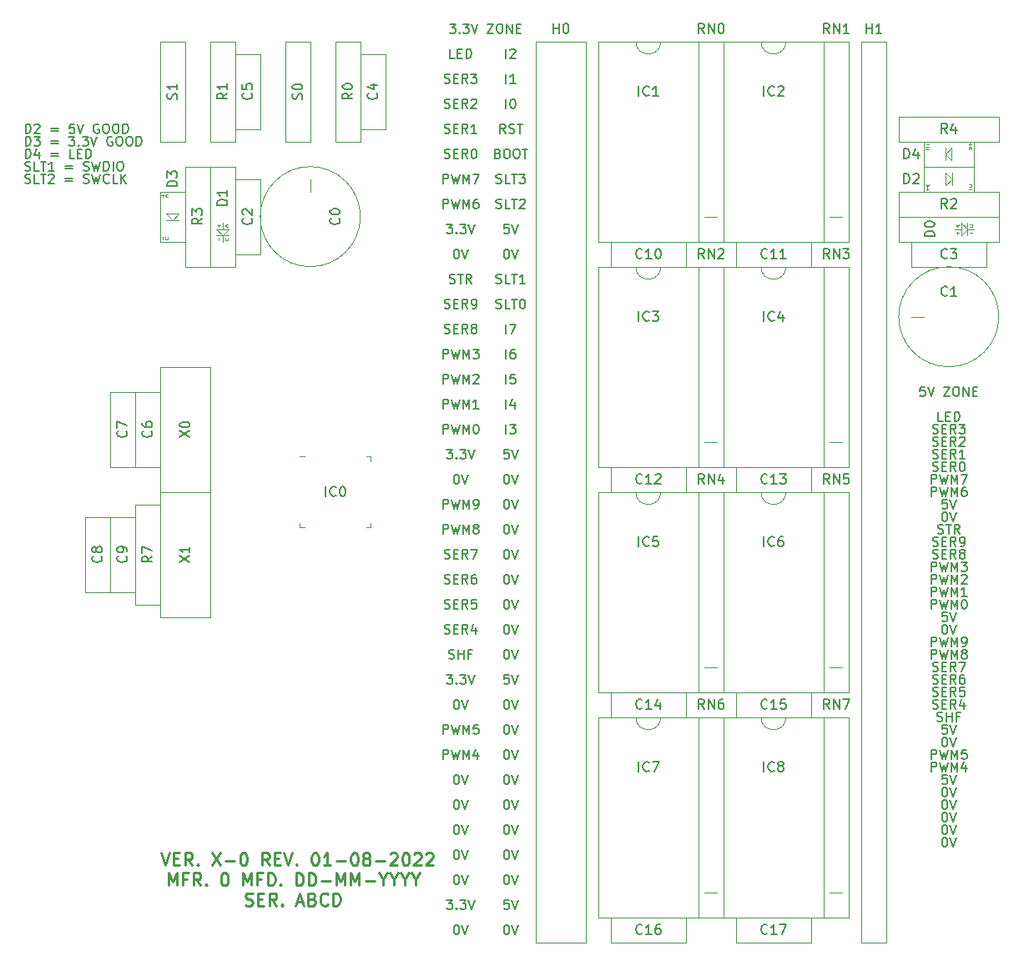
<source format=gbr>
%TF.GenerationSoftware,KiCad,Pcbnew,(6.0.0)*%
%TF.CreationDate,2023-06-08T10:52:07-04:00*%
%TF.ProjectId,CONTROL,434f4e54-524f-44c2-9e6b-696361645f70,rev?*%
%TF.SameCoordinates,Original*%
%TF.FileFunction,Legend,Top*%
%TF.FilePolarity,Positive*%
%FSLAX46Y46*%
G04 Gerber Fmt 4.6, Leading zero omitted, Abs format (unit mm)*
G04 Created by KiCad (PCBNEW (6.0.0)) date 2023-06-08 10:52:07*
%MOMM*%
%LPD*%
G01*
G04 APERTURE LIST*
%ADD10C,0.127000*%
%ADD11C,0.254000*%
%ADD12C,0.150000*%
%ADD13C,0.120000*%
G04 APERTURE END LIST*
D10*
X69713928Y-94728392D02*
X70303571Y-94728392D01*
X69986071Y-95091250D01*
X70122142Y-95091250D01*
X70212857Y-95136607D01*
X70258214Y-95181964D01*
X70303571Y-95272678D01*
X70303571Y-95499464D01*
X70258214Y-95590178D01*
X70212857Y-95635535D01*
X70122142Y-95680892D01*
X69850000Y-95680892D01*
X69759285Y-95635535D01*
X69713928Y-95590178D01*
X70711785Y-95590178D02*
X70757142Y-95635535D01*
X70711785Y-95680892D01*
X70666428Y-95635535D01*
X70711785Y-95590178D01*
X70711785Y-95680892D01*
X71074642Y-94728392D02*
X71664285Y-94728392D01*
X71346785Y-95091250D01*
X71482857Y-95091250D01*
X71573571Y-95136607D01*
X71618928Y-95181964D01*
X71664285Y-95272678D01*
X71664285Y-95499464D01*
X71618928Y-95590178D01*
X71573571Y-95635535D01*
X71482857Y-95680892D01*
X71210714Y-95680892D01*
X71120000Y-95635535D01*
X71074642Y-95590178D01*
X71936428Y-94728392D02*
X72253928Y-95680892D01*
X72571428Y-94728392D01*
X76018571Y-94728392D02*
X75565000Y-94728392D01*
X75519642Y-95181964D01*
X75565000Y-95136607D01*
X75655714Y-95091250D01*
X75882500Y-95091250D01*
X75973214Y-95136607D01*
X76018571Y-95181964D01*
X76063928Y-95272678D01*
X76063928Y-95499464D01*
X76018571Y-95590178D01*
X75973214Y-95635535D01*
X75882500Y-95680892D01*
X75655714Y-95680892D01*
X75565000Y-95635535D01*
X75519642Y-95590178D01*
X76336071Y-94728392D02*
X76653571Y-95680892D01*
X76971071Y-94728392D01*
X69487142Y-42295535D02*
X69623214Y-42340892D01*
X69850000Y-42340892D01*
X69940714Y-42295535D01*
X69986071Y-42250178D01*
X70031428Y-42159464D01*
X70031428Y-42068750D01*
X69986071Y-41978035D01*
X69940714Y-41932678D01*
X69850000Y-41887321D01*
X69668571Y-41841964D01*
X69577857Y-41796607D01*
X69532500Y-41751250D01*
X69487142Y-41660535D01*
X69487142Y-41569821D01*
X69532500Y-41479107D01*
X69577857Y-41433750D01*
X69668571Y-41388392D01*
X69895357Y-41388392D01*
X70031428Y-41433750D01*
X70439642Y-41841964D02*
X70757142Y-41841964D01*
X70893214Y-42340892D02*
X70439642Y-42340892D01*
X70439642Y-41388392D01*
X70893214Y-41388392D01*
X71845714Y-42340892D02*
X71528214Y-41887321D01*
X71301428Y-42340892D02*
X71301428Y-41388392D01*
X71664285Y-41388392D01*
X71755000Y-41433750D01*
X71800357Y-41479107D01*
X71845714Y-41569821D01*
X71845714Y-41705892D01*
X71800357Y-41796607D01*
X71755000Y-41841964D01*
X71664285Y-41887321D01*
X71301428Y-41887321D01*
X72435357Y-41388392D02*
X72526071Y-41388392D01*
X72616785Y-41433750D01*
X72662142Y-41479107D01*
X72707500Y-41569821D01*
X72752857Y-41751250D01*
X72752857Y-41978035D01*
X72707500Y-42159464D01*
X72662142Y-42250178D01*
X72616785Y-42295535D01*
X72526071Y-42340892D01*
X72435357Y-42340892D01*
X72344642Y-42295535D01*
X72299285Y-42250178D01*
X72253928Y-42159464D01*
X72208571Y-41978035D01*
X72208571Y-41751250D01*
X72253928Y-41569821D01*
X72299285Y-41479107D01*
X72344642Y-41433750D01*
X72435357Y-41388392D01*
X69487142Y-39755535D02*
X69623214Y-39800892D01*
X69850000Y-39800892D01*
X69940714Y-39755535D01*
X69986071Y-39710178D01*
X70031428Y-39619464D01*
X70031428Y-39528750D01*
X69986071Y-39438035D01*
X69940714Y-39392678D01*
X69850000Y-39347321D01*
X69668571Y-39301964D01*
X69577857Y-39256607D01*
X69532500Y-39211250D01*
X69487142Y-39120535D01*
X69487142Y-39029821D01*
X69532500Y-38939107D01*
X69577857Y-38893750D01*
X69668571Y-38848392D01*
X69895357Y-38848392D01*
X70031428Y-38893750D01*
X70439642Y-39301964D02*
X70757142Y-39301964D01*
X70893214Y-39800892D02*
X70439642Y-39800892D01*
X70439642Y-38848392D01*
X70893214Y-38848392D01*
X71845714Y-39800892D02*
X71528214Y-39347321D01*
X71301428Y-39800892D02*
X71301428Y-38848392D01*
X71664285Y-38848392D01*
X71755000Y-38893750D01*
X71800357Y-38939107D01*
X71845714Y-39029821D01*
X71845714Y-39165892D01*
X71800357Y-39256607D01*
X71755000Y-39301964D01*
X71664285Y-39347321D01*
X71301428Y-39347321D01*
X72752857Y-39800892D02*
X72208571Y-39800892D01*
X72480714Y-39800892D02*
X72480714Y-38848392D01*
X72390000Y-38984464D01*
X72299285Y-39075178D01*
X72208571Y-39120535D01*
X118858392Y-88060892D02*
X118858392Y-87108392D01*
X119221250Y-87108392D01*
X119311964Y-87153750D01*
X119357321Y-87199107D01*
X119402678Y-87289821D01*
X119402678Y-87425892D01*
X119357321Y-87516607D01*
X119311964Y-87561964D01*
X119221250Y-87607321D01*
X118858392Y-87607321D01*
X119720178Y-87108392D02*
X119946964Y-88060892D01*
X120128392Y-87380535D01*
X120309821Y-88060892D01*
X120536607Y-87108392D01*
X120899464Y-88060892D02*
X120899464Y-87108392D01*
X121216964Y-87788750D01*
X121534464Y-87108392D01*
X121534464Y-88060892D01*
X122169464Y-87108392D02*
X122260178Y-87108392D01*
X122350892Y-87153750D01*
X122396250Y-87199107D01*
X122441607Y-87289821D01*
X122486964Y-87471250D01*
X122486964Y-87698035D01*
X122441607Y-87879464D01*
X122396250Y-87970178D01*
X122350892Y-88015535D01*
X122260178Y-88060892D01*
X122169464Y-88060892D01*
X122078750Y-88015535D01*
X122033392Y-87970178D01*
X121988035Y-87879464D01*
X121942678Y-87698035D01*
X121942678Y-87471250D01*
X121988035Y-87289821D01*
X122033392Y-87199107D01*
X122078750Y-87153750D01*
X122169464Y-87108392D01*
X120196428Y-108698392D02*
X120287142Y-108698392D01*
X120377857Y-108743750D01*
X120423214Y-108789107D01*
X120468571Y-108879821D01*
X120513928Y-109061250D01*
X120513928Y-109288035D01*
X120468571Y-109469464D01*
X120423214Y-109560178D01*
X120377857Y-109605535D01*
X120287142Y-109650892D01*
X120196428Y-109650892D01*
X120105714Y-109605535D01*
X120060357Y-109560178D01*
X120015000Y-109469464D01*
X119969642Y-109288035D01*
X119969642Y-109061250D01*
X120015000Y-108879821D01*
X120060357Y-108789107D01*
X120105714Y-108743750D01*
X120196428Y-108698392D01*
X120786071Y-108698392D02*
X121103571Y-109650892D01*
X121421071Y-108698392D01*
X69940714Y-93095535D02*
X70076785Y-93140892D01*
X70303571Y-93140892D01*
X70394285Y-93095535D01*
X70439642Y-93050178D01*
X70485000Y-92959464D01*
X70485000Y-92868750D01*
X70439642Y-92778035D01*
X70394285Y-92732678D01*
X70303571Y-92687321D01*
X70122142Y-92641964D01*
X70031428Y-92596607D01*
X69986071Y-92551250D01*
X69940714Y-92460535D01*
X69940714Y-92369821D01*
X69986071Y-92279107D01*
X70031428Y-92233750D01*
X70122142Y-92188392D01*
X70348928Y-92188392D01*
X70485000Y-92233750D01*
X70893214Y-93140892D02*
X70893214Y-92188392D01*
X70893214Y-92641964D02*
X71437500Y-92641964D01*
X71437500Y-93140892D02*
X71437500Y-92188392D01*
X72208571Y-92641964D02*
X71891071Y-92641964D01*
X71891071Y-93140892D02*
X71891071Y-92188392D01*
X72344642Y-92188392D01*
X119017142Y-98175535D02*
X119153214Y-98220892D01*
X119380000Y-98220892D01*
X119470714Y-98175535D01*
X119516071Y-98130178D01*
X119561428Y-98039464D01*
X119561428Y-97948750D01*
X119516071Y-97858035D01*
X119470714Y-97812678D01*
X119380000Y-97767321D01*
X119198571Y-97721964D01*
X119107857Y-97676607D01*
X119062500Y-97631250D01*
X119017142Y-97540535D01*
X119017142Y-97449821D01*
X119062500Y-97359107D01*
X119107857Y-97313750D01*
X119198571Y-97268392D01*
X119425357Y-97268392D01*
X119561428Y-97313750D01*
X119969642Y-97721964D02*
X120287142Y-97721964D01*
X120423214Y-98220892D02*
X119969642Y-98220892D01*
X119969642Y-97268392D01*
X120423214Y-97268392D01*
X121375714Y-98220892D02*
X121058214Y-97767321D01*
X120831428Y-98220892D02*
X120831428Y-97268392D01*
X121194285Y-97268392D01*
X121285000Y-97313750D01*
X121330357Y-97359107D01*
X121375714Y-97449821D01*
X121375714Y-97585892D01*
X121330357Y-97676607D01*
X121285000Y-97721964D01*
X121194285Y-97767321D01*
X120831428Y-97767321D01*
X122192142Y-97585892D02*
X122192142Y-98220892D01*
X121965357Y-97223035D02*
X121738571Y-97903392D01*
X122328214Y-97903392D01*
X74725892Y-44835535D02*
X74861964Y-44880892D01*
X75088750Y-44880892D01*
X75179464Y-44835535D01*
X75224821Y-44790178D01*
X75270178Y-44699464D01*
X75270178Y-44608750D01*
X75224821Y-44518035D01*
X75179464Y-44472678D01*
X75088750Y-44427321D01*
X74907321Y-44381964D01*
X74816607Y-44336607D01*
X74771250Y-44291250D01*
X74725892Y-44200535D01*
X74725892Y-44109821D01*
X74771250Y-44019107D01*
X74816607Y-43973750D01*
X74907321Y-43928392D01*
X75134107Y-43928392D01*
X75270178Y-43973750D01*
X76131964Y-44880892D02*
X75678392Y-44880892D01*
X75678392Y-43928392D01*
X76313392Y-43928392D02*
X76857678Y-43928392D01*
X76585535Y-44880892D02*
X76585535Y-43928392D01*
X77084464Y-43928392D02*
X77674107Y-43928392D01*
X77356607Y-44291250D01*
X77492678Y-44291250D01*
X77583392Y-44336607D01*
X77628750Y-44381964D01*
X77674107Y-44472678D01*
X77674107Y-44699464D01*
X77628750Y-44790178D01*
X77583392Y-44835535D01*
X77492678Y-44880892D01*
X77220535Y-44880892D01*
X77129821Y-44835535D01*
X77084464Y-44790178D01*
X69713928Y-71868392D02*
X70303571Y-71868392D01*
X69986071Y-72231250D01*
X70122142Y-72231250D01*
X70212857Y-72276607D01*
X70258214Y-72321964D01*
X70303571Y-72412678D01*
X70303571Y-72639464D01*
X70258214Y-72730178D01*
X70212857Y-72775535D01*
X70122142Y-72820892D01*
X69850000Y-72820892D01*
X69759285Y-72775535D01*
X69713928Y-72730178D01*
X70711785Y-72730178D02*
X70757142Y-72775535D01*
X70711785Y-72820892D01*
X70666428Y-72775535D01*
X70711785Y-72730178D01*
X70711785Y-72820892D01*
X71074642Y-71868392D02*
X71664285Y-71868392D01*
X71346785Y-72231250D01*
X71482857Y-72231250D01*
X71573571Y-72276607D01*
X71618928Y-72321964D01*
X71664285Y-72412678D01*
X71664285Y-72639464D01*
X71618928Y-72730178D01*
X71573571Y-72775535D01*
X71482857Y-72820892D01*
X71210714Y-72820892D01*
X71120000Y-72775535D01*
X71074642Y-72730178D01*
X71936428Y-71868392D02*
X72253928Y-72820892D01*
X72571428Y-71868392D01*
X26933978Y-43565535D02*
X27070050Y-43610892D01*
X27296835Y-43610892D01*
X27387550Y-43565535D01*
X27432907Y-43520178D01*
X27478264Y-43429464D01*
X27478264Y-43338750D01*
X27432907Y-43248035D01*
X27387550Y-43202678D01*
X27296835Y-43157321D01*
X27115407Y-43111964D01*
X27024692Y-43066607D01*
X26979335Y-43021250D01*
X26933978Y-42930535D01*
X26933978Y-42839821D01*
X26979335Y-42749107D01*
X27024692Y-42703750D01*
X27115407Y-42658392D01*
X27342192Y-42658392D01*
X27478264Y-42703750D01*
X28340050Y-43610892D02*
X27886478Y-43610892D01*
X27886478Y-42658392D01*
X28521478Y-42658392D02*
X29065764Y-42658392D01*
X28793621Y-43610892D02*
X28793621Y-42658392D01*
X29882192Y-43610892D02*
X29337907Y-43610892D01*
X29610050Y-43610892D02*
X29610050Y-42658392D01*
X29519335Y-42794464D01*
X29428621Y-42885178D01*
X29337907Y-42930535D01*
X31016121Y-43111964D02*
X31741835Y-43111964D01*
X31741835Y-43384107D02*
X31016121Y-43384107D01*
X32875764Y-43565535D02*
X33011835Y-43610892D01*
X33238621Y-43610892D01*
X33329335Y-43565535D01*
X33374692Y-43520178D01*
X33420050Y-43429464D01*
X33420050Y-43338750D01*
X33374692Y-43248035D01*
X33329335Y-43202678D01*
X33238621Y-43157321D01*
X33057192Y-43111964D01*
X32966478Y-43066607D01*
X32921121Y-43021250D01*
X32875764Y-42930535D01*
X32875764Y-42839821D01*
X32921121Y-42749107D01*
X32966478Y-42703750D01*
X33057192Y-42658392D01*
X33283978Y-42658392D01*
X33420050Y-42703750D01*
X33737550Y-42658392D02*
X33964335Y-43610892D01*
X34145764Y-42930535D01*
X34327192Y-43610892D01*
X34553978Y-42658392D01*
X34916835Y-43610892D02*
X34916835Y-42658392D01*
X35143621Y-42658392D01*
X35279692Y-42703750D01*
X35370407Y-42794464D01*
X35415764Y-42885178D01*
X35461121Y-43066607D01*
X35461121Y-43202678D01*
X35415764Y-43384107D01*
X35370407Y-43474821D01*
X35279692Y-43565535D01*
X35143621Y-43610892D01*
X34916835Y-43610892D01*
X35869335Y-43610892D02*
X35869335Y-42658392D01*
X36504335Y-42658392D02*
X36685764Y-42658392D01*
X36776478Y-42703750D01*
X36867192Y-42794464D01*
X36912550Y-42975892D01*
X36912550Y-43293392D01*
X36867192Y-43474821D01*
X36776478Y-43565535D01*
X36685764Y-43610892D01*
X36504335Y-43610892D01*
X36413621Y-43565535D01*
X36322907Y-43474821D01*
X36277550Y-43293392D01*
X36277550Y-42975892D01*
X36322907Y-42794464D01*
X36413621Y-42703750D01*
X36504335Y-42658392D01*
X119017142Y-96905535D02*
X119153214Y-96950892D01*
X119380000Y-96950892D01*
X119470714Y-96905535D01*
X119516071Y-96860178D01*
X119561428Y-96769464D01*
X119561428Y-96678750D01*
X119516071Y-96588035D01*
X119470714Y-96542678D01*
X119380000Y-96497321D01*
X119198571Y-96451964D01*
X119107857Y-96406607D01*
X119062500Y-96361250D01*
X119017142Y-96270535D01*
X119017142Y-96179821D01*
X119062500Y-96089107D01*
X119107857Y-96043750D01*
X119198571Y-95998392D01*
X119425357Y-95998392D01*
X119561428Y-96043750D01*
X119969642Y-96451964D02*
X120287142Y-96451964D01*
X120423214Y-96950892D02*
X119969642Y-96950892D01*
X119969642Y-95998392D01*
X120423214Y-95998392D01*
X121375714Y-96950892D02*
X121058214Y-96497321D01*
X120831428Y-96950892D02*
X120831428Y-95998392D01*
X121194285Y-95998392D01*
X121285000Y-96043750D01*
X121330357Y-96089107D01*
X121375714Y-96179821D01*
X121375714Y-96315892D01*
X121330357Y-96406607D01*
X121285000Y-96451964D01*
X121194285Y-96497321D01*
X120831428Y-96497321D01*
X122237500Y-95998392D02*
X121783928Y-95998392D01*
X121738571Y-96451964D01*
X121783928Y-96406607D01*
X121874642Y-96361250D01*
X122101428Y-96361250D01*
X122192142Y-96406607D01*
X122237500Y-96451964D01*
X122282857Y-96542678D01*
X122282857Y-96769464D01*
X122237500Y-96860178D01*
X122192142Y-96905535D01*
X122101428Y-96950892D01*
X121874642Y-96950892D01*
X121783928Y-96905535D01*
X121738571Y-96860178D01*
X69328392Y-100760892D02*
X69328392Y-99808392D01*
X69691250Y-99808392D01*
X69781964Y-99853750D01*
X69827321Y-99899107D01*
X69872678Y-99989821D01*
X69872678Y-100125892D01*
X69827321Y-100216607D01*
X69781964Y-100261964D01*
X69691250Y-100307321D01*
X69328392Y-100307321D01*
X70190178Y-99808392D02*
X70416964Y-100760892D01*
X70598392Y-100080535D01*
X70779821Y-100760892D01*
X71006607Y-99808392D01*
X71369464Y-100760892D02*
X71369464Y-99808392D01*
X71686964Y-100488750D01*
X72004464Y-99808392D01*
X72004464Y-100760892D01*
X72911607Y-99808392D02*
X72458035Y-99808392D01*
X72412678Y-100261964D01*
X72458035Y-100216607D01*
X72548750Y-100171250D01*
X72775535Y-100171250D01*
X72866250Y-100216607D01*
X72911607Y-100261964D01*
X72956964Y-100352678D01*
X72956964Y-100579464D01*
X72911607Y-100670178D01*
X72866250Y-100715535D01*
X72775535Y-100760892D01*
X72548750Y-100760892D01*
X72458035Y-100715535D01*
X72412678Y-100670178D01*
X118858392Y-86790892D02*
X118858392Y-85838392D01*
X119221250Y-85838392D01*
X119311964Y-85883750D01*
X119357321Y-85929107D01*
X119402678Y-86019821D01*
X119402678Y-86155892D01*
X119357321Y-86246607D01*
X119311964Y-86291964D01*
X119221250Y-86337321D01*
X118858392Y-86337321D01*
X119720178Y-85838392D02*
X119946964Y-86790892D01*
X120128392Y-86110535D01*
X120309821Y-86790892D01*
X120536607Y-85838392D01*
X120899464Y-86790892D02*
X120899464Y-85838392D01*
X121216964Y-86518750D01*
X121534464Y-85838392D01*
X121534464Y-86790892D01*
X122486964Y-86790892D02*
X121942678Y-86790892D01*
X122214821Y-86790892D02*
X122214821Y-85838392D01*
X122124107Y-85974464D01*
X122033392Y-86065178D01*
X121942678Y-86110535D01*
X70666428Y-112508392D02*
X70757142Y-112508392D01*
X70847857Y-112553750D01*
X70893214Y-112599107D01*
X70938571Y-112689821D01*
X70983928Y-112871250D01*
X70983928Y-113098035D01*
X70938571Y-113279464D01*
X70893214Y-113370178D01*
X70847857Y-113415535D01*
X70757142Y-113460892D01*
X70666428Y-113460892D01*
X70575714Y-113415535D01*
X70530357Y-113370178D01*
X70485000Y-113279464D01*
X70439642Y-113098035D01*
X70439642Y-112871250D01*
X70485000Y-112689821D01*
X70530357Y-112599107D01*
X70575714Y-112553750D01*
X70666428Y-112508392D01*
X71256071Y-112508392D02*
X71573571Y-113460892D01*
X71891071Y-112508392D01*
X120196428Y-111238392D02*
X120287142Y-111238392D01*
X120377857Y-111283750D01*
X120423214Y-111329107D01*
X120468571Y-111419821D01*
X120513928Y-111601250D01*
X120513928Y-111828035D01*
X120468571Y-112009464D01*
X120423214Y-112100178D01*
X120377857Y-112145535D01*
X120287142Y-112190892D01*
X120196428Y-112190892D01*
X120105714Y-112145535D01*
X120060357Y-112100178D01*
X120015000Y-112009464D01*
X119969642Y-111828035D01*
X119969642Y-111601250D01*
X120015000Y-111419821D01*
X120060357Y-111329107D01*
X120105714Y-111283750D01*
X120196428Y-111238392D01*
X120786071Y-111238392D02*
X121103571Y-112190892D01*
X121421071Y-111238392D01*
X26979335Y-41070892D02*
X26979335Y-40118392D01*
X27206121Y-40118392D01*
X27342192Y-40163750D01*
X27432907Y-40254464D01*
X27478264Y-40345178D01*
X27523621Y-40526607D01*
X27523621Y-40662678D01*
X27478264Y-40844107D01*
X27432907Y-40934821D01*
X27342192Y-41025535D01*
X27206121Y-41070892D01*
X26979335Y-41070892D01*
X27841121Y-40118392D02*
X28430764Y-40118392D01*
X28113264Y-40481250D01*
X28249335Y-40481250D01*
X28340050Y-40526607D01*
X28385407Y-40571964D01*
X28430764Y-40662678D01*
X28430764Y-40889464D01*
X28385407Y-40980178D01*
X28340050Y-41025535D01*
X28249335Y-41070892D01*
X27977192Y-41070892D01*
X27886478Y-41025535D01*
X27841121Y-40980178D01*
X29564692Y-40571964D02*
X30290407Y-40571964D01*
X30290407Y-40844107D02*
X29564692Y-40844107D01*
X31378978Y-40118392D02*
X31968621Y-40118392D01*
X31651121Y-40481250D01*
X31787192Y-40481250D01*
X31877907Y-40526607D01*
X31923264Y-40571964D01*
X31968621Y-40662678D01*
X31968621Y-40889464D01*
X31923264Y-40980178D01*
X31877907Y-41025535D01*
X31787192Y-41070892D01*
X31515050Y-41070892D01*
X31424335Y-41025535D01*
X31378978Y-40980178D01*
X32376835Y-40980178D02*
X32422192Y-41025535D01*
X32376835Y-41070892D01*
X32331478Y-41025535D01*
X32376835Y-40980178D01*
X32376835Y-41070892D01*
X32739692Y-40118392D02*
X33329335Y-40118392D01*
X33011835Y-40481250D01*
X33147907Y-40481250D01*
X33238621Y-40526607D01*
X33283978Y-40571964D01*
X33329335Y-40662678D01*
X33329335Y-40889464D01*
X33283978Y-40980178D01*
X33238621Y-41025535D01*
X33147907Y-41070892D01*
X32875764Y-41070892D01*
X32785050Y-41025535D01*
X32739692Y-40980178D01*
X33601478Y-40118392D02*
X33918978Y-41070892D01*
X34236478Y-40118392D01*
X35778621Y-40163750D02*
X35687907Y-40118392D01*
X35551835Y-40118392D01*
X35415764Y-40163750D01*
X35325050Y-40254464D01*
X35279692Y-40345178D01*
X35234335Y-40526607D01*
X35234335Y-40662678D01*
X35279692Y-40844107D01*
X35325050Y-40934821D01*
X35415764Y-41025535D01*
X35551835Y-41070892D01*
X35642550Y-41070892D01*
X35778621Y-41025535D01*
X35823978Y-40980178D01*
X35823978Y-40662678D01*
X35642550Y-40662678D01*
X36413621Y-40118392D02*
X36595050Y-40118392D01*
X36685764Y-40163750D01*
X36776478Y-40254464D01*
X36821835Y-40435892D01*
X36821835Y-40753392D01*
X36776478Y-40934821D01*
X36685764Y-41025535D01*
X36595050Y-41070892D01*
X36413621Y-41070892D01*
X36322907Y-41025535D01*
X36232192Y-40934821D01*
X36186835Y-40753392D01*
X36186835Y-40435892D01*
X36232192Y-40254464D01*
X36322907Y-40163750D01*
X36413621Y-40118392D01*
X37411478Y-40118392D02*
X37592907Y-40118392D01*
X37683621Y-40163750D01*
X37774335Y-40254464D01*
X37819692Y-40435892D01*
X37819692Y-40753392D01*
X37774335Y-40934821D01*
X37683621Y-41025535D01*
X37592907Y-41070892D01*
X37411478Y-41070892D01*
X37320764Y-41025535D01*
X37230050Y-40934821D01*
X37184692Y-40753392D01*
X37184692Y-40435892D01*
X37230050Y-40254464D01*
X37320764Y-40163750D01*
X37411478Y-40118392D01*
X38227907Y-41070892D02*
X38227907Y-40118392D01*
X38454692Y-40118392D01*
X38590764Y-40163750D01*
X38681478Y-40254464D01*
X38726835Y-40345178D01*
X38772192Y-40526607D01*
X38772192Y-40662678D01*
X38726835Y-40844107D01*
X38681478Y-40934821D01*
X38590764Y-41025535D01*
X38454692Y-41070892D01*
X38227907Y-41070892D01*
X70008750Y-28688392D02*
X70598392Y-28688392D01*
X70280892Y-29051250D01*
X70416964Y-29051250D01*
X70507678Y-29096607D01*
X70553035Y-29141964D01*
X70598392Y-29232678D01*
X70598392Y-29459464D01*
X70553035Y-29550178D01*
X70507678Y-29595535D01*
X70416964Y-29640892D01*
X70144821Y-29640892D01*
X70054107Y-29595535D01*
X70008750Y-29550178D01*
X71006607Y-29550178D02*
X71051964Y-29595535D01*
X71006607Y-29640892D01*
X70961250Y-29595535D01*
X71006607Y-29550178D01*
X71006607Y-29640892D01*
X71369464Y-28688392D02*
X71959107Y-28688392D01*
X71641607Y-29051250D01*
X71777678Y-29051250D01*
X71868392Y-29096607D01*
X71913750Y-29141964D01*
X71959107Y-29232678D01*
X71959107Y-29459464D01*
X71913750Y-29550178D01*
X71868392Y-29595535D01*
X71777678Y-29640892D01*
X71505535Y-29640892D01*
X71414821Y-29595535D01*
X71369464Y-29550178D01*
X72231250Y-28688392D02*
X72548750Y-29640892D01*
X72866250Y-28688392D01*
X73818750Y-28688392D02*
X74453750Y-28688392D01*
X73818750Y-29640892D01*
X74453750Y-29640892D01*
X74998035Y-28688392D02*
X75179464Y-28688392D01*
X75270178Y-28733750D01*
X75360892Y-28824464D01*
X75406250Y-29005892D01*
X75406250Y-29323392D01*
X75360892Y-29504821D01*
X75270178Y-29595535D01*
X75179464Y-29640892D01*
X74998035Y-29640892D01*
X74907321Y-29595535D01*
X74816607Y-29504821D01*
X74771250Y-29323392D01*
X74771250Y-29005892D01*
X74816607Y-28824464D01*
X74907321Y-28733750D01*
X74998035Y-28688392D01*
X75814464Y-29640892D02*
X75814464Y-28688392D01*
X76358750Y-29640892D01*
X76358750Y-28688392D01*
X76812321Y-29141964D02*
X77129821Y-29141964D01*
X77265892Y-29640892D02*
X76812321Y-29640892D01*
X76812321Y-28688392D01*
X77265892Y-28688392D01*
X119017142Y-94365535D02*
X119153214Y-94410892D01*
X119380000Y-94410892D01*
X119470714Y-94365535D01*
X119516071Y-94320178D01*
X119561428Y-94229464D01*
X119561428Y-94138750D01*
X119516071Y-94048035D01*
X119470714Y-94002678D01*
X119380000Y-93957321D01*
X119198571Y-93911964D01*
X119107857Y-93866607D01*
X119062500Y-93821250D01*
X119017142Y-93730535D01*
X119017142Y-93639821D01*
X119062500Y-93549107D01*
X119107857Y-93503750D01*
X119198571Y-93458392D01*
X119425357Y-93458392D01*
X119561428Y-93503750D01*
X119969642Y-93911964D02*
X120287142Y-93911964D01*
X120423214Y-94410892D02*
X119969642Y-94410892D01*
X119969642Y-93458392D01*
X120423214Y-93458392D01*
X121375714Y-94410892D02*
X121058214Y-93957321D01*
X120831428Y-94410892D02*
X120831428Y-93458392D01*
X121194285Y-93458392D01*
X121285000Y-93503750D01*
X121330357Y-93549107D01*
X121375714Y-93639821D01*
X121375714Y-93775892D01*
X121330357Y-93866607D01*
X121285000Y-93911964D01*
X121194285Y-93957321D01*
X120831428Y-93957321D01*
X121693214Y-93458392D02*
X122328214Y-93458392D01*
X121920000Y-94410892D01*
X75746428Y-60120892D02*
X75746428Y-59168392D01*
X76109285Y-59168392D02*
X76744285Y-59168392D01*
X76336071Y-60120892D01*
X119470714Y-99445535D02*
X119606785Y-99490892D01*
X119833571Y-99490892D01*
X119924285Y-99445535D01*
X119969642Y-99400178D01*
X120015000Y-99309464D01*
X120015000Y-99218750D01*
X119969642Y-99128035D01*
X119924285Y-99082678D01*
X119833571Y-99037321D01*
X119652142Y-98991964D01*
X119561428Y-98946607D01*
X119516071Y-98901250D01*
X119470714Y-98810535D01*
X119470714Y-98719821D01*
X119516071Y-98629107D01*
X119561428Y-98583750D01*
X119652142Y-98538392D01*
X119878928Y-98538392D01*
X120015000Y-98583750D01*
X120423214Y-99490892D02*
X120423214Y-98538392D01*
X120423214Y-98991964D02*
X120967500Y-98991964D01*
X120967500Y-99490892D02*
X120967500Y-98538392D01*
X121738571Y-98991964D02*
X121421071Y-98991964D01*
X121421071Y-99490892D02*
X121421071Y-98538392D01*
X121874642Y-98538392D01*
X75746428Y-89648392D02*
X75837142Y-89648392D01*
X75927857Y-89693750D01*
X75973214Y-89739107D01*
X76018571Y-89829821D01*
X76063928Y-90011250D01*
X76063928Y-90238035D01*
X76018571Y-90419464D01*
X75973214Y-90510178D01*
X75927857Y-90555535D01*
X75837142Y-90600892D01*
X75746428Y-90600892D01*
X75655714Y-90555535D01*
X75610357Y-90510178D01*
X75565000Y-90419464D01*
X75519642Y-90238035D01*
X75519642Y-90011250D01*
X75565000Y-89829821D01*
X75610357Y-89739107D01*
X75655714Y-89693750D01*
X75746428Y-89648392D01*
X76336071Y-89648392D02*
X76653571Y-90600892D01*
X76971071Y-89648392D01*
X118223392Y-65518392D02*
X117769821Y-65518392D01*
X117724464Y-65971964D01*
X117769821Y-65926607D01*
X117860535Y-65881250D01*
X118087321Y-65881250D01*
X118178035Y-65926607D01*
X118223392Y-65971964D01*
X118268750Y-66062678D01*
X118268750Y-66289464D01*
X118223392Y-66380178D01*
X118178035Y-66425535D01*
X118087321Y-66470892D01*
X117860535Y-66470892D01*
X117769821Y-66425535D01*
X117724464Y-66380178D01*
X118540892Y-65518392D02*
X118858392Y-66470892D01*
X119175892Y-65518392D01*
X120128392Y-65518392D02*
X120763392Y-65518392D01*
X120128392Y-66470892D01*
X120763392Y-66470892D01*
X121307678Y-65518392D02*
X121489107Y-65518392D01*
X121579821Y-65563750D01*
X121670535Y-65654464D01*
X121715892Y-65835892D01*
X121715892Y-66153392D01*
X121670535Y-66334821D01*
X121579821Y-66425535D01*
X121489107Y-66470892D01*
X121307678Y-66470892D01*
X121216964Y-66425535D01*
X121126250Y-66334821D01*
X121080892Y-66153392D01*
X121080892Y-65835892D01*
X121126250Y-65654464D01*
X121216964Y-65563750D01*
X121307678Y-65518392D01*
X122124107Y-66470892D02*
X122124107Y-65518392D01*
X122668392Y-66470892D01*
X122668392Y-65518392D01*
X123121964Y-65971964D02*
X123439464Y-65971964D01*
X123575535Y-66470892D02*
X123121964Y-66470892D01*
X123121964Y-65518392D01*
X123575535Y-65518392D01*
X69328392Y-62660892D02*
X69328392Y-61708392D01*
X69691250Y-61708392D01*
X69781964Y-61753750D01*
X69827321Y-61799107D01*
X69872678Y-61889821D01*
X69872678Y-62025892D01*
X69827321Y-62116607D01*
X69781964Y-62161964D01*
X69691250Y-62207321D01*
X69328392Y-62207321D01*
X70190178Y-61708392D02*
X70416964Y-62660892D01*
X70598392Y-61980535D01*
X70779821Y-62660892D01*
X71006607Y-61708392D01*
X71369464Y-62660892D02*
X71369464Y-61708392D01*
X71686964Y-62388750D01*
X72004464Y-61708392D01*
X72004464Y-62660892D01*
X72367321Y-61708392D02*
X72956964Y-61708392D01*
X72639464Y-62071250D01*
X72775535Y-62071250D01*
X72866250Y-62116607D01*
X72911607Y-62161964D01*
X72956964Y-62252678D01*
X72956964Y-62479464D01*
X72911607Y-62570178D01*
X72866250Y-62615535D01*
X72775535Y-62660892D01*
X72503392Y-62660892D01*
X72412678Y-62615535D01*
X72367321Y-62570178D01*
X120196428Y-78218392D02*
X120287142Y-78218392D01*
X120377857Y-78263750D01*
X120423214Y-78309107D01*
X120468571Y-78399821D01*
X120513928Y-78581250D01*
X120513928Y-78808035D01*
X120468571Y-78989464D01*
X120423214Y-79080178D01*
X120377857Y-79125535D01*
X120287142Y-79170892D01*
X120196428Y-79170892D01*
X120105714Y-79125535D01*
X120060357Y-79080178D01*
X120015000Y-78989464D01*
X119969642Y-78808035D01*
X119969642Y-78581250D01*
X120015000Y-78399821D01*
X120060357Y-78309107D01*
X120105714Y-78263750D01*
X120196428Y-78218392D01*
X120786071Y-78218392D02*
X121103571Y-79170892D01*
X121421071Y-78218392D01*
X69487142Y-90555535D02*
X69623214Y-90600892D01*
X69850000Y-90600892D01*
X69940714Y-90555535D01*
X69986071Y-90510178D01*
X70031428Y-90419464D01*
X70031428Y-90328750D01*
X69986071Y-90238035D01*
X69940714Y-90192678D01*
X69850000Y-90147321D01*
X69668571Y-90101964D01*
X69577857Y-90056607D01*
X69532500Y-90011250D01*
X69487142Y-89920535D01*
X69487142Y-89829821D01*
X69532500Y-89739107D01*
X69577857Y-89693750D01*
X69668571Y-89648392D01*
X69895357Y-89648392D01*
X70031428Y-89693750D01*
X70439642Y-90101964D02*
X70757142Y-90101964D01*
X70893214Y-90600892D02*
X70439642Y-90600892D01*
X70439642Y-89648392D01*
X70893214Y-89648392D01*
X71845714Y-90600892D02*
X71528214Y-90147321D01*
X71301428Y-90600892D02*
X71301428Y-89648392D01*
X71664285Y-89648392D01*
X71755000Y-89693750D01*
X71800357Y-89739107D01*
X71845714Y-89829821D01*
X71845714Y-89965892D01*
X71800357Y-90056607D01*
X71755000Y-90101964D01*
X71664285Y-90147321D01*
X71301428Y-90147321D01*
X72662142Y-89965892D02*
X72662142Y-90600892D01*
X72435357Y-89603035D02*
X72208571Y-90283392D01*
X72798214Y-90283392D01*
X75746428Y-120128392D02*
X75837142Y-120128392D01*
X75927857Y-120173750D01*
X75973214Y-120219107D01*
X76018571Y-120309821D01*
X76063928Y-120491250D01*
X76063928Y-120718035D01*
X76018571Y-120899464D01*
X75973214Y-120990178D01*
X75927857Y-121035535D01*
X75837142Y-121080892D01*
X75746428Y-121080892D01*
X75655714Y-121035535D01*
X75610357Y-120990178D01*
X75565000Y-120899464D01*
X75519642Y-120718035D01*
X75519642Y-120491250D01*
X75565000Y-120309821D01*
X75610357Y-120219107D01*
X75655714Y-120173750D01*
X75746428Y-120128392D01*
X76336071Y-120128392D02*
X76653571Y-121080892D01*
X76971071Y-120128392D01*
X119017142Y-74045535D02*
X119153214Y-74090892D01*
X119380000Y-74090892D01*
X119470714Y-74045535D01*
X119516071Y-74000178D01*
X119561428Y-73909464D01*
X119561428Y-73818750D01*
X119516071Y-73728035D01*
X119470714Y-73682678D01*
X119380000Y-73637321D01*
X119198571Y-73591964D01*
X119107857Y-73546607D01*
X119062500Y-73501250D01*
X119017142Y-73410535D01*
X119017142Y-73319821D01*
X119062500Y-73229107D01*
X119107857Y-73183750D01*
X119198571Y-73138392D01*
X119425357Y-73138392D01*
X119561428Y-73183750D01*
X119969642Y-73591964D02*
X120287142Y-73591964D01*
X120423214Y-74090892D02*
X119969642Y-74090892D01*
X119969642Y-73138392D01*
X120423214Y-73138392D01*
X121375714Y-74090892D02*
X121058214Y-73637321D01*
X120831428Y-74090892D02*
X120831428Y-73138392D01*
X121194285Y-73138392D01*
X121285000Y-73183750D01*
X121330357Y-73229107D01*
X121375714Y-73319821D01*
X121375714Y-73455892D01*
X121330357Y-73546607D01*
X121285000Y-73591964D01*
X121194285Y-73637321D01*
X120831428Y-73637321D01*
X121965357Y-73138392D02*
X122056071Y-73138392D01*
X122146785Y-73183750D01*
X122192142Y-73229107D01*
X122237500Y-73319821D01*
X122282857Y-73501250D01*
X122282857Y-73728035D01*
X122237500Y-73909464D01*
X122192142Y-74000178D01*
X122146785Y-74045535D01*
X122056071Y-74090892D01*
X121965357Y-74090892D01*
X121874642Y-74045535D01*
X121829285Y-74000178D01*
X121783928Y-73909464D01*
X121738571Y-73728035D01*
X121738571Y-73501250D01*
X121783928Y-73319821D01*
X121829285Y-73229107D01*
X121874642Y-73183750D01*
X121965357Y-73138392D01*
X76018571Y-117588392D02*
X75565000Y-117588392D01*
X75519642Y-118041964D01*
X75565000Y-117996607D01*
X75655714Y-117951250D01*
X75882500Y-117951250D01*
X75973214Y-117996607D01*
X76018571Y-118041964D01*
X76063928Y-118132678D01*
X76063928Y-118359464D01*
X76018571Y-118450178D01*
X75973214Y-118495535D01*
X75882500Y-118540892D01*
X75655714Y-118540892D01*
X75565000Y-118495535D01*
X75519642Y-118450178D01*
X76336071Y-117588392D02*
X76653571Y-118540892D01*
X76971071Y-117588392D01*
X119017142Y-81665535D02*
X119153214Y-81710892D01*
X119380000Y-81710892D01*
X119470714Y-81665535D01*
X119516071Y-81620178D01*
X119561428Y-81529464D01*
X119561428Y-81438750D01*
X119516071Y-81348035D01*
X119470714Y-81302678D01*
X119380000Y-81257321D01*
X119198571Y-81211964D01*
X119107857Y-81166607D01*
X119062500Y-81121250D01*
X119017142Y-81030535D01*
X119017142Y-80939821D01*
X119062500Y-80849107D01*
X119107857Y-80803750D01*
X119198571Y-80758392D01*
X119425357Y-80758392D01*
X119561428Y-80803750D01*
X119969642Y-81211964D02*
X120287142Y-81211964D01*
X120423214Y-81710892D02*
X119969642Y-81710892D01*
X119969642Y-80758392D01*
X120423214Y-80758392D01*
X121375714Y-81710892D02*
X121058214Y-81257321D01*
X120831428Y-81710892D02*
X120831428Y-80758392D01*
X121194285Y-80758392D01*
X121285000Y-80803750D01*
X121330357Y-80849107D01*
X121375714Y-80939821D01*
X121375714Y-81075892D01*
X121330357Y-81166607D01*
X121285000Y-81211964D01*
X121194285Y-81257321D01*
X120831428Y-81257321D01*
X121829285Y-81710892D02*
X122010714Y-81710892D01*
X122101428Y-81665535D01*
X122146785Y-81620178D01*
X122237500Y-81484107D01*
X122282857Y-81302678D01*
X122282857Y-80939821D01*
X122237500Y-80849107D01*
X122192142Y-80803750D01*
X122101428Y-80758392D01*
X121920000Y-80758392D01*
X121829285Y-80803750D01*
X121783928Y-80849107D01*
X121738571Y-80939821D01*
X121738571Y-81166607D01*
X121783928Y-81257321D01*
X121829285Y-81302678D01*
X121920000Y-81348035D01*
X122101428Y-81348035D01*
X122192142Y-81302678D01*
X122237500Y-81257321D01*
X122282857Y-81166607D01*
X75678392Y-39800892D02*
X75360892Y-39347321D01*
X75134107Y-39800892D02*
X75134107Y-38848392D01*
X75496964Y-38848392D01*
X75587678Y-38893750D01*
X75633035Y-38939107D01*
X75678392Y-39029821D01*
X75678392Y-39165892D01*
X75633035Y-39256607D01*
X75587678Y-39301964D01*
X75496964Y-39347321D01*
X75134107Y-39347321D01*
X76041250Y-39755535D02*
X76177321Y-39800892D01*
X76404107Y-39800892D01*
X76494821Y-39755535D01*
X76540178Y-39710178D01*
X76585535Y-39619464D01*
X76585535Y-39528750D01*
X76540178Y-39438035D01*
X76494821Y-39392678D01*
X76404107Y-39347321D01*
X76222678Y-39301964D01*
X76131964Y-39256607D01*
X76086607Y-39211250D01*
X76041250Y-39120535D01*
X76041250Y-39029821D01*
X76086607Y-38939107D01*
X76131964Y-38893750D01*
X76222678Y-38848392D01*
X76449464Y-38848392D01*
X76585535Y-38893750D01*
X76857678Y-38848392D02*
X77401964Y-38848392D01*
X77129821Y-39800892D02*
X77129821Y-38848392D01*
X69487142Y-60075535D02*
X69623214Y-60120892D01*
X69850000Y-60120892D01*
X69940714Y-60075535D01*
X69986071Y-60030178D01*
X70031428Y-59939464D01*
X70031428Y-59848750D01*
X69986071Y-59758035D01*
X69940714Y-59712678D01*
X69850000Y-59667321D01*
X69668571Y-59621964D01*
X69577857Y-59576607D01*
X69532500Y-59531250D01*
X69487142Y-59440535D01*
X69487142Y-59349821D01*
X69532500Y-59259107D01*
X69577857Y-59213750D01*
X69668571Y-59168392D01*
X69895357Y-59168392D01*
X70031428Y-59213750D01*
X70439642Y-59621964D02*
X70757142Y-59621964D01*
X70893214Y-60120892D02*
X70439642Y-60120892D01*
X70439642Y-59168392D01*
X70893214Y-59168392D01*
X71845714Y-60120892D02*
X71528214Y-59667321D01*
X71301428Y-60120892D02*
X71301428Y-59168392D01*
X71664285Y-59168392D01*
X71755000Y-59213750D01*
X71800357Y-59259107D01*
X71845714Y-59349821D01*
X71845714Y-59485892D01*
X71800357Y-59576607D01*
X71755000Y-59621964D01*
X71664285Y-59667321D01*
X71301428Y-59667321D01*
X72390000Y-59576607D02*
X72299285Y-59531250D01*
X72253928Y-59485892D01*
X72208571Y-59395178D01*
X72208571Y-59349821D01*
X72253928Y-59259107D01*
X72299285Y-59213750D01*
X72390000Y-59168392D01*
X72571428Y-59168392D01*
X72662142Y-59213750D01*
X72707500Y-59259107D01*
X72752857Y-59349821D01*
X72752857Y-59395178D01*
X72707500Y-59485892D01*
X72662142Y-59531250D01*
X72571428Y-59576607D01*
X72390000Y-59576607D01*
X72299285Y-59621964D01*
X72253928Y-59667321D01*
X72208571Y-59758035D01*
X72208571Y-59939464D01*
X72253928Y-60030178D01*
X72299285Y-60075535D01*
X72390000Y-60120892D01*
X72571428Y-60120892D01*
X72662142Y-60075535D01*
X72707500Y-60030178D01*
X72752857Y-59939464D01*
X72752857Y-59758035D01*
X72707500Y-59667321D01*
X72662142Y-59621964D01*
X72571428Y-59576607D01*
X119017142Y-70235535D02*
X119153214Y-70280892D01*
X119380000Y-70280892D01*
X119470714Y-70235535D01*
X119516071Y-70190178D01*
X119561428Y-70099464D01*
X119561428Y-70008750D01*
X119516071Y-69918035D01*
X119470714Y-69872678D01*
X119380000Y-69827321D01*
X119198571Y-69781964D01*
X119107857Y-69736607D01*
X119062500Y-69691250D01*
X119017142Y-69600535D01*
X119017142Y-69509821D01*
X119062500Y-69419107D01*
X119107857Y-69373750D01*
X119198571Y-69328392D01*
X119425357Y-69328392D01*
X119561428Y-69373750D01*
X119969642Y-69781964D02*
X120287142Y-69781964D01*
X120423214Y-70280892D02*
X119969642Y-70280892D01*
X119969642Y-69328392D01*
X120423214Y-69328392D01*
X121375714Y-70280892D02*
X121058214Y-69827321D01*
X120831428Y-70280892D02*
X120831428Y-69328392D01*
X121194285Y-69328392D01*
X121285000Y-69373750D01*
X121330357Y-69419107D01*
X121375714Y-69509821D01*
X121375714Y-69645892D01*
X121330357Y-69736607D01*
X121285000Y-69781964D01*
X121194285Y-69827321D01*
X120831428Y-69827321D01*
X121693214Y-69328392D02*
X122282857Y-69328392D01*
X121965357Y-69691250D01*
X122101428Y-69691250D01*
X122192142Y-69736607D01*
X122237500Y-69781964D01*
X122282857Y-69872678D01*
X122282857Y-70099464D01*
X122237500Y-70190178D01*
X122192142Y-70235535D01*
X122101428Y-70280892D01*
X121829285Y-70280892D01*
X121738571Y-70235535D01*
X121693214Y-70190178D01*
X75746428Y-107428392D02*
X75837142Y-107428392D01*
X75927857Y-107473750D01*
X75973214Y-107519107D01*
X76018571Y-107609821D01*
X76063928Y-107791250D01*
X76063928Y-108018035D01*
X76018571Y-108199464D01*
X75973214Y-108290178D01*
X75927857Y-108335535D01*
X75837142Y-108380892D01*
X75746428Y-108380892D01*
X75655714Y-108335535D01*
X75610357Y-108290178D01*
X75565000Y-108199464D01*
X75519642Y-108018035D01*
X75519642Y-107791250D01*
X75565000Y-107609821D01*
X75610357Y-107519107D01*
X75655714Y-107473750D01*
X75746428Y-107428392D01*
X76336071Y-107428392D02*
X76653571Y-108380892D01*
X76971071Y-107428392D01*
X75746428Y-76948392D02*
X75837142Y-76948392D01*
X75927857Y-76993750D01*
X75973214Y-77039107D01*
X76018571Y-77129821D01*
X76063928Y-77311250D01*
X76063928Y-77538035D01*
X76018571Y-77719464D01*
X75973214Y-77810178D01*
X75927857Y-77855535D01*
X75837142Y-77900892D01*
X75746428Y-77900892D01*
X75655714Y-77855535D01*
X75610357Y-77810178D01*
X75565000Y-77719464D01*
X75519642Y-77538035D01*
X75519642Y-77311250D01*
X75565000Y-77129821D01*
X75610357Y-77039107D01*
X75655714Y-76993750D01*
X75746428Y-76948392D01*
X76336071Y-76948392D02*
X76653571Y-77900892D01*
X76971071Y-76948392D01*
X26933978Y-44835535D02*
X27070050Y-44880892D01*
X27296835Y-44880892D01*
X27387550Y-44835535D01*
X27432907Y-44790178D01*
X27478264Y-44699464D01*
X27478264Y-44608750D01*
X27432907Y-44518035D01*
X27387550Y-44472678D01*
X27296835Y-44427321D01*
X27115407Y-44381964D01*
X27024692Y-44336607D01*
X26979335Y-44291250D01*
X26933978Y-44200535D01*
X26933978Y-44109821D01*
X26979335Y-44019107D01*
X27024692Y-43973750D01*
X27115407Y-43928392D01*
X27342192Y-43928392D01*
X27478264Y-43973750D01*
X28340050Y-44880892D02*
X27886478Y-44880892D01*
X27886478Y-43928392D01*
X28521478Y-43928392D02*
X29065764Y-43928392D01*
X28793621Y-44880892D02*
X28793621Y-43928392D01*
X29337907Y-44019107D02*
X29383264Y-43973750D01*
X29473978Y-43928392D01*
X29700764Y-43928392D01*
X29791478Y-43973750D01*
X29836835Y-44019107D01*
X29882192Y-44109821D01*
X29882192Y-44200535D01*
X29836835Y-44336607D01*
X29292550Y-44880892D01*
X29882192Y-44880892D01*
X31016121Y-44381964D02*
X31741835Y-44381964D01*
X31741835Y-44654107D02*
X31016121Y-44654107D01*
X32875764Y-44835535D02*
X33011835Y-44880892D01*
X33238621Y-44880892D01*
X33329335Y-44835535D01*
X33374692Y-44790178D01*
X33420050Y-44699464D01*
X33420050Y-44608750D01*
X33374692Y-44518035D01*
X33329335Y-44472678D01*
X33238621Y-44427321D01*
X33057192Y-44381964D01*
X32966478Y-44336607D01*
X32921121Y-44291250D01*
X32875764Y-44200535D01*
X32875764Y-44109821D01*
X32921121Y-44019107D01*
X32966478Y-43973750D01*
X33057192Y-43928392D01*
X33283978Y-43928392D01*
X33420050Y-43973750D01*
X33737550Y-43928392D02*
X33964335Y-44880892D01*
X34145764Y-44200535D01*
X34327192Y-44880892D01*
X34553978Y-43928392D01*
X35461121Y-44790178D02*
X35415764Y-44835535D01*
X35279692Y-44880892D01*
X35188978Y-44880892D01*
X35052907Y-44835535D01*
X34962192Y-44744821D01*
X34916835Y-44654107D01*
X34871478Y-44472678D01*
X34871478Y-44336607D01*
X34916835Y-44155178D01*
X34962192Y-44064464D01*
X35052907Y-43973750D01*
X35188978Y-43928392D01*
X35279692Y-43928392D01*
X35415764Y-43973750D01*
X35461121Y-44019107D01*
X36322907Y-44880892D02*
X35869335Y-44880892D01*
X35869335Y-43928392D01*
X36640407Y-44880892D02*
X36640407Y-43928392D01*
X37184692Y-44880892D02*
X36776478Y-44336607D01*
X37184692Y-43928392D02*
X36640407Y-44472678D01*
X118858392Y-104570892D02*
X118858392Y-103618392D01*
X119221250Y-103618392D01*
X119311964Y-103663750D01*
X119357321Y-103709107D01*
X119402678Y-103799821D01*
X119402678Y-103935892D01*
X119357321Y-104026607D01*
X119311964Y-104071964D01*
X119221250Y-104117321D01*
X118858392Y-104117321D01*
X119720178Y-103618392D02*
X119946964Y-104570892D01*
X120128392Y-103890535D01*
X120309821Y-104570892D01*
X120536607Y-103618392D01*
X120899464Y-104570892D02*
X120899464Y-103618392D01*
X121216964Y-104298750D01*
X121534464Y-103618392D01*
X121534464Y-104570892D01*
X122396250Y-103935892D02*
X122396250Y-104570892D01*
X122169464Y-103573035D02*
X121942678Y-104253392D01*
X122532321Y-104253392D01*
X75746428Y-109968392D02*
X75837142Y-109968392D01*
X75927857Y-110013750D01*
X75973214Y-110059107D01*
X76018571Y-110149821D01*
X76063928Y-110331250D01*
X76063928Y-110558035D01*
X76018571Y-110739464D01*
X75973214Y-110830178D01*
X75927857Y-110875535D01*
X75837142Y-110920892D01*
X75746428Y-110920892D01*
X75655714Y-110875535D01*
X75610357Y-110830178D01*
X75565000Y-110739464D01*
X75519642Y-110558035D01*
X75519642Y-110331250D01*
X75565000Y-110149821D01*
X75610357Y-110059107D01*
X75655714Y-110013750D01*
X75746428Y-109968392D01*
X76336071Y-109968392D02*
X76653571Y-110920892D01*
X76971071Y-109968392D01*
X70507678Y-32180892D02*
X70054107Y-32180892D01*
X70054107Y-31228392D01*
X70825178Y-31681964D02*
X71142678Y-31681964D01*
X71278750Y-32180892D02*
X70825178Y-32180892D01*
X70825178Y-31228392D01*
X71278750Y-31228392D01*
X71686964Y-32180892D02*
X71686964Y-31228392D01*
X71913750Y-31228392D01*
X72049821Y-31273750D01*
X72140535Y-31364464D01*
X72185892Y-31455178D01*
X72231250Y-31636607D01*
X72231250Y-31772678D01*
X72185892Y-31954107D01*
X72140535Y-32044821D01*
X72049821Y-32135535D01*
X71913750Y-32180892D01*
X71686964Y-32180892D01*
X69487142Y-88015535D02*
X69623214Y-88060892D01*
X69850000Y-88060892D01*
X69940714Y-88015535D01*
X69986071Y-87970178D01*
X70031428Y-87879464D01*
X70031428Y-87788750D01*
X69986071Y-87698035D01*
X69940714Y-87652678D01*
X69850000Y-87607321D01*
X69668571Y-87561964D01*
X69577857Y-87516607D01*
X69532500Y-87471250D01*
X69487142Y-87380535D01*
X69487142Y-87289821D01*
X69532500Y-87199107D01*
X69577857Y-87153750D01*
X69668571Y-87108392D01*
X69895357Y-87108392D01*
X70031428Y-87153750D01*
X70439642Y-87561964D02*
X70757142Y-87561964D01*
X70893214Y-88060892D02*
X70439642Y-88060892D01*
X70439642Y-87108392D01*
X70893214Y-87108392D01*
X71845714Y-88060892D02*
X71528214Y-87607321D01*
X71301428Y-88060892D02*
X71301428Y-87108392D01*
X71664285Y-87108392D01*
X71755000Y-87153750D01*
X71800357Y-87199107D01*
X71845714Y-87289821D01*
X71845714Y-87425892D01*
X71800357Y-87516607D01*
X71755000Y-87561964D01*
X71664285Y-87607321D01*
X71301428Y-87607321D01*
X72707500Y-87108392D02*
X72253928Y-87108392D01*
X72208571Y-87561964D01*
X72253928Y-87516607D01*
X72344642Y-87471250D01*
X72571428Y-87471250D01*
X72662142Y-87516607D01*
X72707500Y-87561964D01*
X72752857Y-87652678D01*
X72752857Y-87879464D01*
X72707500Y-87970178D01*
X72662142Y-88015535D01*
X72571428Y-88060892D01*
X72344642Y-88060892D01*
X72253928Y-88015535D01*
X72208571Y-87970178D01*
X118858392Y-76630892D02*
X118858392Y-75678392D01*
X119221250Y-75678392D01*
X119311964Y-75723750D01*
X119357321Y-75769107D01*
X119402678Y-75859821D01*
X119402678Y-75995892D01*
X119357321Y-76086607D01*
X119311964Y-76131964D01*
X119221250Y-76177321D01*
X118858392Y-76177321D01*
X119720178Y-75678392D02*
X119946964Y-76630892D01*
X120128392Y-75950535D01*
X120309821Y-76630892D01*
X120536607Y-75678392D01*
X120899464Y-76630892D02*
X120899464Y-75678392D01*
X121216964Y-76358750D01*
X121534464Y-75678392D01*
X121534464Y-76630892D01*
X122396250Y-75678392D02*
X122214821Y-75678392D01*
X122124107Y-75723750D01*
X122078750Y-75769107D01*
X121988035Y-75905178D01*
X121942678Y-76086607D01*
X121942678Y-76449464D01*
X121988035Y-76540178D01*
X122033392Y-76585535D01*
X122124107Y-76630892D01*
X122305535Y-76630892D01*
X122396250Y-76585535D01*
X122441607Y-76540178D01*
X122486964Y-76449464D01*
X122486964Y-76222678D01*
X122441607Y-76131964D01*
X122396250Y-76086607D01*
X122305535Y-76041250D01*
X122124107Y-76041250D01*
X122033392Y-76086607D01*
X121988035Y-76131964D01*
X121942678Y-76222678D01*
X118858392Y-103300892D02*
X118858392Y-102348392D01*
X119221250Y-102348392D01*
X119311964Y-102393750D01*
X119357321Y-102439107D01*
X119402678Y-102529821D01*
X119402678Y-102665892D01*
X119357321Y-102756607D01*
X119311964Y-102801964D01*
X119221250Y-102847321D01*
X118858392Y-102847321D01*
X119720178Y-102348392D02*
X119946964Y-103300892D01*
X120128392Y-102620535D01*
X120309821Y-103300892D01*
X120536607Y-102348392D01*
X120899464Y-103300892D02*
X120899464Y-102348392D01*
X121216964Y-103028750D01*
X121534464Y-102348392D01*
X121534464Y-103300892D01*
X122441607Y-102348392D02*
X121988035Y-102348392D01*
X121942678Y-102801964D01*
X121988035Y-102756607D01*
X122078750Y-102711250D01*
X122305535Y-102711250D01*
X122396250Y-102756607D01*
X122441607Y-102801964D01*
X122486964Y-102892678D01*
X122486964Y-103119464D01*
X122441607Y-103210178D01*
X122396250Y-103255535D01*
X122305535Y-103300892D01*
X122078750Y-103300892D01*
X121988035Y-103255535D01*
X121942678Y-103210178D01*
X75746428Y-32180892D02*
X75746428Y-31228392D01*
X76154642Y-31319107D02*
X76200000Y-31273750D01*
X76290714Y-31228392D01*
X76517500Y-31228392D01*
X76608214Y-31273750D01*
X76653571Y-31319107D01*
X76698928Y-31409821D01*
X76698928Y-31500535D01*
X76653571Y-31636607D01*
X76109285Y-32180892D01*
X76698928Y-32180892D01*
X69487142Y-82935535D02*
X69623214Y-82980892D01*
X69850000Y-82980892D01*
X69940714Y-82935535D01*
X69986071Y-82890178D01*
X70031428Y-82799464D01*
X70031428Y-82708750D01*
X69986071Y-82618035D01*
X69940714Y-82572678D01*
X69850000Y-82527321D01*
X69668571Y-82481964D01*
X69577857Y-82436607D01*
X69532500Y-82391250D01*
X69487142Y-82300535D01*
X69487142Y-82209821D01*
X69532500Y-82119107D01*
X69577857Y-82073750D01*
X69668571Y-82028392D01*
X69895357Y-82028392D01*
X70031428Y-82073750D01*
X70439642Y-82481964D02*
X70757142Y-82481964D01*
X70893214Y-82980892D02*
X70439642Y-82980892D01*
X70439642Y-82028392D01*
X70893214Y-82028392D01*
X71845714Y-82980892D02*
X71528214Y-82527321D01*
X71301428Y-82980892D02*
X71301428Y-82028392D01*
X71664285Y-82028392D01*
X71755000Y-82073750D01*
X71800357Y-82119107D01*
X71845714Y-82209821D01*
X71845714Y-82345892D01*
X71800357Y-82436607D01*
X71755000Y-82481964D01*
X71664285Y-82527321D01*
X71301428Y-82527321D01*
X72163214Y-82028392D02*
X72798214Y-82028392D01*
X72390000Y-82980892D01*
X75746428Y-74408392D02*
X75837142Y-74408392D01*
X75927857Y-74453750D01*
X75973214Y-74499107D01*
X76018571Y-74589821D01*
X76063928Y-74771250D01*
X76063928Y-74998035D01*
X76018571Y-75179464D01*
X75973214Y-75270178D01*
X75927857Y-75315535D01*
X75837142Y-75360892D01*
X75746428Y-75360892D01*
X75655714Y-75315535D01*
X75610357Y-75270178D01*
X75565000Y-75179464D01*
X75519642Y-74998035D01*
X75519642Y-74771250D01*
X75565000Y-74589821D01*
X75610357Y-74499107D01*
X75655714Y-74453750D01*
X75746428Y-74408392D01*
X76336071Y-74408392D02*
X76653571Y-75360892D01*
X76971071Y-74408392D01*
X75746428Y-51548392D02*
X75837142Y-51548392D01*
X75927857Y-51593750D01*
X75973214Y-51639107D01*
X76018571Y-51729821D01*
X76063928Y-51911250D01*
X76063928Y-52138035D01*
X76018571Y-52319464D01*
X75973214Y-52410178D01*
X75927857Y-52455535D01*
X75837142Y-52500892D01*
X75746428Y-52500892D01*
X75655714Y-52455535D01*
X75610357Y-52410178D01*
X75565000Y-52319464D01*
X75519642Y-52138035D01*
X75519642Y-51911250D01*
X75565000Y-51729821D01*
X75610357Y-51639107D01*
X75655714Y-51593750D01*
X75746428Y-51548392D01*
X76336071Y-51548392D02*
X76653571Y-52500892D01*
X76971071Y-51548392D01*
X76018571Y-49008392D02*
X75565000Y-49008392D01*
X75519642Y-49461964D01*
X75565000Y-49416607D01*
X75655714Y-49371250D01*
X75882500Y-49371250D01*
X75973214Y-49416607D01*
X76018571Y-49461964D01*
X76063928Y-49552678D01*
X76063928Y-49779464D01*
X76018571Y-49870178D01*
X75973214Y-49915535D01*
X75882500Y-49960892D01*
X75655714Y-49960892D01*
X75565000Y-49915535D01*
X75519642Y-49870178D01*
X76336071Y-49008392D02*
X76653571Y-49960892D01*
X76971071Y-49008392D01*
X75746428Y-67740892D02*
X75746428Y-66788392D01*
X76608214Y-67105892D02*
X76608214Y-67740892D01*
X76381428Y-66743035D02*
X76154642Y-67423392D01*
X76744285Y-67423392D01*
X74725892Y-47375535D02*
X74861964Y-47420892D01*
X75088750Y-47420892D01*
X75179464Y-47375535D01*
X75224821Y-47330178D01*
X75270178Y-47239464D01*
X75270178Y-47148750D01*
X75224821Y-47058035D01*
X75179464Y-47012678D01*
X75088750Y-46967321D01*
X74907321Y-46921964D01*
X74816607Y-46876607D01*
X74771250Y-46831250D01*
X74725892Y-46740535D01*
X74725892Y-46649821D01*
X74771250Y-46559107D01*
X74816607Y-46513750D01*
X74907321Y-46468392D01*
X75134107Y-46468392D01*
X75270178Y-46513750D01*
X76131964Y-47420892D02*
X75678392Y-47420892D01*
X75678392Y-46468392D01*
X76313392Y-46468392D02*
X76857678Y-46468392D01*
X76585535Y-47420892D02*
X76585535Y-46468392D01*
X77129821Y-46559107D02*
X77175178Y-46513750D01*
X77265892Y-46468392D01*
X77492678Y-46468392D01*
X77583392Y-46513750D01*
X77628750Y-46559107D01*
X77674107Y-46649821D01*
X77674107Y-46740535D01*
X77628750Y-46876607D01*
X77084464Y-47420892D01*
X77674107Y-47420892D01*
X119017142Y-71505535D02*
X119153214Y-71550892D01*
X119380000Y-71550892D01*
X119470714Y-71505535D01*
X119516071Y-71460178D01*
X119561428Y-71369464D01*
X119561428Y-71278750D01*
X119516071Y-71188035D01*
X119470714Y-71142678D01*
X119380000Y-71097321D01*
X119198571Y-71051964D01*
X119107857Y-71006607D01*
X119062500Y-70961250D01*
X119017142Y-70870535D01*
X119017142Y-70779821D01*
X119062500Y-70689107D01*
X119107857Y-70643750D01*
X119198571Y-70598392D01*
X119425357Y-70598392D01*
X119561428Y-70643750D01*
X119969642Y-71051964D02*
X120287142Y-71051964D01*
X120423214Y-71550892D02*
X119969642Y-71550892D01*
X119969642Y-70598392D01*
X120423214Y-70598392D01*
X121375714Y-71550892D02*
X121058214Y-71097321D01*
X120831428Y-71550892D02*
X120831428Y-70598392D01*
X121194285Y-70598392D01*
X121285000Y-70643750D01*
X121330357Y-70689107D01*
X121375714Y-70779821D01*
X121375714Y-70915892D01*
X121330357Y-71006607D01*
X121285000Y-71051964D01*
X121194285Y-71097321D01*
X120831428Y-71097321D01*
X121738571Y-70689107D02*
X121783928Y-70643750D01*
X121874642Y-70598392D01*
X122101428Y-70598392D01*
X122192142Y-70643750D01*
X122237500Y-70689107D01*
X122282857Y-70779821D01*
X122282857Y-70870535D01*
X122237500Y-71006607D01*
X121693214Y-71550892D01*
X122282857Y-71550892D01*
X69328392Y-80440892D02*
X69328392Y-79488392D01*
X69691250Y-79488392D01*
X69781964Y-79533750D01*
X69827321Y-79579107D01*
X69872678Y-79669821D01*
X69872678Y-79805892D01*
X69827321Y-79896607D01*
X69781964Y-79941964D01*
X69691250Y-79987321D01*
X69328392Y-79987321D01*
X70190178Y-79488392D02*
X70416964Y-80440892D01*
X70598392Y-79760535D01*
X70779821Y-80440892D01*
X71006607Y-79488392D01*
X71369464Y-80440892D02*
X71369464Y-79488392D01*
X71686964Y-80168750D01*
X72004464Y-79488392D01*
X72004464Y-80440892D01*
X72594107Y-79896607D02*
X72503392Y-79851250D01*
X72458035Y-79805892D01*
X72412678Y-79715178D01*
X72412678Y-79669821D01*
X72458035Y-79579107D01*
X72503392Y-79533750D01*
X72594107Y-79488392D01*
X72775535Y-79488392D01*
X72866250Y-79533750D01*
X72911607Y-79579107D01*
X72956964Y-79669821D01*
X72956964Y-79715178D01*
X72911607Y-79805892D01*
X72866250Y-79851250D01*
X72775535Y-79896607D01*
X72594107Y-79896607D01*
X72503392Y-79941964D01*
X72458035Y-79987321D01*
X72412678Y-80078035D01*
X72412678Y-80259464D01*
X72458035Y-80350178D01*
X72503392Y-80395535D01*
X72594107Y-80440892D01*
X72775535Y-80440892D01*
X72866250Y-80395535D01*
X72911607Y-80350178D01*
X72956964Y-80259464D01*
X72956964Y-80078035D01*
X72911607Y-79987321D01*
X72866250Y-79941964D01*
X72775535Y-79896607D01*
X70008750Y-54995535D02*
X70144821Y-55040892D01*
X70371607Y-55040892D01*
X70462321Y-54995535D01*
X70507678Y-54950178D01*
X70553035Y-54859464D01*
X70553035Y-54768750D01*
X70507678Y-54678035D01*
X70462321Y-54632678D01*
X70371607Y-54587321D01*
X70190178Y-54541964D01*
X70099464Y-54496607D01*
X70054107Y-54451250D01*
X70008750Y-54360535D01*
X70008750Y-54269821D01*
X70054107Y-54179107D01*
X70099464Y-54133750D01*
X70190178Y-54088392D01*
X70416964Y-54088392D01*
X70553035Y-54133750D01*
X70825178Y-54088392D02*
X71369464Y-54088392D01*
X71097321Y-55040892D02*
X71097321Y-54088392D01*
X72231250Y-55040892D02*
X71913750Y-54587321D01*
X71686964Y-55040892D02*
X71686964Y-54088392D01*
X72049821Y-54088392D01*
X72140535Y-54133750D01*
X72185892Y-54179107D01*
X72231250Y-54269821D01*
X72231250Y-54405892D01*
X72185892Y-54496607D01*
X72140535Y-54541964D01*
X72049821Y-54587321D01*
X71686964Y-54587321D01*
X118858392Y-75360892D02*
X118858392Y-74408392D01*
X119221250Y-74408392D01*
X119311964Y-74453750D01*
X119357321Y-74499107D01*
X119402678Y-74589821D01*
X119402678Y-74725892D01*
X119357321Y-74816607D01*
X119311964Y-74861964D01*
X119221250Y-74907321D01*
X118858392Y-74907321D01*
X119720178Y-74408392D02*
X119946964Y-75360892D01*
X120128392Y-74680535D01*
X120309821Y-75360892D01*
X120536607Y-74408392D01*
X120899464Y-75360892D02*
X120899464Y-74408392D01*
X121216964Y-75088750D01*
X121534464Y-74408392D01*
X121534464Y-75360892D01*
X121897321Y-74408392D02*
X122532321Y-74408392D01*
X122124107Y-75360892D01*
X69328392Y-44880892D02*
X69328392Y-43928392D01*
X69691250Y-43928392D01*
X69781964Y-43973750D01*
X69827321Y-44019107D01*
X69872678Y-44109821D01*
X69872678Y-44245892D01*
X69827321Y-44336607D01*
X69781964Y-44381964D01*
X69691250Y-44427321D01*
X69328392Y-44427321D01*
X70190178Y-43928392D02*
X70416964Y-44880892D01*
X70598392Y-44200535D01*
X70779821Y-44880892D01*
X71006607Y-43928392D01*
X71369464Y-44880892D02*
X71369464Y-43928392D01*
X71686964Y-44608750D01*
X72004464Y-43928392D01*
X72004464Y-44880892D01*
X72367321Y-43928392D02*
X73002321Y-43928392D01*
X72594107Y-44880892D01*
X69328392Y-65200892D02*
X69328392Y-64248392D01*
X69691250Y-64248392D01*
X69781964Y-64293750D01*
X69827321Y-64339107D01*
X69872678Y-64429821D01*
X69872678Y-64565892D01*
X69827321Y-64656607D01*
X69781964Y-64701964D01*
X69691250Y-64747321D01*
X69328392Y-64747321D01*
X70190178Y-64248392D02*
X70416964Y-65200892D01*
X70598392Y-64520535D01*
X70779821Y-65200892D01*
X71006607Y-64248392D01*
X71369464Y-65200892D02*
X71369464Y-64248392D01*
X71686964Y-64928750D01*
X72004464Y-64248392D01*
X72004464Y-65200892D01*
X72412678Y-64339107D02*
X72458035Y-64293750D01*
X72548750Y-64248392D01*
X72775535Y-64248392D01*
X72866250Y-64293750D01*
X72911607Y-64339107D01*
X72956964Y-64429821D01*
X72956964Y-64520535D01*
X72911607Y-64656607D01*
X72367321Y-65200892D01*
X72956964Y-65200892D01*
X69328392Y-67740892D02*
X69328392Y-66788392D01*
X69691250Y-66788392D01*
X69781964Y-66833750D01*
X69827321Y-66879107D01*
X69872678Y-66969821D01*
X69872678Y-67105892D01*
X69827321Y-67196607D01*
X69781964Y-67241964D01*
X69691250Y-67287321D01*
X69328392Y-67287321D01*
X70190178Y-66788392D02*
X70416964Y-67740892D01*
X70598392Y-67060535D01*
X70779821Y-67740892D01*
X71006607Y-66788392D01*
X71369464Y-67740892D02*
X71369464Y-66788392D01*
X71686964Y-67468750D01*
X72004464Y-66788392D01*
X72004464Y-67740892D01*
X72956964Y-67740892D02*
X72412678Y-67740892D01*
X72684821Y-67740892D02*
X72684821Y-66788392D01*
X72594107Y-66924464D01*
X72503392Y-67015178D01*
X72412678Y-67060535D01*
X75746428Y-92188392D02*
X75837142Y-92188392D01*
X75927857Y-92233750D01*
X75973214Y-92279107D01*
X76018571Y-92369821D01*
X76063928Y-92551250D01*
X76063928Y-92778035D01*
X76018571Y-92959464D01*
X75973214Y-93050178D01*
X75927857Y-93095535D01*
X75837142Y-93140892D01*
X75746428Y-93140892D01*
X75655714Y-93095535D01*
X75610357Y-93050178D01*
X75565000Y-92959464D01*
X75519642Y-92778035D01*
X75519642Y-92551250D01*
X75565000Y-92369821D01*
X75610357Y-92279107D01*
X75655714Y-92233750D01*
X75746428Y-92188392D01*
X76336071Y-92188392D02*
X76653571Y-93140892D01*
X76971071Y-92188392D01*
X69487142Y-34675535D02*
X69623214Y-34720892D01*
X69850000Y-34720892D01*
X69940714Y-34675535D01*
X69986071Y-34630178D01*
X70031428Y-34539464D01*
X70031428Y-34448750D01*
X69986071Y-34358035D01*
X69940714Y-34312678D01*
X69850000Y-34267321D01*
X69668571Y-34221964D01*
X69577857Y-34176607D01*
X69532500Y-34131250D01*
X69487142Y-34040535D01*
X69487142Y-33949821D01*
X69532500Y-33859107D01*
X69577857Y-33813750D01*
X69668571Y-33768392D01*
X69895357Y-33768392D01*
X70031428Y-33813750D01*
X70439642Y-34221964D02*
X70757142Y-34221964D01*
X70893214Y-34720892D02*
X70439642Y-34720892D01*
X70439642Y-33768392D01*
X70893214Y-33768392D01*
X71845714Y-34720892D02*
X71528214Y-34267321D01*
X71301428Y-34720892D02*
X71301428Y-33768392D01*
X71664285Y-33768392D01*
X71755000Y-33813750D01*
X71800357Y-33859107D01*
X71845714Y-33949821D01*
X71845714Y-34085892D01*
X71800357Y-34176607D01*
X71755000Y-34221964D01*
X71664285Y-34267321D01*
X71301428Y-34267321D01*
X72163214Y-33768392D02*
X72752857Y-33768392D01*
X72435357Y-34131250D01*
X72571428Y-34131250D01*
X72662142Y-34176607D01*
X72707500Y-34221964D01*
X72752857Y-34312678D01*
X72752857Y-34539464D01*
X72707500Y-34630178D01*
X72662142Y-34675535D01*
X72571428Y-34720892D01*
X72299285Y-34720892D01*
X72208571Y-34675535D01*
X72163214Y-34630178D01*
X75746428Y-82028392D02*
X75837142Y-82028392D01*
X75927857Y-82073750D01*
X75973214Y-82119107D01*
X76018571Y-82209821D01*
X76063928Y-82391250D01*
X76063928Y-82618035D01*
X76018571Y-82799464D01*
X75973214Y-82890178D01*
X75927857Y-82935535D01*
X75837142Y-82980892D01*
X75746428Y-82980892D01*
X75655714Y-82935535D01*
X75610357Y-82890178D01*
X75565000Y-82799464D01*
X75519642Y-82618035D01*
X75519642Y-82391250D01*
X75565000Y-82209821D01*
X75610357Y-82119107D01*
X75655714Y-82073750D01*
X75746428Y-82028392D01*
X76336071Y-82028392D02*
X76653571Y-82980892D01*
X76971071Y-82028392D01*
X120196428Y-89648392D02*
X120287142Y-89648392D01*
X120377857Y-89693750D01*
X120423214Y-89739107D01*
X120468571Y-89829821D01*
X120513928Y-90011250D01*
X120513928Y-90238035D01*
X120468571Y-90419464D01*
X120423214Y-90510178D01*
X120377857Y-90555535D01*
X120287142Y-90600892D01*
X120196428Y-90600892D01*
X120105714Y-90555535D01*
X120060357Y-90510178D01*
X120015000Y-90419464D01*
X119969642Y-90238035D01*
X119969642Y-90011250D01*
X120015000Y-89829821D01*
X120060357Y-89739107D01*
X120105714Y-89693750D01*
X120196428Y-89648392D01*
X120786071Y-89648392D02*
X121103571Y-90600892D01*
X121421071Y-89648392D01*
X75746428Y-65200892D02*
X75746428Y-64248392D01*
X76653571Y-64248392D02*
X76200000Y-64248392D01*
X76154642Y-64701964D01*
X76200000Y-64656607D01*
X76290714Y-64611250D01*
X76517500Y-64611250D01*
X76608214Y-64656607D01*
X76653571Y-64701964D01*
X76698928Y-64792678D01*
X76698928Y-65019464D01*
X76653571Y-65110178D01*
X76608214Y-65155535D01*
X76517500Y-65200892D01*
X76290714Y-65200892D01*
X76200000Y-65155535D01*
X76154642Y-65110178D01*
X74907321Y-41841964D02*
X75043392Y-41887321D01*
X75088750Y-41932678D01*
X75134107Y-42023392D01*
X75134107Y-42159464D01*
X75088750Y-42250178D01*
X75043392Y-42295535D01*
X74952678Y-42340892D01*
X74589821Y-42340892D01*
X74589821Y-41388392D01*
X74907321Y-41388392D01*
X74998035Y-41433750D01*
X75043392Y-41479107D01*
X75088750Y-41569821D01*
X75088750Y-41660535D01*
X75043392Y-41751250D01*
X74998035Y-41796607D01*
X74907321Y-41841964D01*
X74589821Y-41841964D01*
X75723750Y-41388392D02*
X75905178Y-41388392D01*
X75995892Y-41433750D01*
X76086607Y-41524464D01*
X76131964Y-41705892D01*
X76131964Y-42023392D01*
X76086607Y-42204821D01*
X75995892Y-42295535D01*
X75905178Y-42340892D01*
X75723750Y-42340892D01*
X75633035Y-42295535D01*
X75542321Y-42204821D01*
X75496964Y-42023392D01*
X75496964Y-41705892D01*
X75542321Y-41524464D01*
X75633035Y-41433750D01*
X75723750Y-41388392D01*
X76721607Y-41388392D02*
X76903035Y-41388392D01*
X76993750Y-41433750D01*
X77084464Y-41524464D01*
X77129821Y-41705892D01*
X77129821Y-42023392D01*
X77084464Y-42204821D01*
X76993750Y-42295535D01*
X76903035Y-42340892D01*
X76721607Y-42340892D01*
X76630892Y-42295535D01*
X76540178Y-42204821D01*
X76494821Y-42023392D01*
X76494821Y-41705892D01*
X76540178Y-41524464D01*
X76630892Y-41433750D01*
X76721607Y-41388392D01*
X77401964Y-41388392D02*
X77946250Y-41388392D01*
X77674107Y-42340892D02*
X77674107Y-41388392D01*
X118858392Y-91870892D02*
X118858392Y-90918392D01*
X119221250Y-90918392D01*
X119311964Y-90963750D01*
X119357321Y-91009107D01*
X119402678Y-91099821D01*
X119402678Y-91235892D01*
X119357321Y-91326607D01*
X119311964Y-91371964D01*
X119221250Y-91417321D01*
X118858392Y-91417321D01*
X119720178Y-90918392D02*
X119946964Y-91870892D01*
X120128392Y-91190535D01*
X120309821Y-91870892D01*
X120536607Y-90918392D01*
X120899464Y-91870892D02*
X120899464Y-90918392D01*
X121216964Y-91598750D01*
X121534464Y-90918392D01*
X121534464Y-91870892D01*
X122033392Y-91870892D02*
X122214821Y-91870892D01*
X122305535Y-91825535D01*
X122350892Y-91780178D01*
X122441607Y-91644107D01*
X122486964Y-91462678D01*
X122486964Y-91099821D01*
X122441607Y-91009107D01*
X122396250Y-90963750D01*
X122305535Y-90918392D01*
X122124107Y-90918392D01*
X122033392Y-90963750D01*
X121988035Y-91009107D01*
X121942678Y-91099821D01*
X121942678Y-91326607D01*
X121988035Y-91417321D01*
X122033392Y-91462678D01*
X122124107Y-91508035D01*
X122305535Y-91508035D01*
X122396250Y-91462678D01*
X122441607Y-91417321D01*
X122486964Y-91326607D01*
X75746428Y-79488392D02*
X75837142Y-79488392D01*
X75927857Y-79533750D01*
X75973214Y-79579107D01*
X76018571Y-79669821D01*
X76063928Y-79851250D01*
X76063928Y-80078035D01*
X76018571Y-80259464D01*
X75973214Y-80350178D01*
X75927857Y-80395535D01*
X75837142Y-80440892D01*
X75746428Y-80440892D01*
X75655714Y-80395535D01*
X75610357Y-80350178D01*
X75565000Y-80259464D01*
X75519642Y-80078035D01*
X75519642Y-79851250D01*
X75565000Y-79669821D01*
X75610357Y-79579107D01*
X75655714Y-79533750D01*
X75746428Y-79488392D01*
X76336071Y-79488392D02*
X76653571Y-80440892D01*
X76971071Y-79488392D01*
X69328392Y-70280892D02*
X69328392Y-69328392D01*
X69691250Y-69328392D01*
X69781964Y-69373750D01*
X69827321Y-69419107D01*
X69872678Y-69509821D01*
X69872678Y-69645892D01*
X69827321Y-69736607D01*
X69781964Y-69781964D01*
X69691250Y-69827321D01*
X69328392Y-69827321D01*
X70190178Y-69328392D02*
X70416964Y-70280892D01*
X70598392Y-69600535D01*
X70779821Y-70280892D01*
X71006607Y-69328392D01*
X71369464Y-70280892D02*
X71369464Y-69328392D01*
X71686964Y-70008750D01*
X72004464Y-69328392D01*
X72004464Y-70280892D01*
X72639464Y-69328392D02*
X72730178Y-69328392D01*
X72820892Y-69373750D01*
X72866250Y-69419107D01*
X72911607Y-69509821D01*
X72956964Y-69691250D01*
X72956964Y-69918035D01*
X72911607Y-70099464D01*
X72866250Y-70190178D01*
X72820892Y-70235535D01*
X72730178Y-70280892D01*
X72639464Y-70280892D01*
X72548750Y-70235535D01*
X72503392Y-70190178D01*
X72458035Y-70099464D01*
X72412678Y-69918035D01*
X72412678Y-69691250D01*
X72458035Y-69509821D01*
X72503392Y-69419107D01*
X72548750Y-69373750D01*
X72639464Y-69328392D01*
X70666428Y-120128392D02*
X70757142Y-120128392D01*
X70847857Y-120173750D01*
X70893214Y-120219107D01*
X70938571Y-120309821D01*
X70983928Y-120491250D01*
X70983928Y-120718035D01*
X70938571Y-120899464D01*
X70893214Y-120990178D01*
X70847857Y-121035535D01*
X70757142Y-121080892D01*
X70666428Y-121080892D01*
X70575714Y-121035535D01*
X70530357Y-120990178D01*
X70485000Y-120899464D01*
X70439642Y-120718035D01*
X70439642Y-120491250D01*
X70485000Y-120309821D01*
X70530357Y-120219107D01*
X70575714Y-120173750D01*
X70666428Y-120128392D01*
X71256071Y-120128392D02*
X71573571Y-121080892D01*
X71891071Y-120128392D01*
X70666428Y-51548392D02*
X70757142Y-51548392D01*
X70847857Y-51593750D01*
X70893214Y-51639107D01*
X70938571Y-51729821D01*
X70983928Y-51911250D01*
X70983928Y-52138035D01*
X70938571Y-52319464D01*
X70893214Y-52410178D01*
X70847857Y-52455535D01*
X70757142Y-52500892D01*
X70666428Y-52500892D01*
X70575714Y-52455535D01*
X70530357Y-52410178D01*
X70485000Y-52319464D01*
X70439642Y-52138035D01*
X70439642Y-51911250D01*
X70485000Y-51729821D01*
X70530357Y-51639107D01*
X70575714Y-51593750D01*
X70666428Y-51548392D01*
X71256071Y-51548392D02*
X71573571Y-52500892D01*
X71891071Y-51548392D01*
X75746428Y-62660892D02*
X75746428Y-61708392D01*
X76608214Y-61708392D02*
X76426785Y-61708392D01*
X76336071Y-61753750D01*
X76290714Y-61799107D01*
X76200000Y-61935178D01*
X76154642Y-62116607D01*
X76154642Y-62479464D01*
X76200000Y-62570178D01*
X76245357Y-62615535D01*
X76336071Y-62660892D01*
X76517500Y-62660892D01*
X76608214Y-62615535D01*
X76653571Y-62570178D01*
X76698928Y-62479464D01*
X76698928Y-62252678D01*
X76653571Y-62161964D01*
X76608214Y-62116607D01*
X76517500Y-62071250D01*
X76336071Y-62071250D01*
X76245357Y-62116607D01*
X76200000Y-62161964D01*
X76154642Y-62252678D01*
X70666428Y-74408392D02*
X70757142Y-74408392D01*
X70847857Y-74453750D01*
X70893214Y-74499107D01*
X70938571Y-74589821D01*
X70983928Y-74771250D01*
X70983928Y-74998035D01*
X70938571Y-75179464D01*
X70893214Y-75270178D01*
X70847857Y-75315535D01*
X70757142Y-75360892D01*
X70666428Y-75360892D01*
X70575714Y-75315535D01*
X70530357Y-75270178D01*
X70485000Y-75179464D01*
X70439642Y-74998035D01*
X70439642Y-74771250D01*
X70485000Y-74589821D01*
X70530357Y-74499107D01*
X70575714Y-74453750D01*
X70666428Y-74408392D01*
X71256071Y-74408392D02*
X71573571Y-75360892D01*
X71891071Y-74408392D01*
X69328392Y-103300892D02*
X69328392Y-102348392D01*
X69691250Y-102348392D01*
X69781964Y-102393750D01*
X69827321Y-102439107D01*
X69872678Y-102529821D01*
X69872678Y-102665892D01*
X69827321Y-102756607D01*
X69781964Y-102801964D01*
X69691250Y-102847321D01*
X69328392Y-102847321D01*
X70190178Y-102348392D02*
X70416964Y-103300892D01*
X70598392Y-102620535D01*
X70779821Y-103300892D01*
X71006607Y-102348392D01*
X71369464Y-103300892D02*
X71369464Y-102348392D01*
X71686964Y-103028750D01*
X72004464Y-102348392D01*
X72004464Y-103300892D01*
X72866250Y-102665892D02*
X72866250Y-103300892D01*
X72639464Y-102303035D02*
X72412678Y-102983392D01*
X73002321Y-102983392D01*
X120196428Y-107428392D02*
X120287142Y-107428392D01*
X120377857Y-107473750D01*
X120423214Y-107519107D01*
X120468571Y-107609821D01*
X120513928Y-107791250D01*
X120513928Y-108018035D01*
X120468571Y-108199464D01*
X120423214Y-108290178D01*
X120377857Y-108335535D01*
X120287142Y-108380892D01*
X120196428Y-108380892D01*
X120105714Y-108335535D01*
X120060357Y-108290178D01*
X120015000Y-108199464D01*
X119969642Y-108018035D01*
X119969642Y-107791250D01*
X120015000Y-107609821D01*
X120060357Y-107519107D01*
X120105714Y-107473750D01*
X120196428Y-107428392D01*
X120786071Y-107428392D02*
X121103571Y-108380892D01*
X121421071Y-107428392D01*
X118858392Y-84250892D02*
X118858392Y-83298392D01*
X119221250Y-83298392D01*
X119311964Y-83343750D01*
X119357321Y-83389107D01*
X119402678Y-83479821D01*
X119402678Y-83615892D01*
X119357321Y-83706607D01*
X119311964Y-83751964D01*
X119221250Y-83797321D01*
X118858392Y-83797321D01*
X119720178Y-83298392D02*
X119946964Y-84250892D01*
X120128392Y-83570535D01*
X120309821Y-84250892D01*
X120536607Y-83298392D01*
X120899464Y-84250892D02*
X120899464Y-83298392D01*
X121216964Y-83978750D01*
X121534464Y-83298392D01*
X121534464Y-84250892D01*
X121897321Y-83298392D02*
X122486964Y-83298392D01*
X122169464Y-83661250D01*
X122305535Y-83661250D01*
X122396250Y-83706607D01*
X122441607Y-83751964D01*
X122486964Y-83842678D01*
X122486964Y-84069464D01*
X122441607Y-84160178D01*
X122396250Y-84205535D01*
X122305535Y-84250892D01*
X122033392Y-84250892D01*
X121942678Y-84205535D01*
X121897321Y-84160178D01*
X75746428Y-97268392D02*
X75837142Y-97268392D01*
X75927857Y-97313750D01*
X75973214Y-97359107D01*
X76018571Y-97449821D01*
X76063928Y-97631250D01*
X76063928Y-97858035D01*
X76018571Y-98039464D01*
X75973214Y-98130178D01*
X75927857Y-98175535D01*
X75837142Y-98220892D01*
X75746428Y-98220892D01*
X75655714Y-98175535D01*
X75610357Y-98130178D01*
X75565000Y-98039464D01*
X75519642Y-97858035D01*
X75519642Y-97631250D01*
X75565000Y-97449821D01*
X75610357Y-97359107D01*
X75655714Y-97313750D01*
X75746428Y-97268392D01*
X76336071Y-97268392D02*
X76653571Y-98220892D01*
X76971071Y-97268392D01*
X74725892Y-54995535D02*
X74861964Y-55040892D01*
X75088750Y-55040892D01*
X75179464Y-54995535D01*
X75224821Y-54950178D01*
X75270178Y-54859464D01*
X75270178Y-54768750D01*
X75224821Y-54678035D01*
X75179464Y-54632678D01*
X75088750Y-54587321D01*
X74907321Y-54541964D01*
X74816607Y-54496607D01*
X74771250Y-54451250D01*
X74725892Y-54360535D01*
X74725892Y-54269821D01*
X74771250Y-54179107D01*
X74816607Y-54133750D01*
X74907321Y-54088392D01*
X75134107Y-54088392D01*
X75270178Y-54133750D01*
X76131964Y-55040892D02*
X75678392Y-55040892D01*
X75678392Y-54088392D01*
X76313392Y-54088392D02*
X76857678Y-54088392D01*
X76585535Y-55040892D02*
X76585535Y-54088392D01*
X77674107Y-55040892D02*
X77129821Y-55040892D01*
X77401964Y-55040892D02*
X77401964Y-54088392D01*
X77311250Y-54224464D01*
X77220535Y-54315178D01*
X77129821Y-54360535D01*
X118858392Y-85520892D02*
X118858392Y-84568392D01*
X119221250Y-84568392D01*
X119311964Y-84613750D01*
X119357321Y-84659107D01*
X119402678Y-84749821D01*
X119402678Y-84885892D01*
X119357321Y-84976607D01*
X119311964Y-85021964D01*
X119221250Y-85067321D01*
X118858392Y-85067321D01*
X119720178Y-84568392D02*
X119946964Y-85520892D01*
X120128392Y-84840535D01*
X120309821Y-85520892D01*
X120536607Y-84568392D01*
X120899464Y-85520892D02*
X120899464Y-84568392D01*
X121216964Y-85248750D01*
X121534464Y-84568392D01*
X121534464Y-85520892D01*
X121942678Y-84659107D02*
X121988035Y-84613750D01*
X122078750Y-84568392D01*
X122305535Y-84568392D01*
X122396250Y-84613750D01*
X122441607Y-84659107D01*
X122486964Y-84749821D01*
X122486964Y-84840535D01*
X122441607Y-84976607D01*
X121897321Y-85520892D01*
X122486964Y-85520892D01*
X75746428Y-112508392D02*
X75837142Y-112508392D01*
X75927857Y-112553750D01*
X75973214Y-112599107D01*
X76018571Y-112689821D01*
X76063928Y-112871250D01*
X76063928Y-113098035D01*
X76018571Y-113279464D01*
X75973214Y-113370178D01*
X75927857Y-113415535D01*
X75837142Y-113460892D01*
X75746428Y-113460892D01*
X75655714Y-113415535D01*
X75610357Y-113370178D01*
X75565000Y-113279464D01*
X75519642Y-113098035D01*
X75519642Y-112871250D01*
X75565000Y-112689821D01*
X75610357Y-112599107D01*
X75655714Y-112553750D01*
X75746428Y-112508392D01*
X76336071Y-112508392D02*
X76653571Y-113460892D01*
X76971071Y-112508392D01*
X120468571Y-99808392D02*
X120015000Y-99808392D01*
X119969642Y-100261964D01*
X120015000Y-100216607D01*
X120105714Y-100171250D01*
X120332500Y-100171250D01*
X120423214Y-100216607D01*
X120468571Y-100261964D01*
X120513928Y-100352678D01*
X120513928Y-100579464D01*
X120468571Y-100670178D01*
X120423214Y-100715535D01*
X120332500Y-100760892D01*
X120105714Y-100760892D01*
X120015000Y-100715535D01*
X119969642Y-100670178D01*
X120786071Y-99808392D02*
X121103571Y-100760892D01*
X121421071Y-99808392D01*
X69487142Y-37215535D02*
X69623214Y-37260892D01*
X69850000Y-37260892D01*
X69940714Y-37215535D01*
X69986071Y-37170178D01*
X70031428Y-37079464D01*
X70031428Y-36988750D01*
X69986071Y-36898035D01*
X69940714Y-36852678D01*
X69850000Y-36807321D01*
X69668571Y-36761964D01*
X69577857Y-36716607D01*
X69532500Y-36671250D01*
X69487142Y-36580535D01*
X69487142Y-36489821D01*
X69532500Y-36399107D01*
X69577857Y-36353750D01*
X69668571Y-36308392D01*
X69895357Y-36308392D01*
X70031428Y-36353750D01*
X70439642Y-36761964D02*
X70757142Y-36761964D01*
X70893214Y-37260892D02*
X70439642Y-37260892D01*
X70439642Y-36308392D01*
X70893214Y-36308392D01*
X71845714Y-37260892D02*
X71528214Y-36807321D01*
X71301428Y-37260892D02*
X71301428Y-36308392D01*
X71664285Y-36308392D01*
X71755000Y-36353750D01*
X71800357Y-36399107D01*
X71845714Y-36489821D01*
X71845714Y-36625892D01*
X71800357Y-36716607D01*
X71755000Y-36761964D01*
X71664285Y-36807321D01*
X71301428Y-36807321D01*
X72208571Y-36399107D02*
X72253928Y-36353750D01*
X72344642Y-36308392D01*
X72571428Y-36308392D01*
X72662142Y-36353750D01*
X72707500Y-36399107D01*
X72752857Y-36489821D01*
X72752857Y-36580535D01*
X72707500Y-36716607D01*
X72163214Y-37260892D01*
X72752857Y-37260892D01*
X119017142Y-72775535D02*
X119153214Y-72820892D01*
X119380000Y-72820892D01*
X119470714Y-72775535D01*
X119516071Y-72730178D01*
X119561428Y-72639464D01*
X119561428Y-72548750D01*
X119516071Y-72458035D01*
X119470714Y-72412678D01*
X119380000Y-72367321D01*
X119198571Y-72321964D01*
X119107857Y-72276607D01*
X119062500Y-72231250D01*
X119017142Y-72140535D01*
X119017142Y-72049821D01*
X119062500Y-71959107D01*
X119107857Y-71913750D01*
X119198571Y-71868392D01*
X119425357Y-71868392D01*
X119561428Y-71913750D01*
X119969642Y-72321964D02*
X120287142Y-72321964D01*
X120423214Y-72820892D02*
X119969642Y-72820892D01*
X119969642Y-71868392D01*
X120423214Y-71868392D01*
X121375714Y-72820892D02*
X121058214Y-72367321D01*
X120831428Y-72820892D02*
X120831428Y-71868392D01*
X121194285Y-71868392D01*
X121285000Y-71913750D01*
X121330357Y-71959107D01*
X121375714Y-72049821D01*
X121375714Y-72185892D01*
X121330357Y-72276607D01*
X121285000Y-72321964D01*
X121194285Y-72367321D01*
X120831428Y-72367321D01*
X122282857Y-72820892D02*
X121738571Y-72820892D01*
X122010714Y-72820892D02*
X122010714Y-71868392D01*
X121920000Y-72004464D01*
X121829285Y-72095178D01*
X121738571Y-72140535D01*
X70666428Y-115048392D02*
X70757142Y-115048392D01*
X70847857Y-115093750D01*
X70893214Y-115139107D01*
X70938571Y-115229821D01*
X70983928Y-115411250D01*
X70983928Y-115638035D01*
X70938571Y-115819464D01*
X70893214Y-115910178D01*
X70847857Y-115955535D01*
X70757142Y-116000892D01*
X70666428Y-116000892D01*
X70575714Y-115955535D01*
X70530357Y-115910178D01*
X70485000Y-115819464D01*
X70439642Y-115638035D01*
X70439642Y-115411250D01*
X70485000Y-115229821D01*
X70530357Y-115139107D01*
X70575714Y-115093750D01*
X70666428Y-115048392D01*
X71256071Y-115048392D02*
X71573571Y-116000892D01*
X71891071Y-115048392D01*
X119017142Y-82935535D02*
X119153214Y-82980892D01*
X119380000Y-82980892D01*
X119470714Y-82935535D01*
X119516071Y-82890178D01*
X119561428Y-82799464D01*
X119561428Y-82708750D01*
X119516071Y-82618035D01*
X119470714Y-82572678D01*
X119380000Y-82527321D01*
X119198571Y-82481964D01*
X119107857Y-82436607D01*
X119062500Y-82391250D01*
X119017142Y-82300535D01*
X119017142Y-82209821D01*
X119062500Y-82119107D01*
X119107857Y-82073750D01*
X119198571Y-82028392D01*
X119425357Y-82028392D01*
X119561428Y-82073750D01*
X119969642Y-82481964D02*
X120287142Y-82481964D01*
X120423214Y-82980892D02*
X119969642Y-82980892D01*
X119969642Y-82028392D01*
X120423214Y-82028392D01*
X121375714Y-82980892D02*
X121058214Y-82527321D01*
X120831428Y-82980892D02*
X120831428Y-82028392D01*
X121194285Y-82028392D01*
X121285000Y-82073750D01*
X121330357Y-82119107D01*
X121375714Y-82209821D01*
X121375714Y-82345892D01*
X121330357Y-82436607D01*
X121285000Y-82481964D01*
X121194285Y-82527321D01*
X120831428Y-82527321D01*
X121920000Y-82436607D02*
X121829285Y-82391250D01*
X121783928Y-82345892D01*
X121738571Y-82255178D01*
X121738571Y-82209821D01*
X121783928Y-82119107D01*
X121829285Y-82073750D01*
X121920000Y-82028392D01*
X122101428Y-82028392D01*
X122192142Y-82073750D01*
X122237500Y-82119107D01*
X122282857Y-82209821D01*
X122282857Y-82255178D01*
X122237500Y-82345892D01*
X122192142Y-82391250D01*
X122101428Y-82436607D01*
X121920000Y-82436607D01*
X121829285Y-82481964D01*
X121783928Y-82527321D01*
X121738571Y-82618035D01*
X121738571Y-82799464D01*
X121783928Y-82890178D01*
X121829285Y-82935535D01*
X121920000Y-82980892D01*
X122101428Y-82980892D01*
X122192142Y-82935535D01*
X122237500Y-82890178D01*
X122282857Y-82799464D01*
X122282857Y-82618035D01*
X122237500Y-82527321D01*
X122192142Y-82481964D01*
X122101428Y-82436607D01*
X120468571Y-104888392D02*
X120015000Y-104888392D01*
X119969642Y-105341964D01*
X120015000Y-105296607D01*
X120105714Y-105251250D01*
X120332500Y-105251250D01*
X120423214Y-105296607D01*
X120468571Y-105341964D01*
X120513928Y-105432678D01*
X120513928Y-105659464D01*
X120468571Y-105750178D01*
X120423214Y-105795535D01*
X120332500Y-105840892D01*
X120105714Y-105840892D01*
X120015000Y-105795535D01*
X119969642Y-105750178D01*
X120786071Y-104888392D02*
X121103571Y-105840892D01*
X121421071Y-104888392D01*
X70666428Y-104888392D02*
X70757142Y-104888392D01*
X70847857Y-104933750D01*
X70893214Y-104979107D01*
X70938571Y-105069821D01*
X70983928Y-105251250D01*
X70983928Y-105478035D01*
X70938571Y-105659464D01*
X70893214Y-105750178D01*
X70847857Y-105795535D01*
X70757142Y-105840892D01*
X70666428Y-105840892D01*
X70575714Y-105795535D01*
X70530357Y-105750178D01*
X70485000Y-105659464D01*
X70439642Y-105478035D01*
X70439642Y-105251250D01*
X70485000Y-105069821D01*
X70530357Y-104979107D01*
X70575714Y-104933750D01*
X70666428Y-104888392D01*
X71256071Y-104888392D02*
X71573571Y-105840892D01*
X71891071Y-104888392D01*
X74725892Y-57535535D02*
X74861964Y-57580892D01*
X75088750Y-57580892D01*
X75179464Y-57535535D01*
X75224821Y-57490178D01*
X75270178Y-57399464D01*
X75270178Y-57308750D01*
X75224821Y-57218035D01*
X75179464Y-57172678D01*
X75088750Y-57127321D01*
X74907321Y-57081964D01*
X74816607Y-57036607D01*
X74771250Y-56991250D01*
X74725892Y-56900535D01*
X74725892Y-56809821D01*
X74771250Y-56719107D01*
X74816607Y-56673750D01*
X74907321Y-56628392D01*
X75134107Y-56628392D01*
X75270178Y-56673750D01*
X76131964Y-57580892D02*
X75678392Y-57580892D01*
X75678392Y-56628392D01*
X76313392Y-56628392D02*
X76857678Y-56628392D01*
X76585535Y-57580892D02*
X76585535Y-56628392D01*
X77356607Y-56628392D02*
X77447321Y-56628392D01*
X77538035Y-56673750D01*
X77583392Y-56719107D01*
X77628750Y-56809821D01*
X77674107Y-56991250D01*
X77674107Y-57218035D01*
X77628750Y-57399464D01*
X77583392Y-57490178D01*
X77538035Y-57535535D01*
X77447321Y-57580892D01*
X77356607Y-57580892D01*
X77265892Y-57535535D01*
X77220535Y-57490178D01*
X77175178Y-57399464D01*
X77129821Y-57218035D01*
X77129821Y-56991250D01*
X77175178Y-56809821D01*
X77220535Y-56719107D01*
X77265892Y-56673750D01*
X77356607Y-56628392D01*
X75746428Y-70280892D02*
X75746428Y-69328392D01*
X76109285Y-69328392D02*
X76698928Y-69328392D01*
X76381428Y-69691250D01*
X76517500Y-69691250D01*
X76608214Y-69736607D01*
X76653571Y-69781964D01*
X76698928Y-69872678D01*
X76698928Y-70099464D01*
X76653571Y-70190178D01*
X76608214Y-70235535D01*
X76517500Y-70280892D01*
X76245357Y-70280892D01*
X76154642Y-70235535D01*
X76109285Y-70190178D01*
X120196428Y-101078392D02*
X120287142Y-101078392D01*
X120377857Y-101123750D01*
X120423214Y-101169107D01*
X120468571Y-101259821D01*
X120513928Y-101441250D01*
X120513928Y-101668035D01*
X120468571Y-101849464D01*
X120423214Y-101940178D01*
X120377857Y-101985535D01*
X120287142Y-102030892D01*
X120196428Y-102030892D01*
X120105714Y-101985535D01*
X120060357Y-101940178D01*
X120015000Y-101849464D01*
X119969642Y-101668035D01*
X119969642Y-101441250D01*
X120015000Y-101259821D01*
X120060357Y-101169107D01*
X120105714Y-101123750D01*
X120196428Y-101078392D01*
X120786071Y-101078392D02*
X121103571Y-102030892D01*
X121421071Y-101078392D01*
X69328392Y-47420892D02*
X69328392Y-46468392D01*
X69691250Y-46468392D01*
X69781964Y-46513750D01*
X69827321Y-46559107D01*
X69872678Y-46649821D01*
X69872678Y-46785892D01*
X69827321Y-46876607D01*
X69781964Y-46921964D01*
X69691250Y-46967321D01*
X69328392Y-46967321D01*
X70190178Y-46468392D02*
X70416964Y-47420892D01*
X70598392Y-46740535D01*
X70779821Y-47420892D01*
X71006607Y-46468392D01*
X71369464Y-47420892D02*
X71369464Y-46468392D01*
X71686964Y-47148750D01*
X72004464Y-46468392D01*
X72004464Y-47420892D01*
X72866250Y-46468392D02*
X72684821Y-46468392D01*
X72594107Y-46513750D01*
X72548750Y-46559107D01*
X72458035Y-46695178D01*
X72412678Y-46876607D01*
X72412678Y-47239464D01*
X72458035Y-47330178D01*
X72503392Y-47375535D01*
X72594107Y-47420892D01*
X72775535Y-47420892D01*
X72866250Y-47375535D01*
X72911607Y-47330178D01*
X72956964Y-47239464D01*
X72956964Y-47012678D01*
X72911607Y-46921964D01*
X72866250Y-46876607D01*
X72775535Y-46831250D01*
X72594107Y-46831250D01*
X72503392Y-46876607D01*
X72458035Y-46921964D01*
X72412678Y-47012678D01*
X120196428Y-109968392D02*
X120287142Y-109968392D01*
X120377857Y-110013750D01*
X120423214Y-110059107D01*
X120468571Y-110149821D01*
X120513928Y-110331250D01*
X120513928Y-110558035D01*
X120468571Y-110739464D01*
X120423214Y-110830178D01*
X120377857Y-110875535D01*
X120287142Y-110920892D01*
X120196428Y-110920892D01*
X120105714Y-110875535D01*
X120060357Y-110830178D01*
X120015000Y-110739464D01*
X119969642Y-110558035D01*
X119969642Y-110331250D01*
X120015000Y-110149821D01*
X120060357Y-110059107D01*
X120105714Y-110013750D01*
X120196428Y-109968392D01*
X120786071Y-109968392D02*
X121103571Y-110920892D01*
X121421071Y-109968392D01*
X120037678Y-69010892D02*
X119584107Y-69010892D01*
X119584107Y-68058392D01*
X120355178Y-68511964D02*
X120672678Y-68511964D01*
X120808750Y-69010892D02*
X120355178Y-69010892D01*
X120355178Y-68058392D01*
X120808750Y-68058392D01*
X121216964Y-69010892D02*
X121216964Y-68058392D01*
X121443750Y-68058392D01*
X121579821Y-68103750D01*
X121670535Y-68194464D01*
X121715892Y-68285178D01*
X121761250Y-68466607D01*
X121761250Y-68602678D01*
X121715892Y-68784107D01*
X121670535Y-68874821D01*
X121579821Y-68965535D01*
X121443750Y-69010892D01*
X121216964Y-69010892D01*
X69328392Y-77900892D02*
X69328392Y-76948392D01*
X69691250Y-76948392D01*
X69781964Y-76993750D01*
X69827321Y-77039107D01*
X69872678Y-77129821D01*
X69872678Y-77265892D01*
X69827321Y-77356607D01*
X69781964Y-77401964D01*
X69691250Y-77447321D01*
X69328392Y-77447321D01*
X70190178Y-76948392D02*
X70416964Y-77900892D01*
X70598392Y-77220535D01*
X70779821Y-77900892D01*
X71006607Y-76948392D01*
X71369464Y-77900892D02*
X71369464Y-76948392D01*
X71686964Y-77628750D01*
X72004464Y-76948392D01*
X72004464Y-77900892D01*
X72503392Y-77900892D02*
X72684821Y-77900892D01*
X72775535Y-77855535D01*
X72820892Y-77810178D01*
X72911607Y-77674107D01*
X72956964Y-77492678D01*
X72956964Y-77129821D01*
X72911607Y-77039107D01*
X72866250Y-76993750D01*
X72775535Y-76948392D01*
X72594107Y-76948392D01*
X72503392Y-76993750D01*
X72458035Y-77039107D01*
X72412678Y-77129821D01*
X72412678Y-77356607D01*
X72458035Y-77447321D01*
X72503392Y-77492678D01*
X72594107Y-77538035D01*
X72775535Y-77538035D01*
X72866250Y-77492678D01*
X72911607Y-77447321D01*
X72956964Y-77356607D01*
X70666428Y-109968392D02*
X70757142Y-109968392D01*
X70847857Y-110013750D01*
X70893214Y-110059107D01*
X70938571Y-110149821D01*
X70983928Y-110331250D01*
X70983928Y-110558035D01*
X70938571Y-110739464D01*
X70893214Y-110830178D01*
X70847857Y-110875535D01*
X70757142Y-110920892D01*
X70666428Y-110920892D01*
X70575714Y-110875535D01*
X70530357Y-110830178D01*
X70485000Y-110739464D01*
X70439642Y-110558035D01*
X70439642Y-110331250D01*
X70485000Y-110149821D01*
X70530357Y-110059107D01*
X70575714Y-110013750D01*
X70666428Y-109968392D01*
X71256071Y-109968392D02*
X71573571Y-110920892D01*
X71891071Y-109968392D01*
X118858392Y-93140892D02*
X118858392Y-92188392D01*
X119221250Y-92188392D01*
X119311964Y-92233750D01*
X119357321Y-92279107D01*
X119402678Y-92369821D01*
X119402678Y-92505892D01*
X119357321Y-92596607D01*
X119311964Y-92641964D01*
X119221250Y-92687321D01*
X118858392Y-92687321D01*
X119720178Y-92188392D02*
X119946964Y-93140892D01*
X120128392Y-92460535D01*
X120309821Y-93140892D01*
X120536607Y-92188392D01*
X120899464Y-93140892D02*
X120899464Y-92188392D01*
X121216964Y-92868750D01*
X121534464Y-92188392D01*
X121534464Y-93140892D01*
X122124107Y-92596607D02*
X122033392Y-92551250D01*
X121988035Y-92505892D01*
X121942678Y-92415178D01*
X121942678Y-92369821D01*
X121988035Y-92279107D01*
X122033392Y-92233750D01*
X122124107Y-92188392D01*
X122305535Y-92188392D01*
X122396250Y-92233750D01*
X122441607Y-92279107D01*
X122486964Y-92369821D01*
X122486964Y-92415178D01*
X122441607Y-92505892D01*
X122396250Y-92551250D01*
X122305535Y-92596607D01*
X122124107Y-92596607D01*
X122033392Y-92641964D01*
X121988035Y-92687321D01*
X121942678Y-92778035D01*
X121942678Y-92959464D01*
X121988035Y-93050178D01*
X122033392Y-93095535D01*
X122124107Y-93140892D01*
X122305535Y-93140892D01*
X122396250Y-93095535D01*
X122441607Y-93050178D01*
X122486964Y-92959464D01*
X122486964Y-92778035D01*
X122441607Y-92687321D01*
X122396250Y-92641964D01*
X122305535Y-92596607D01*
X69487142Y-57535535D02*
X69623214Y-57580892D01*
X69850000Y-57580892D01*
X69940714Y-57535535D01*
X69986071Y-57490178D01*
X70031428Y-57399464D01*
X70031428Y-57308750D01*
X69986071Y-57218035D01*
X69940714Y-57172678D01*
X69850000Y-57127321D01*
X69668571Y-57081964D01*
X69577857Y-57036607D01*
X69532500Y-56991250D01*
X69487142Y-56900535D01*
X69487142Y-56809821D01*
X69532500Y-56719107D01*
X69577857Y-56673750D01*
X69668571Y-56628392D01*
X69895357Y-56628392D01*
X70031428Y-56673750D01*
X70439642Y-57081964D02*
X70757142Y-57081964D01*
X70893214Y-57580892D02*
X70439642Y-57580892D01*
X70439642Y-56628392D01*
X70893214Y-56628392D01*
X71845714Y-57580892D02*
X71528214Y-57127321D01*
X71301428Y-57580892D02*
X71301428Y-56628392D01*
X71664285Y-56628392D01*
X71755000Y-56673750D01*
X71800357Y-56719107D01*
X71845714Y-56809821D01*
X71845714Y-56945892D01*
X71800357Y-57036607D01*
X71755000Y-57081964D01*
X71664285Y-57127321D01*
X71301428Y-57127321D01*
X72299285Y-57580892D02*
X72480714Y-57580892D01*
X72571428Y-57535535D01*
X72616785Y-57490178D01*
X72707500Y-57354107D01*
X72752857Y-57172678D01*
X72752857Y-56809821D01*
X72707500Y-56719107D01*
X72662142Y-56673750D01*
X72571428Y-56628392D01*
X72390000Y-56628392D01*
X72299285Y-56673750D01*
X72253928Y-56719107D01*
X72208571Y-56809821D01*
X72208571Y-57036607D01*
X72253928Y-57127321D01*
X72299285Y-57172678D01*
X72390000Y-57218035D01*
X72571428Y-57218035D01*
X72662142Y-57172678D01*
X72707500Y-57127321D01*
X72752857Y-57036607D01*
X75746428Y-104888392D02*
X75837142Y-104888392D01*
X75927857Y-104933750D01*
X75973214Y-104979107D01*
X76018571Y-105069821D01*
X76063928Y-105251250D01*
X76063928Y-105478035D01*
X76018571Y-105659464D01*
X75973214Y-105750178D01*
X75927857Y-105795535D01*
X75837142Y-105840892D01*
X75746428Y-105840892D01*
X75655714Y-105795535D01*
X75610357Y-105750178D01*
X75565000Y-105659464D01*
X75519642Y-105478035D01*
X75519642Y-105251250D01*
X75565000Y-105069821D01*
X75610357Y-104979107D01*
X75655714Y-104933750D01*
X75746428Y-104888392D01*
X76336071Y-104888392D02*
X76653571Y-105840892D01*
X76971071Y-104888392D01*
X75746428Y-34720892D02*
X75746428Y-33768392D01*
X76698928Y-34720892D02*
X76154642Y-34720892D01*
X76426785Y-34720892D02*
X76426785Y-33768392D01*
X76336071Y-33904464D01*
X76245357Y-33995178D01*
X76154642Y-34040535D01*
X75746428Y-87108392D02*
X75837142Y-87108392D01*
X75927857Y-87153750D01*
X75973214Y-87199107D01*
X76018571Y-87289821D01*
X76063928Y-87471250D01*
X76063928Y-87698035D01*
X76018571Y-87879464D01*
X75973214Y-87970178D01*
X75927857Y-88015535D01*
X75837142Y-88060892D01*
X75746428Y-88060892D01*
X75655714Y-88015535D01*
X75610357Y-87970178D01*
X75565000Y-87879464D01*
X75519642Y-87698035D01*
X75519642Y-87471250D01*
X75565000Y-87289821D01*
X75610357Y-87199107D01*
X75655714Y-87153750D01*
X75746428Y-87108392D01*
X76336071Y-87108392D02*
X76653571Y-88060892D01*
X76971071Y-87108392D01*
X69487142Y-85475535D02*
X69623214Y-85520892D01*
X69850000Y-85520892D01*
X69940714Y-85475535D01*
X69986071Y-85430178D01*
X70031428Y-85339464D01*
X70031428Y-85248750D01*
X69986071Y-85158035D01*
X69940714Y-85112678D01*
X69850000Y-85067321D01*
X69668571Y-85021964D01*
X69577857Y-84976607D01*
X69532500Y-84931250D01*
X69487142Y-84840535D01*
X69487142Y-84749821D01*
X69532500Y-84659107D01*
X69577857Y-84613750D01*
X69668571Y-84568392D01*
X69895357Y-84568392D01*
X70031428Y-84613750D01*
X70439642Y-85021964D02*
X70757142Y-85021964D01*
X70893214Y-85520892D02*
X70439642Y-85520892D01*
X70439642Y-84568392D01*
X70893214Y-84568392D01*
X71845714Y-85520892D02*
X71528214Y-85067321D01*
X71301428Y-85520892D02*
X71301428Y-84568392D01*
X71664285Y-84568392D01*
X71755000Y-84613750D01*
X71800357Y-84659107D01*
X71845714Y-84749821D01*
X71845714Y-84885892D01*
X71800357Y-84976607D01*
X71755000Y-85021964D01*
X71664285Y-85067321D01*
X71301428Y-85067321D01*
X72662142Y-84568392D02*
X72480714Y-84568392D01*
X72390000Y-84613750D01*
X72344642Y-84659107D01*
X72253928Y-84795178D01*
X72208571Y-84976607D01*
X72208571Y-85339464D01*
X72253928Y-85430178D01*
X72299285Y-85475535D01*
X72390000Y-85520892D01*
X72571428Y-85520892D01*
X72662142Y-85475535D01*
X72707500Y-85430178D01*
X72752857Y-85339464D01*
X72752857Y-85112678D01*
X72707500Y-85021964D01*
X72662142Y-84976607D01*
X72571428Y-84931250D01*
X72390000Y-84931250D01*
X72299285Y-84976607D01*
X72253928Y-85021964D01*
X72208571Y-85112678D01*
X75746428Y-115048392D02*
X75837142Y-115048392D01*
X75927857Y-115093750D01*
X75973214Y-115139107D01*
X76018571Y-115229821D01*
X76063928Y-115411250D01*
X76063928Y-115638035D01*
X76018571Y-115819464D01*
X75973214Y-115910178D01*
X75927857Y-115955535D01*
X75837142Y-116000892D01*
X75746428Y-116000892D01*
X75655714Y-115955535D01*
X75610357Y-115910178D01*
X75565000Y-115819464D01*
X75519642Y-115638035D01*
X75519642Y-115411250D01*
X75565000Y-115229821D01*
X75610357Y-115139107D01*
X75655714Y-115093750D01*
X75746428Y-115048392D01*
X76336071Y-115048392D02*
X76653571Y-116000892D01*
X76971071Y-115048392D01*
X119017142Y-95635535D02*
X119153214Y-95680892D01*
X119380000Y-95680892D01*
X119470714Y-95635535D01*
X119516071Y-95590178D01*
X119561428Y-95499464D01*
X119561428Y-95408750D01*
X119516071Y-95318035D01*
X119470714Y-95272678D01*
X119380000Y-95227321D01*
X119198571Y-95181964D01*
X119107857Y-95136607D01*
X119062500Y-95091250D01*
X119017142Y-95000535D01*
X119017142Y-94909821D01*
X119062500Y-94819107D01*
X119107857Y-94773750D01*
X119198571Y-94728392D01*
X119425357Y-94728392D01*
X119561428Y-94773750D01*
X119969642Y-95181964D02*
X120287142Y-95181964D01*
X120423214Y-95680892D02*
X119969642Y-95680892D01*
X119969642Y-94728392D01*
X120423214Y-94728392D01*
X121375714Y-95680892D02*
X121058214Y-95227321D01*
X120831428Y-95680892D02*
X120831428Y-94728392D01*
X121194285Y-94728392D01*
X121285000Y-94773750D01*
X121330357Y-94819107D01*
X121375714Y-94909821D01*
X121375714Y-95045892D01*
X121330357Y-95136607D01*
X121285000Y-95181964D01*
X121194285Y-95227321D01*
X120831428Y-95227321D01*
X122192142Y-94728392D02*
X122010714Y-94728392D01*
X121920000Y-94773750D01*
X121874642Y-94819107D01*
X121783928Y-94955178D01*
X121738571Y-95136607D01*
X121738571Y-95499464D01*
X121783928Y-95590178D01*
X121829285Y-95635535D01*
X121920000Y-95680892D01*
X122101428Y-95680892D01*
X122192142Y-95635535D01*
X122237500Y-95590178D01*
X122282857Y-95499464D01*
X122282857Y-95272678D01*
X122237500Y-95181964D01*
X122192142Y-95136607D01*
X122101428Y-95091250D01*
X121920000Y-95091250D01*
X121829285Y-95136607D01*
X121783928Y-95181964D01*
X121738571Y-95272678D01*
X69713928Y-117588392D02*
X70303571Y-117588392D01*
X69986071Y-117951250D01*
X70122142Y-117951250D01*
X70212857Y-117996607D01*
X70258214Y-118041964D01*
X70303571Y-118132678D01*
X70303571Y-118359464D01*
X70258214Y-118450178D01*
X70212857Y-118495535D01*
X70122142Y-118540892D01*
X69850000Y-118540892D01*
X69759285Y-118495535D01*
X69713928Y-118450178D01*
X70711785Y-118450178D02*
X70757142Y-118495535D01*
X70711785Y-118540892D01*
X70666428Y-118495535D01*
X70711785Y-118450178D01*
X70711785Y-118540892D01*
X71074642Y-117588392D02*
X71664285Y-117588392D01*
X71346785Y-117951250D01*
X71482857Y-117951250D01*
X71573571Y-117996607D01*
X71618928Y-118041964D01*
X71664285Y-118132678D01*
X71664285Y-118359464D01*
X71618928Y-118450178D01*
X71573571Y-118495535D01*
X71482857Y-118540892D01*
X71210714Y-118540892D01*
X71120000Y-118495535D01*
X71074642Y-118450178D01*
X71936428Y-117588392D02*
X72253928Y-118540892D01*
X72571428Y-117588392D01*
X120468571Y-88378392D02*
X120015000Y-88378392D01*
X119969642Y-88831964D01*
X120015000Y-88786607D01*
X120105714Y-88741250D01*
X120332500Y-88741250D01*
X120423214Y-88786607D01*
X120468571Y-88831964D01*
X120513928Y-88922678D01*
X120513928Y-89149464D01*
X120468571Y-89240178D01*
X120423214Y-89285535D01*
X120332500Y-89330892D01*
X120105714Y-89330892D01*
X120015000Y-89285535D01*
X119969642Y-89240178D01*
X120786071Y-88378392D02*
X121103571Y-89330892D01*
X121421071Y-88378392D01*
X75746428Y-102348392D02*
X75837142Y-102348392D01*
X75927857Y-102393750D01*
X75973214Y-102439107D01*
X76018571Y-102529821D01*
X76063928Y-102711250D01*
X76063928Y-102938035D01*
X76018571Y-103119464D01*
X75973214Y-103210178D01*
X75927857Y-103255535D01*
X75837142Y-103300892D01*
X75746428Y-103300892D01*
X75655714Y-103255535D01*
X75610357Y-103210178D01*
X75565000Y-103119464D01*
X75519642Y-102938035D01*
X75519642Y-102711250D01*
X75565000Y-102529821D01*
X75610357Y-102439107D01*
X75655714Y-102393750D01*
X75746428Y-102348392D01*
X76336071Y-102348392D02*
X76653571Y-103300892D01*
X76971071Y-102348392D01*
X120196428Y-106158392D02*
X120287142Y-106158392D01*
X120377857Y-106203750D01*
X120423214Y-106249107D01*
X120468571Y-106339821D01*
X120513928Y-106521250D01*
X120513928Y-106748035D01*
X120468571Y-106929464D01*
X120423214Y-107020178D01*
X120377857Y-107065535D01*
X120287142Y-107110892D01*
X120196428Y-107110892D01*
X120105714Y-107065535D01*
X120060357Y-107020178D01*
X120015000Y-106929464D01*
X119969642Y-106748035D01*
X119969642Y-106521250D01*
X120015000Y-106339821D01*
X120060357Y-106249107D01*
X120105714Y-106203750D01*
X120196428Y-106158392D01*
X120786071Y-106158392D02*
X121103571Y-107110892D01*
X121421071Y-106158392D01*
X76018571Y-71868392D02*
X75565000Y-71868392D01*
X75519642Y-72321964D01*
X75565000Y-72276607D01*
X75655714Y-72231250D01*
X75882500Y-72231250D01*
X75973214Y-72276607D01*
X76018571Y-72321964D01*
X76063928Y-72412678D01*
X76063928Y-72639464D01*
X76018571Y-72730178D01*
X75973214Y-72775535D01*
X75882500Y-72820892D01*
X75655714Y-72820892D01*
X75565000Y-72775535D01*
X75519642Y-72730178D01*
X76336071Y-71868392D02*
X76653571Y-72820892D01*
X76971071Y-71868392D01*
X119538750Y-80395535D02*
X119674821Y-80440892D01*
X119901607Y-80440892D01*
X119992321Y-80395535D01*
X120037678Y-80350178D01*
X120083035Y-80259464D01*
X120083035Y-80168750D01*
X120037678Y-80078035D01*
X119992321Y-80032678D01*
X119901607Y-79987321D01*
X119720178Y-79941964D01*
X119629464Y-79896607D01*
X119584107Y-79851250D01*
X119538750Y-79760535D01*
X119538750Y-79669821D01*
X119584107Y-79579107D01*
X119629464Y-79533750D01*
X119720178Y-79488392D01*
X119946964Y-79488392D01*
X120083035Y-79533750D01*
X120355178Y-79488392D02*
X120899464Y-79488392D01*
X120627321Y-80440892D02*
X120627321Y-79488392D01*
X121761250Y-80440892D02*
X121443750Y-79987321D01*
X121216964Y-80440892D02*
X121216964Y-79488392D01*
X121579821Y-79488392D01*
X121670535Y-79533750D01*
X121715892Y-79579107D01*
X121761250Y-79669821D01*
X121761250Y-79805892D01*
X121715892Y-79896607D01*
X121670535Y-79941964D01*
X121579821Y-79987321D01*
X121216964Y-79987321D01*
X26979335Y-42340892D02*
X26979335Y-41388392D01*
X27206121Y-41388392D01*
X27342192Y-41433750D01*
X27432907Y-41524464D01*
X27478264Y-41615178D01*
X27523621Y-41796607D01*
X27523621Y-41932678D01*
X27478264Y-42114107D01*
X27432907Y-42204821D01*
X27342192Y-42295535D01*
X27206121Y-42340892D01*
X26979335Y-42340892D01*
X28340050Y-41705892D02*
X28340050Y-42340892D01*
X28113264Y-41343035D02*
X27886478Y-42023392D01*
X28476121Y-42023392D01*
X29564692Y-41841964D02*
X30290407Y-41841964D01*
X30290407Y-42114107D02*
X29564692Y-42114107D01*
X31923264Y-42340892D02*
X31469692Y-42340892D01*
X31469692Y-41388392D01*
X32240764Y-41841964D02*
X32558264Y-41841964D01*
X32694335Y-42340892D02*
X32240764Y-42340892D01*
X32240764Y-41388392D01*
X32694335Y-41388392D01*
X33102550Y-42340892D02*
X33102550Y-41388392D01*
X33329335Y-41388392D01*
X33465407Y-41433750D01*
X33556121Y-41524464D01*
X33601478Y-41615178D01*
X33646835Y-41796607D01*
X33646835Y-41932678D01*
X33601478Y-42114107D01*
X33556121Y-42204821D01*
X33465407Y-42295535D01*
X33329335Y-42340892D01*
X33102550Y-42340892D01*
X120468571Y-76948392D02*
X120015000Y-76948392D01*
X119969642Y-77401964D01*
X120015000Y-77356607D01*
X120105714Y-77311250D01*
X120332500Y-77311250D01*
X120423214Y-77356607D01*
X120468571Y-77401964D01*
X120513928Y-77492678D01*
X120513928Y-77719464D01*
X120468571Y-77810178D01*
X120423214Y-77855535D01*
X120332500Y-77900892D01*
X120105714Y-77900892D01*
X120015000Y-77855535D01*
X119969642Y-77810178D01*
X120786071Y-76948392D02*
X121103571Y-77900892D01*
X121421071Y-76948392D01*
D11*
X40760952Y-112829823D02*
X41184285Y-114099823D01*
X41607619Y-112829823D01*
X42030952Y-113434585D02*
X42454285Y-113434585D01*
X42635714Y-114099823D02*
X42030952Y-114099823D01*
X42030952Y-112829823D01*
X42635714Y-112829823D01*
X43905714Y-114099823D02*
X43482380Y-113495061D01*
X43180000Y-114099823D02*
X43180000Y-112829823D01*
X43663809Y-112829823D01*
X43784761Y-112890300D01*
X43845238Y-112950776D01*
X43905714Y-113071728D01*
X43905714Y-113253157D01*
X43845238Y-113374109D01*
X43784761Y-113434585D01*
X43663809Y-113495061D01*
X43180000Y-113495061D01*
X44450000Y-113978871D02*
X44510476Y-114039347D01*
X44450000Y-114099823D01*
X44389523Y-114039347D01*
X44450000Y-113978871D01*
X44450000Y-114099823D01*
X45901428Y-112829823D02*
X46748095Y-114099823D01*
X46748095Y-112829823D02*
X45901428Y-114099823D01*
X47231904Y-113616014D02*
X48199523Y-113616014D01*
X49046190Y-112829823D02*
X49167142Y-112829823D01*
X49288095Y-112890300D01*
X49348571Y-112950776D01*
X49409047Y-113071728D01*
X49469523Y-113313633D01*
X49469523Y-113616014D01*
X49409047Y-113857919D01*
X49348571Y-113978871D01*
X49288095Y-114039347D01*
X49167142Y-114099823D01*
X49046190Y-114099823D01*
X48925238Y-114039347D01*
X48864761Y-113978871D01*
X48804285Y-113857919D01*
X48743809Y-113616014D01*
X48743809Y-113313633D01*
X48804285Y-113071728D01*
X48864761Y-112950776D01*
X48925238Y-112890300D01*
X49046190Y-112829823D01*
X51707142Y-114099823D02*
X51283809Y-113495061D01*
X50981428Y-114099823D02*
X50981428Y-112829823D01*
X51465238Y-112829823D01*
X51586190Y-112890300D01*
X51646666Y-112950776D01*
X51707142Y-113071728D01*
X51707142Y-113253157D01*
X51646666Y-113374109D01*
X51586190Y-113434585D01*
X51465238Y-113495061D01*
X50981428Y-113495061D01*
X52251428Y-113434585D02*
X52674761Y-113434585D01*
X52856190Y-114099823D02*
X52251428Y-114099823D01*
X52251428Y-112829823D01*
X52856190Y-112829823D01*
X53219047Y-112829823D02*
X53642380Y-114099823D01*
X54065714Y-112829823D01*
X54489047Y-113978871D02*
X54549523Y-114039347D01*
X54489047Y-114099823D01*
X54428571Y-114039347D01*
X54489047Y-113978871D01*
X54489047Y-114099823D01*
X56303333Y-112829823D02*
X56424285Y-112829823D01*
X56545238Y-112890300D01*
X56605714Y-112950776D01*
X56666190Y-113071728D01*
X56726666Y-113313633D01*
X56726666Y-113616014D01*
X56666190Y-113857919D01*
X56605714Y-113978871D01*
X56545238Y-114039347D01*
X56424285Y-114099823D01*
X56303333Y-114099823D01*
X56182380Y-114039347D01*
X56121904Y-113978871D01*
X56061428Y-113857919D01*
X56000952Y-113616014D01*
X56000952Y-113313633D01*
X56061428Y-113071728D01*
X56121904Y-112950776D01*
X56182380Y-112890300D01*
X56303333Y-112829823D01*
X57936190Y-114099823D02*
X57210476Y-114099823D01*
X57573333Y-114099823D02*
X57573333Y-112829823D01*
X57452380Y-113011252D01*
X57331428Y-113132204D01*
X57210476Y-113192680D01*
X58480476Y-113616014D02*
X59448095Y-113616014D01*
X60294761Y-112829823D02*
X60415714Y-112829823D01*
X60536666Y-112890300D01*
X60597142Y-112950776D01*
X60657619Y-113071728D01*
X60718095Y-113313633D01*
X60718095Y-113616014D01*
X60657619Y-113857919D01*
X60597142Y-113978871D01*
X60536666Y-114039347D01*
X60415714Y-114099823D01*
X60294761Y-114099823D01*
X60173809Y-114039347D01*
X60113333Y-113978871D01*
X60052857Y-113857919D01*
X59992380Y-113616014D01*
X59992380Y-113313633D01*
X60052857Y-113071728D01*
X60113333Y-112950776D01*
X60173809Y-112890300D01*
X60294761Y-112829823D01*
X61443809Y-113374109D02*
X61322857Y-113313633D01*
X61262380Y-113253157D01*
X61201904Y-113132204D01*
X61201904Y-113071728D01*
X61262380Y-112950776D01*
X61322857Y-112890300D01*
X61443809Y-112829823D01*
X61685714Y-112829823D01*
X61806666Y-112890300D01*
X61867142Y-112950776D01*
X61927619Y-113071728D01*
X61927619Y-113132204D01*
X61867142Y-113253157D01*
X61806666Y-113313633D01*
X61685714Y-113374109D01*
X61443809Y-113374109D01*
X61322857Y-113434585D01*
X61262380Y-113495061D01*
X61201904Y-113616014D01*
X61201904Y-113857919D01*
X61262380Y-113978871D01*
X61322857Y-114039347D01*
X61443809Y-114099823D01*
X61685714Y-114099823D01*
X61806666Y-114039347D01*
X61867142Y-113978871D01*
X61927619Y-113857919D01*
X61927619Y-113616014D01*
X61867142Y-113495061D01*
X61806666Y-113434585D01*
X61685714Y-113374109D01*
X62471904Y-113616014D02*
X63439523Y-113616014D01*
X63983809Y-112950776D02*
X64044285Y-112890300D01*
X64165238Y-112829823D01*
X64467619Y-112829823D01*
X64588571Y-112890300D01*
X64649047Y-112950776D01*
X64709523Y-113071728D01*
X64709523Y-113192680D01*
X64649047Y-113374109D01*
X63923333Y-114099823D01*
X64709523Y-114099823D01*
X65495714Y-112829823D02*
X65616666Y-112829823D01*
X65737619Y-112890300D01*
X65798095Y-112950776D01*
X65858571Y-113071728D01*
X65919047Y-113313633D01*
X65919047Y-113616014D01*
X65858571Y-113857919D01*
X65798095Y-113978871D01*
X65737619Y-114039347D01*
X65616666Y-114099823D01*
X65495714Y-114099823D01*
X65374761Y-114039347D01*
X65314285Y-113978871D01*
X65253809Y-113857919D01*
X65193333Y-113616014D01*
X65193333Y-113313633D01*
X65253809Y-113071728D01*
X65314285Y-112950776D01*
X65374761Y-112890300D01*
X65495714Y-112829823D01*
X66402857Y-112950776D02*
X66463333Y-112890300D01*
X66584285Y-112829823D01*
X66886666Y-112829823D01*
X67007619Y-112890300D01*
X67068095Y-112950776D01*
X67128571Y-113071728D01*
X67128571Y-113192680D01*
X67068095Y-113374109D01*
X66342380Y-114099823D01*
X67128571Y-114099823D01*
X67612380Y-112950776D02*
X67672857Y-112890300D01*
X67793809Y-112829823D01*
X68096190Y-112829823D01*
X68217142Y-112890300D01*
X68277619Y-112950776D01*
X68338095Y-113071728D01*
X68338095Y-113192680D01*
X68277619Y-113374109D01*
X67551904Y-114099823D01*
X68338095Y-114099823D01*
X41486666Y-116144523D02*
X41486666Y-114874523D01*
X41910000Y-115781666D01*
X42333333Y-114874523D01*
X42333333Y-116144523D01*
X43361428Y-115479285D02*
X42938095Y-115479285D01*
X42938095Y-116144523D02*
X42938095Y-114874523D01*
X43542857Y-114874523D01*
X44752380Y-116144523D02*
X44329047Y-115539761D01*
X44026666Y-116144523D02*
X44026666Y-114874523D01*
X44510476Y-114874523D01*
X44631428Y-114935000D01*
X44691904Y-114995476D01*
X44752380Y-115116428D01*
X44752380Y-115297857D01*
X44691904Y-115418809D01*
X44631428Y-115479285D01*
X44510476Y-115539761D01*
X44026666Y-115539761D01*
X45296666Y-116023571D02*
X45357142Y-116084047D01*
X45296666Y-116144523D01*
X45236190Y-116084047D01*
X45296666Y-116023571D01*
X45296666Y-116144523D01*
X47110952Y-114874523D02*
X47231904Y-114874523D01*
X47352857Y-114935000D01*
X47413333Y-114995476D01*
X47473809Y-115116428D01*
X47534285Y-115358333D01*
X47534285Y-115660714D01*
X47473809Y-115902619D01*
X47413333Y-116023571D01*
X47352857Y-116084047D01*
X47231904Y-116144523D01*
X47110952Y-116144523D01*
X46990000Y-116084047D01*
X46929523Y-116023571D01*
X46869047Y-115902619D01*
X46808571Y-115660714D01*
X46808571Y-115358333D01*
X46869047Y-115116428D01*
X46929523Y-114995476D01*
X46990000Y-114935000D01*
X47110952Y-114874523D01*
X49046190Y-116144523D02*
X49046190Y-114874523D01*
X49469523Y-115781666D01*
X49892857Y-114874523D01*
X49892857Y-116144523D01*
X50920952Y-115479285D02*
X50497619Y-115479285D01*
X50497619Y-116144523D02*
X50497619Y-114874523D01*
X51102380Y-114874523D01*
X51586190Y-116144523D02*
X51586190Y-114874523D01*
X51888571Y-114874523D01*
X52070000Y-114935000D01*
X52190952Y-115055952D01*
X52251428Y-115176904D01*
X52311904Y-115418809D01*
X52311904Y-115600238D01*
X52251428Y-115842142D01*
X52190952Y-115963095D01*
X52070000Y-116084047D01*
X51888571Y-116144523D01*
X51586190Y-116144523D01*
X52856190Y-116023571D02*
X52916666Y-116084047D01*
X52856190Y-116144523D01*
X52795714Y-116084047D01*
X52856190Y-116023571D01*
X52856190Y-116144523D01*
X54428571Y-116144523D02*
X54428571Y-114874523D01*
X54730952Y-114874523D01*
X54912380Y-114935000D01*
X55033333Y-115055952D01*
X55093809Y-115176904D01*
X55154285Y-115418809D01*
X55154285Y-115600238D01*
X55093809Y-115842142D01*
X55033333Y-115963095D01*
X54912380Y-116084047D01*
X54730952Y-116144523D01*
X54428571Y-116144523D01*
X55698571Y-116144523D02*
X55698571Y-114874523D01*
X56000952Y-114874523D01*
X56182380Y-114935000D01*
X56303333Y-115055952D01*
X56363809Y-115176904D01*
X56424285Y-115418809D01*
X56424285Y-115600238D01*
X56363809Y-115842142D01*
X56303333Y-115963095D01*
X56182380Y-116084047D01*
X56000952Y-116144523D01*
X55698571Y-116144523D01*
X56968571Y-115660714D02*
X57936190Y-115660714D01*
X58540952Y-116144523D02*
X58540952Y-114874523D01*
X58964285Y-115781666D01*
X59387619Y-114874523D01*
X59387619Y-116144523D01*
X59992380Y-116144523D02*
X59992380Y-114874523D01*
X60415714Y-115781666D01*
X60839047Y-114874523D01*
X60839047Y-116144523D01*
X61443809Y-115660714D02*
X62411428Y-115660714D01*
X63258095Y-115539761D02*
X63258095Y-116144523D01*
X62834761Y-114874523D02*
X63258095Y-115539761D01*
X63681428Y-114874523D01*
X64346666Y-115539761D02*
X64346666Y-116144523D01*
X63923333Y-114874523D02*
X64346666Y-115539761D01*
X64770000Y-114874523D01*
X65435238Y-115539761D02*
X65435238Y-116144523D01*
X65011904Y-114874523D02*
X65435238Y-115539761D01*
X65858571Y-114874523D01*
X66523809Y-115539761D02*
X66523809Y-116144523D01*
X66100476Y-114874523D02*
X66523809Y-115539761D01*
X66947142Y-114874523D01*
X49318333Y-118128747D02*
X49499761Y-118189223D01*
X49802142Y-118189223D01*
X49923095Y-118128747D01*
X49983571Y-118068271D01*
X50044047Y-117947319D01*
X50044047Y-117826366D01*
X49983571Y-117705414D01*
X49923095Y-117644938D01*
X49802142Y-117584461D01*
X49560238Y-117523985D01*
X49439285Y-117463509D01*
X49378809Y-117403033D01*
X49318333Y-117282080D01*
X49318333Y-117161128D01*
X49378809Y-117040176D01*
X49439285Y-116979700D01*
X49560238Y-116919223D01*
X49862619Y-116919223D01*
X50044047Y-116979700D01*
X50588333Y-117523985D02*
X51011666Y-117523985D01*
X51193095Y-118189223D02*
X50588333Y-118189223D01*
X50588333Y-116919223D01*
X51193095Y-116919223D01*
X52463095Y-118189223D02*
X52039761Y-117584461D01*
X51737380Y-118189223D02*
X51737380Y-116919223D01*
X52221190Y-116919223D01*
X52342142Y-116979700D01*
X52402619Y-117040176D01*
X52463095Y-117161128D01*
X52463095Y-117342557D01*
X52402619Y-117463509D01*
X52342142Y-117523985D01*
X52221190Y-117584461D01*
X51737380Y-117584461D01*
X53007380Y-118068271D02*
X53067857Y-118128747D01*
X53007380Y-118189223D01*
X52946904Y-118128747D01*
X53007380Y-118068271D01*
X53007380Y-118189223D01*
X54519285Y-117826366D02*
X55124047Y-117826366D01*
X54398333Y-118189223D02*
X54821666Y-116919223D01*
X55245000Y-118189223D01*
X56091666Y-117523985D02*
X56273095Y-117584461D01*
X56333571Y-117644938D01*
X56394047Y-117765890D01*
X56394047Y-117947319D01*
X56333571Y-118068271D01*
X56273095Y-118128747D01*
X56152142Y-118189223D01*
X55668333Y-118189223D01*
X55668333Y-116919223D01*
X56091666Y-116919223D01*
X56212619Y-116979700D01*
X56273095Y-117040176D01*
X56333571Y-117161128D01*
X56333571Y-117282080D01*
X56273095Y-117403033D01*
X56212619Y-117463509D01*
X56091666Y-117523985D01*
X55668333Y-117523985D01*
X57664047Y-118068271D02*
X57603571Y-118128747D01*
X57422142Y-118189223D01*
X57301190Y-118189223D01*
X57119761Y-118128747D01*
X56998809Y-118007795D01*
X56938333Y-117886842D01*
X56877857Y-117644938D01*
X56877857Y-117463509D01*
X56938333Y-117221604D01*
X56998809Y-117100652D01*
X57119761Y-116979700D01*
X57301190Y-116919223D01*
X57422142Y-116919223D01*
X57603571Y-116979700D01*
X57664047Y-117040176D01*
X58208333Y-118189223D02*
X58208333Y-116919223D01*
X58510714Y-116919223D01*
X58692142Y-116979700D01*
X58813095Y-117100652D01*
X58873571Y-117221604D01*
X58934047Y-117463509D01*
X58934047Y-117644938D01*
X58873571Y-117886842D01*
X58813095Y-118007795D01*
X58692142Y-118128747D01*
X58510714Y-118189223D01*
X58208333Y-118189223D01*
D10*
X26979335Y-39800892D02*
X26979335Y-38848392D01*
X27206121Y-38848392D01*
X27342192Y-38893750D01*
X27432907Y-38984464D01*
X27478264Y-39075178D01*
X27523621Y-39256607D01*
X27523621Y-39392678D01*
X27478264Y-39574107D01*
X27432907Y-39664821D01*
X27342192Y-39755535D01*
X27206121Y-39800892D01*
X26979335Y-39800892D01*
X27886478Y-38939107D02*
X27931835Y-38893750D01*
X28022550Y-38848392D01*
X28249335Y-38848392D01*
X28340050Y-38893750D01*
X28385407Y-38939107D01*
X28430764Y-39029821D01*
X28430764Y-39120535D01*
X28385407Y-39256607D01*
X27841121Y-39800892D01*
X28430764Y-39800892D01*
X29564692Y-39301964D02*
X30290407Y-39301964D01*
X30290407Y-39574107D02*
X29564692Y-39574107D01*
X31923264Y-38848392D02*
X31469692Y-38848392D01*
X31424335Y-39301964D01*
X31469692Y-39256607D01*
X31560407Y-39211250D01*
X31787192Y-39211250D01*
X31877907Y-39256607D01*
X31923264Y-39301964D01*
X31968621Y-39392678D01*
X31968621Y-39619464D01*
X31923264Y-39710178D01*
X31877907Y-39755535D01*
X31787192Y-39800892D01*
X31560407Y-39800892D01*
X31469692Y-39755535D01*
X31424335Y-39710178D01*
X32240764Y-38848392D02*
X32558264Y-39800892D01*
X32875764Y-38848392D01*
X34417907Y-38893750D02*
X34327192Y-38848392D01*
X34191121Y-38848392D01*
X34055050Y-38893750D01*
X33964335Y-38984464D01*
X33918978Y-39075178D01*
X33873621Y-39256607D01*
X33873621Y-39392678D01*
X33918978Y-39574107D01*
X33964335Y-39664821D01*
X34055050Y-39755535D01*
X34191121Y-39800892D01*
X34281835Y-39800892D01*
X34417907Y-39755535D01*
X34463264Y-39710178D01*
X34463264Y-39392678D01*
X34281835Y-39392678D01*
X35052907Y-38848392D02*
X35234335Y-38848392D01*
X35325050Y-38893750D01*
X35415764Y-38984464D01*
X35461121Y-39165892D01*
X35461121Y-39483392D01*
X35415764Y-39664821D01*
X35325050Y-39755535D01*
X35234335Y-39800892D01*
X35052907Y-39800892D01*
X34962192Y-39755535D01*
X34871478Y-39664821D01*
X34826121Y-39483392D01*
X34826121Y-39165892D01*
X34871478Y-38984464D01*
X34962192Y-38893750D01*
X35052907Y-38848392D01*
X36050764Y-38848392D02*
X36232192Y-38848392D01*
X36322907Y-38893750D01*
X36413621Y-38984464D01*
X36458978Y-39165892D01*
X36458978Y-39483392D01*
X36413621Y-39664821D01*
X36322907Y-39755535D01*
X36232192Y-39800892D01*
X36050764Y-39800892D01*
X35960050Y-39755535D01*
X35869335Y-39664821D01*
X35823978Y-39483392D01*
X35823978Y-39165892D01*
X35869335Y-38984464D01*
X35960050Y-38893750D01*
X36050764Y-38848392D01*
X36867192Y-39800892D02*
X36867192Y-38848392D01*
X37093978Y-38848392D01*
X37230050Y-38893750D01*
X37320764Y-38984464D01*
X37366121Y-39075178D01*
X37411478Y-39256607D01*
X37411478Y-39392678D01*
X37366121Y-39574107D01*
X37320764Y-39664821D01*
X37230050Y-39755535D01*
X37093978Y-39800892D01*
X36867192Y-39800892D01*
X75746428Y-84568392D02*
X75837142Y-84568392D01*
X75927857Y-84613750D01*
X75973214Y-84659107D01*
X76018571Y-84749821D01*
X76063928Y-84931250D01*
X76063928Y-85158035D01*
X76018571Y-85339464D01*
X75973214Y-85430178D01*
X75927857Y-85475535D01*
X75837142Y-85520892D01*
X75746428Y-85520892D01*
X75655714Y-85475535D01*
X75610357Y-85430178D01*
X75565000Y-85339464D01*
X75519642Y-85158035D01*
X75519642Y-84931250D01*
X75565000Y-84749821D01*
X75610357Y-84659107D01*
X75655714Y-84613750D01*
X75746428Y-84568392D01*
X76336071Y-84568392D02*
X76653571Y-85520892D01*
X76971071Y-84568392D01*
X75746428Y-37260892D02*
X75746428Y-36308392D01*
X76381428Y-36308392D02*
X76472142Y-36308392D01*
X76562857Y-36353750D01*
X76608214Y-36399107D01*
X76653571Y-36489821D01*
X76698928Y-36671250D01*
X76698928Y-36898035D01*
X76653571Y-37079464D01*
X76608214Y-37170178D01*
X76562857Y-37215535D01*
X76472142Y-37260892D01*
X76381428Y-37260892D01*
X76290714Y-37215535D01*
X76245357Y-37170178D01*
X76200000Y-37079464D01*
X76154642Y-36898035D01*
X76154642Y-36671250D01*
X76200000Y-36489821D01*
X76245357Y-36399107D01*
X76290714Y-36353750D01*
X76381428Y-36308392D01*
X70666428Y-107428392D02*
X70757142Y-107428392D01*
X70847857Y-107473750D01*
X70893214Y-107519107D01*
X70938571Y-107609821D01*
X70983928Y-107791250D01*
X70983928Y-108018035D01*
X70938571Y-108199464D01*
X70893214Y-108290178D01*
X70847857Y-108335535D01*
X70757142Y-108380892D01*
X70666428Y-108380892D01*
X70575714Y-108335535D01*
X70530357Y-108290178D01*
X70485000Y-108199464D01*
X70439642Y-108018035D01*
X70439642Y-107791250D01*
X70485000Y-107609821D01*
X70530357Y-107519107D01*
X70575714Y-107473750D01*
X70666428Y-107428392D01*
X71256071Y-107428392D02*
X71573571Y-108380892D01*
X71891071Y-107428392D01*
X69713928Y-49008392D02*
X70303571Y-49008392D01*
X69986071Y-49371250D01*
X70122142Y-49371250D01*
X70212857Y-49416607D01*
X70258214Y-49461964D01*
X70303571Y-49552678D01*
X70303571Y-49779464D01*
X70258214Y-49870178D01*
X70212857Y-49915535D01*
X70122142Y-49960892D01*
X69850000Y-49960892D01*
X69759285Y-49915535D01*
X69713928Y-49870178D01*
X70711785Y-49870178D02*
X70757142Y-49915535D01*
X70711785Y-49960892D01*
X70666428Y-49915535D01*
X70711785Y-49870178D01*
X70711785Y-49960892D01*
X71074642Y-49008392D02*
X71664285Y-49008392D01*
X71346785Y-49371250D01*
X71482857Y-49371250D01*
X71573571Y-49416607D01*
X71618928Y-49461964D01*
X71664285Y-49552678D01*
X71664285Y-49779464D01*
X71618928Y-49870178D01*
X71573571Y-49915535D01*
X71482857Y-49960892D01*
X71210714Y-49960892D01*
X71120000Y-49915535D01*
X71074642Y-49870178D01*
X71936428Y-49008392D02*
X72253928Y-49960892D01*
X72571428Y-49008392D01*
X75746428Y-99808392D02*
X75837142Y-99808392D01*
X75927857Y-99853750D01*
X75973214Y-99899107D01*
X76018571Y-99989821D01*
X76063928Y-100171250D01*
X76063928Y-100398035D01*
X76018571Y-100579464D01*
X75973214Y-100670178D01*
X75927857Y-100715535D01*
X75837142Y-100760892D01*
X75746428Y-100760892D01*
X75655714Y-100715535D01*
X75610357Y-100670178D01*
X75565000Y-100579464D01*
X75519642Y-100398035D01*
X75519642Y-100171250D01*
X75565000Y-99989821D01*
X75610357Y-99899107D01*
X75655714Y-99853750D01*
X75746428Y-99808392D01*
X76336071Y-99808392D02*
X76653571Y-100760892D01*
X76971071Y-99808392D01*
X70666428Y-97268392D02*
X70757142Y-97268392D01*
X70847857Y-97313750D01*
X70893214Y-97359107D01*
X70938571Y-97449821D01*
X70983928Y-97631250D01*
X70983928Y-97858035D01*
X70938571Y-98039464D01*
X70893214Y-98130178D01*
X70847857Y-98175535D01*
X70757142Y-98220892D01*
X70666428Y-98220892D01*
X70575714Y-98175535D01*
X70530357Y-98130178D01*
X70485000Y-98039464D01*
X70439642Y-97858035D01*
X70439642Y-97631250D01*
X70485000Y-97449821D01*
X70530357Y-97359107D01*
X70575714Y-97313750D01*
X70666428Y-97268392D01*
X71256071Y-97268392D02*
X71573571Y-98220892D01*
X71891071Y-97268392D01*
D12*
%TO.C,C4*%
X62587142Y-35726666D02*
X62634761Y-35774285D01*
X62682380Y-35917142D01*
X62682380Y-36012380D01*
X62634761Y-36155238D01*
X62539523Y-36250476D01*
X62444285Y-36298095D01*
X62253809Y-36345714D01*
X62110952Y-36345714D01*
X61920476Y-36298095D01*
X61825238Y-36250476D01*
X61730000Y-36155238D01*
X61682380Y-36012380D01*
X61682380Y-35917142D01*
X61730000Y-35774285D01*
X61777619Y-35726666D01*
X62015714Y-34869523D02*
X62682380Y-34869523D01*
X61634761Y-35107619D02*
X62349047Y-35345714D01*
X62349047Y-34726666D01*
%TO.C,IC4*%
X101893809Y-58872380D02*
X101893809Y-57872380D01*
X102941428Y-58777142D02*
X102893809Y-58824761D01*
X102750952Y-58872380D01*
X102655714Y-58872380D01*
X102512857Y-58824761D01*
X102417619Y-58729523D01*
X102370000Y-58634285D01*
X102322380Y-58443809D01*
X102322380Y-58300952D01*
X102370000Y-58110476D01*
X102417619Y-58015238D01*
X102512857Y-57920000D01*
X102655714Y-57872380D01*
X102750952Y-57872380D01*
X102893809Y-57920000D01*
X102941428Y-57967619D01*
X103798571Y-58205714D02*
X103798571Y-58872380D01*
X103560476Y-57824761D02*
X103322380Y-58539047D01*
X103941428Y-58539047D01*
%TO.C,RN5*%
X108529523Y-75382380D02*
X108196190Y-74906190D01*
X107958095Y-75382380D02*
X107958095Y-74382380D01*
X108339047Y-74382380D01*
X108434285Y-74430000D01*
X108481904Y-74477619D01*
X108529523Y-74572857D01*
X108529523Y-74715714D01*
X108481904Y-74810952D01*
X108434285Y-74858571D01*
X108339047Y-74906190D01*
X107958095Y-74906190D01*
X108958095Y-75382380D02*
X108958095Y-74382380D01*
X109529523Y-75382380D01*
X109529523Y-74382380D01*
X110481904Y-74382380D02*
X110005714Y-74382380D01*
X109958095Y-74858571D01*
X110005714Y-74810952D01*
X110100952Y-74763333D01*
X110339047Y-74763333D01*
X110434285Y-74810952D01*
X110481904Y-74858571D01*
X110529523Y-74953809D01*
X110529523Y-75191904D01*
X110481904Y-75287142D01*
X110434285Y-75334761D01*
X110339047Y-75382380D01*
X110100952Y-75382380D01*
X110005714Y-75334761D01*
X109958095Y-75287142D01*
%TO.C,IC5*%
X89193809Y-81732380D02*
X89193809Y-80732380D01*
X90241428Y-81637142D02*
X90193809Y-81684761D01*
X90050952Y-81732380D01*
X89955714Y-81732380D01*
X89812857Y-81684761D01*
X89717619Y-81589523D01*
X89670000Y-81494285D01*
X89622380Y-81303809D01*
X89622380Y-81160952D01*
X89670000Y-80970476D01*
X89717619Y-80875238D01*
X89812857Y-80780000D01*
X89955714Y-80732380D01*
X90050952Y-80732380D01*
X90193809Y-80780000D01*
X90241428Y-80827619D01*
X91146190Y-80732380D02*
X90670000Y-80732380D01*
X90622380Y-81208571D01*
X90670000Y-81160952D01*
X90765238Y-81113333D01*
X91003333Y-81113333D01*
X91098571Y-81160952D01*
X91146190Y-81208571D01*
X91193809Y-81303809D01*
X91193809Y-81541904D01*
X91146190Y-81637142D01*
X91098571Y-81684761D01*
X91003333Y-81732380D01*
X90765238Y-81732380D01*
X90670000Y-81684761D01*
X90622380Y-81637142D01*
%TO.C,D1*%
X47442380Y-47093095D02*
X46442380Y-47093095D01*
X46442380Y-46855000D01*
X46490000Y-46712142D01*
X46585238Y-46616904D01*
X46680476Y-46569285D01*
X46870952Y-46521666D01*
X47013809Y-46521666D01*
X47204285Y-46569285D01*
X47299523Y-46616904D01*
X47394761Y-46712142D01*
X47442380Y-46855000D01*
X47442380Y-47093095D01*
X47442380Y-45569285D02*
X47442380Y-46140714D01*
X47442380Y-45855000D02*
X46442380Y-45855000D01*
X46585238Y-45950238D01*
X46680476Y-46045476D01*
X46728095Y-46140714D01*
%TO.C,IC1*%
X89193809Y-36012380D02*
X89193809Y-35012380D01*
X90241428Y-35917142D02*
X90193809Y-35964761D01*
X90050952Y-36012380D01*
X89955714Y-36012380D01*
X89812857Y-35964761D01*
X89717619Y-35869523D01*
X89670000Y-35774285D01*
X89622380Y-35583809D01*
X89622380Y-35440952D01*
X89670000Y-35250476D01*
X89717619Y-35155238D01*
X89812857Y-35060000D01*
X89955714Y-35012380D01*
X90050952Y-35012380D01*
X90193809Y-35060000D01*
X90241428Y-35107619D01*
X91193809Y-36012380D02*
X90622380Y-36012380D01*
X90908095Y-36012380D02*
X90908095Y-35012380D01*
X90812857Y-35155238D01*
X90717619Y-35250476D01*
X90622380Y-35298095D01*
%TO.C,C12*%
X89527142Y-75287142D02*
X89479523Y-75334761D01*
X89336666Y-75382380D01*
X89241428Y-75382380D01*
X89098571Y-75334761D01*
X89003333Y-75239523D01*
X88955714Y-75144285D01*
X88908095Y-74953809D01*
X88908095Y-74810952D01*
X88955714Y-74620476D01*
X89003333Y-74525238D01*
X89098571Y-74430000D01*
X89241428Y-74382380D01*
X89336666Y-74382380D01*
X89479523Y-74430000D01*
X89527142Y-74477619D01*
X90479523Y-75382380D02*
X89908095Y-75382380D01*
X90193809Y-75382380D02*
X90193809Y-74382380D01*
X90098571Y-74525238D01*
X90003333Y-74620476D01*
X89908095Y-74668095D01*
X90860476Y-74477619D02*
X90908095Y-74430000D01*
X91003333Y-74382380D01*
X91241428Y-74382380D01*
X91336666Y-74430000D01*
X91384285Y-74477619D01*
X91431904Y-74572857D01*
X91431904Y-74668095D01*
X91384285Y-74810952D01*
X90812857Y-75382380D01*
X91431904Y-75382380D01*
%TO.C,D0*%
X119197380Y-50268095D02*
X118197380Y-50268095D01*
X118197380Y-50030000D01*
X118245000Y-49887142D01*
X118340238Y-49791904D01*
X118435476Y-49744285D01*
X118625952Y-49696666D01*
X118768809Y-49696666D01*
X118959285Y-49744285D01*
X119054523Y-49791904D01*
X119149761Y-49887142D01*
X119197380Y-50030000D01*
X119197380Y-50268095D01*
X118197380Y-49077619D02*
X118197380Y-48982380D01*
X118245000Y-48887142D01*
X118292619Y-48839523D01*
X118387857Y-48791904D01*
X118578333Y-48744285D01*
X118816428Y-48744285D01*
X119006904Y-48791904D01*
X119102142Y-48839523D01*
X119149761Y-48887142D01*
X119197380Y-48982380D01*
X119197380Y-49077619D01*
X119149761Y-49172857D01*
X119102142Y-49220476D01*
X119006904Y-49268095D01*
X118816428Y-49315714D01*
X118578333Y-49315714D01*
X118387857Y-49268095D01*
X118292619Y-49220476D01*
X118245000Y-49172857D01*
X118197380Y-49077619D01*
%TO.C,IC7*%
X89193809Y-104592380D02*
X89193809Y-103592380D01*
X90241428Y-104497142D02*
X90193809Y-104544761D01*
X90050952Y-104592380D01*
X89955714Y-104592380D01*
X89812857Y-104544761D01*
X89717619Y-104449523D01*
X89670000Y-104354285D01*
X89622380Y-104163809D01*
X89622380Y-104020952D01*
X89670000Y-103830476D01*
X89717619Y-103735238D01*
X89812857Y-103640000D01*
X89955714Y-103592380D01*
X90050952Y-103592380D01*
X90193809Y-103640000D01*
X90241428Y-103687619D01*
X90574761Y-103592380D02*
X91241428Y-103592380D01*
X90812857Y-104592380D01*
%TO.C,H0*%
X80518095Y-29662380D02*
X80518095Y-28662380D01*
X80518095Y-29138571D02*
X81089523Y-29138571D01*
X81089523Y-29662380D02*
X81089523Y-28662380D01*
X81756190Y-28662380D02*
X81851428Y-28662380D01*
X81946666Y-28710000D01*
X81994285Y-28757619D01*
X82041904Y-28852857D01*
X82089523Y-29043333D01*
X82089523Y-29281428D01*
X82041904Y-29471904D01*
X81994285Y-29567142D01*
X81946666Y-29614761D01*
X81851428Y-29662380D01*
X81756190Y-29662380D01*
X81660952Y-29614761D01*
X81613333Y-29567142D01*
X81565714Y-29471904D01*
X81518095Y-29281428D01*
X81518095Y-29043333D01*
X81565714Y-28852857D01*
X81613333Y-28757619D01*
X81660952Y-28710000D01*
X81756190Y-28662380D01*
%TO.C,C8*%
X34647142Y-82716666D02*
X34694761Y-82764285D01*
X34742380Y-82907142D01*
X34742380Y-83002380D01*
X34694761Y-83145238D01*
X34599523Y-83240476D01*
X34504285Y-83288095D01*
X34313809Y-83335714D01*
X34170952Y-83335714D01*
X33980476Y-83288095D01*
X33885238Y-83240476D01*
X33790000Y-83145238D01*
X33742380Y-83002380D01*
X33742380Y-82907142D01*
X33790000Y-82764285D01*
X33837619Y-82716666D01*
X34170952Y-82145238D02*
X34123333Y-82240476D01*
X34075714Y-82288095D01*
X33980476Y-82335714D01*
X33932857Y-82335714D01*
X33837619Y-82288095D01*
X33790000Y-82240476D01*
X33742380Y-82145238D01*
X33742380Y-81954761D01*
X33790000Y-81859523D01*
X33837619Y-81811904D01*
X33932857Y-81764285D01*
X33980476Y-81764285D01*
X34075714Y-81811904D01*
X34123333Y-81859523D01*
X34170952Y-81954761D01*
X34170952Y-82145238D01*
X34218571Y-82240476D01*
X34266190Y-82288095D01*
X34361428Y-82335714D01*
X34551904Y-82335714D01*
X34647142Y-82288095D01*
X34694761Y-82240476D01*
X34742380Y-82145238D01*
X34742380Y-81954761D01*
X34694761Y-81859523D01*
X34647142Y-81811904D01*
X34551904Y-81764285D01*
X34361428Y-81764285D01*
X34266190Y-81811904D01*
X34218571Y-81859523D01*
X34170952Y-81954761D01*
%TO.C,C13*%
X102227142Y-75287142D02*
X102179523Y-75334761D01*
X102036666Y-75382380D01*
X101941428Y-75382380D01*
X101798571Y-75334761D01*
X101703333Y-75239523D01*
X101655714Y-75144285D01*
X101608095Y-74953809D01*
X101608095Y-74810952D01*
X101655714Y-74620476D01*
X101703333Y-74525238D01*
X101798571Y-74430000D01*
X101941428Y-74382380D01*
X102036666Y-74382380D01*
X102179523Y-74430000D01*
X102227142Y-74477619D01*
X103179523Y-75382380D02*
X102608095Y-75382380D01*
X102893809Y-75382380D02*
X102893809Y-74382380D01*
X102798571Y-74525238D01*
X102703333Y-74620476D01*
X102608095Y-74668095D01*
X103512857Y-74382380D02*
X104131904Y-74382380D01*
X103798571Y-74763333D01*
X103941428Y-74763333D01*
X104036666Y-74810952D01*
X104084285Y-74858571D01*
X104131904Y-74953809D01*
X104131904Y-75191904D01*
X104084285Y-75287142D01*
X104036666Y-75334761D01*
X103941428Y-75382380D01*
X103655714Y-75382380D01*
X103560476Y-75334761D01*
X103512857Y-75287142D01*
%TO.C,S0*%
X55014761Y-36321904D02*
X55062380Y-36179047D01*
X55062380Y-35940952D01*
X55014761Y-35845714D01*
X54967142Y-35798095D01*
X54871904Y-35750476D01*
X54776666Y-35750476D01*
X54681428Y-35798095D01*
X54633809Y-35845714D01*
X54586190Y-35940952D01*
X54538571Y-36131428D01*
X54490952Y-36226666D01*
X54443333Y-36274285D01*
X54348095Y-36321904D01*
X54252857Y-36321904D01*
X54157619Y-36274285D01*
X54110000Y-36226666D01*
X54062380Y-36131428D01*
X54062380Y-35893333D01*
X54110000Y-35750476D01*
X54062380Y-35131428D02*
X54062380Y-35036190D01*
X54110000Y-34940952D01*
X54157619Y-34893333D01*
X54252857Y-34845714D01*
X54443333Y-34798095D01*
X54681428Y-34798095D01*
X54871904Y-34845714D01*
X54967142Y-34893333D01*
X55014761Y-34940952D01*
X55062380Y-35036190D01*
X55062380Y-35131428D01*
X55014761Y-35226666D01*
X54967142Y-35274285D01*
X54871904Y-35321904D01*
X54681428Y-35369523D01*
X54443333Y-35369523D01*
X54252857Y-35321904D01*
X54157619Y-35274285D01*
X54110000Y-35226666D01*
X54062380Y-35131428D01*
%TO.C,R2*%
X120483333Y-47442380D02*
X120150000Y-46966190D01*
X119911904Y-47442380D02*
X119911904Y-46442380D01*
X120292857Y-46442380D01*
X120388095Y-46490000D01*
X120435714Y-46537619D01*
X120483333Y-46632857D01*
X120483333Y-46775714D01*
X120435714Y-46870952D01*
X120388095Y-46918571D01*
X120292857Y-46966190D01*
X119911904Y-46966190D01*
X120864285Y-46537619D02*
X120911904Y-46490000D01*
X121007142Y-46442380D01*
X121245238Y-46442380D01*
X121340476Y-46490000D01*
X121388095Y-46537619D01*
X121435714Y-46632857D01*
X121435714Y-46728095D01*
X121388095Y-46870952D01*
X120816666Y-47442380D01*
X121435714Y-47442380D01*
%TO.C,R0*%
X60142380Y-35726666D02*
X59666190Y-36060000D01*
X60142380Y-36298095D02*
X59142380Y-36298095D01*
X59142380Y-35917142D01*
X59190000Y-35821904D01*
X59237619Y-35774285D01*
X59332857Y-35726666D01*
X59475714Y-35726666D01*
X59570952Y-35774285D01*
X59618571Y-35821904D01*
X59666190Y-35917142D01*
X59666190Y-36298095D01*
X59142380Y-35107619D02*
X59142380Y-35012380D01*
X59190000Y-34917142D01*
X59237619Y-34869523D01*
X59332857Y-34821904D01*
X59523333Y-34774285D01*
X59761428Y-34774285D01*
X59951904Y-34821904D01*
X60047142Y-34869523D01*
X60094761Y-34917142D01*
X60142380Y-35012380D01*
X60142380Y-35107619D01*
X60094761Y-35202857D01*
X60047142Y-35250476D01*
X59951904Y-35298095D01*
X59761428Y-35345714D01*
X59523333Y-35345714D01*
X59332857Y-35298095D01*
X59237619Y-35250476D01*
X59190000Y-35202857D01*
X59142380Y-35107619D01*
%TO.C,C10*%
X89527142Y-52427142D02*
X89479523Y-52474761D01*
X89336666Y-52522380D01*
X89241428Y-52522380D01*
X89098571Y-52474761D01*
X89003333Y-52379523D01*
X88955714Y-52284285D01*
X88908095Y-52093809D01*
X88908095Y-51950952D01*
X88955714Y-51760476D01*
X89003333Y-51665238D01*
X89098571Y-51570000D01*
X89241428Y-51522380D01*
X89336666Y-51522380D01*
X89479523Y-51570000D01*
X89527142Y-51617619D01*
X90479523Y-52522380D02*
X89908095Y-52522380D01*
X90193809Y-52522380D02*
X90193809Y-51522380D01*
X90098571Y-51665238D01*
X90003333Y-51760476D01*
X89908095Y-51808095D01*
X91098571Y-51522380D02*
X91193809Y-51522380D01*
X91289047Y-51570000D01*
X91336666Y-51617619D01*
X91384285Y-51712857D01*
X91431904Y-51903333D01*
X91431904Y-52141428D01*
X91384285Y-52331904D01*
X91336666Y-52427142D01*
X91289047Y-52474761D01*
X91193809Y-52522380D01*
X91098571Y-52522380D01*
X91003333Y-52474761D01*
X90955714Y-52427142D01*
X90908095Y-52331904D01*
X90860476Y-52141428D01*
X90860476Y-51903333D01*
X90908095Y-51712857D01*
X90955714Y-51617619D01*
X91003333Y-51570000D01*
X91098571Y-51522380D01*
%TO.C,IC2*%
X101893809Y-36012380D02*
X101893809Y-35012380D01*
X102941428Y-35917142D02*
X102893809Y-35964761D01*
X102750952Y-36012380D01*
X102655714Y-36012380D01*
X102512857Y-35964761D01*
X102417619Y-35869523D01*
X102370000Y-35774285D01*
X102322380Y-35583809D01*
X102322380Y-35440952D01*
X102370000Y-35250476D01*
X102417619Y-35155238D01*
X102512857Y-35060000D01*
X102655714Y-35012380D01*
X102750952Y-35012380D01*
X102893809Y-35060000D01*
X102941428Y-35107619D01*
X103322380Y-35107619D02*
X103370000Y-35060000D01*
X103465238Y-35012380D01*
X103703333Y-35012380D01*
X103798571Y-35060000D01*
X103846190Y-35107619D01*
X103893809Y-35202857D01*
X103893809Y-35298095D01*
X103846190Y-35440952D01*
X103274761Y-36012380D01*
X103893809Y-36012380D01*
%TO.C,C14*%
X89527142Y-98147142D02*
X89479523Y-98194761D01*
X89336666Y-98242380D01*
X89241428Y-98242380D01*
X89098571Y-98194761D01*
X89003333Y-98099523D01*
X88955714Y-98004285D01*
X88908095Y-97813809D01*
X88908095Y-97670952D01*
X88955714Y-97480476D01*
X89003333Y-97385238D01*
X89098571Y-97290000D01*
X89241428Y-97242380D01*
X89336666Y-97242380D01*
X89479523Y-97290000D01*
X89527142Y-97337619D01*
X90479523Y-98242380D02*
X89908095Y-98242380D01*
X90193809Y-98242380D02*
X90193809Y-97242380D01*
X90098571Y-97385238D01*
X90003333Y-97480476D01*
X89908095Y-97528095D01*
X91336666Y-97575714D02*
X91336666Y-98242380D01*
X91098571Y-97194761D02*
X90860476Y-97909047D01*
X91479523Y-97909047D01*
%TO.C,C11*%
X102227142Y-52427142D02*
X102179523Y-52474761D01*
X102036666Y-52522380D01*
X101941428Y-52522380D01*
X101798571Y-52474761D01*
X101703333Y-52379523D01*
X101655714Y-52284285D01*
X101608095Y-52093809D01*
X101608095Y-51950952D01*
X101655714Y-51760476D01*
X101703333Y-51665238D01*
X101798571Y-51570000D01*
X101941428Y-51522380D01*
X102036666Y-51522380D01*
X102179523Y-51570000D01*
X102227142Y-51617619D01*
X103179523Y-52522380D02*
X102608095Y-52522380D01*
X102893809Y-52522380D02*
X102893809Y-51522380D01*
X102798571Y-51665238D01*
X102703333Y-51760476D01*
X102608095Y-51808095D01*
X104131904Y-52522380D02*
X103560476Y-52522380D01*
X103846190Y-52522380D02*
X103846190Y-51522380D01*
X103750952Y-51665238D01*
X103655714Y-51760476D01*
X103560476Y-51808095D01*
%TO.C,C6*%
X39727142Y-70016666D02*
X39774761Y-70064285D01*
X39822380Y-70207142D01*
X39822380Y-70302380D01*
X39774761Y-70445238D01*
X39679523Y-70540476D01*
X39584285Y-70588095D01*
X39393809Y-70635714D01*
X39250952Y-70635714D01*
X39060476Y-70588095D01*
X38965238Y-70540476D01*
X38870000Y-70445238D01*
X38822380Y-70302380D01*
X38822380Y-70207142D01*
X38870000Y-70064285D01*
X38917619Y-70016666D01*
X38822380Y-69159523D02*
X38822380Y-69350000D01*
X38870000Y-69445238D01*
X38917619Y-69492857D01*
X39060476Y-69588095D01*
X39250952Y-69635714D01*
X39631904Y-69635714D01*
X39727142Y-69588095D01*
X39774761Y-69540476D01*
X39822380Y-69445238D01*
X39822380Y-69254761D01*
X39774761Y-69159523D01*
X39727142Y-69111904D01*
X39631904Y-69064285D01*
X39393809Y-69064285D01*
X39298571Y-69111904D01*
X39250952Y-69159523D01*
X39203333Y-69254761D01*
X39203333Y-69445238D01*
X39250952Y-69540476D01*
X39298571Y-69588095D01*
X39393809Y-69635714D01*
%TO.C,C7*%
X37187142Y-70016666D02*
X37234761Y-70064285D01*
X37282380Y-70207142D01*
X37282380Y-70302380D01*
X37234761Y-70445238D01*
X37139523Y-70540476D01*
X37044285Y-70588095D01*
X36853809Y-70635714D01*
X36710952Y-70635714D01*
X36520476Y-70588095D01*
X36425238Y-70540476D01*
X36330000Y-70445238D01*
X36282380Y-70302380D01*
X36282380Y-70207142D01*
X36330000Y-70064285D01*
X36377619Y-70016666D01*
X36282380Y-69683333D02*
X36282380Y-69016666D01*
X37282380Y-69445238D01*
%TO.C,D4*%
X116101904Y-42362380D02*
X116101904Y-41362380D01*
X116340000Y-41362380D01*
X116482857Y-41410000D01*
X116578095Y-41505238D01*
X116625714Y-41600476D01*
X116673333Y-41790952D01*
X116673333Y-41933809D01*
X116625714Y-42124285D01*
X116578095Y-42219523D01*
X116482857Y-42314761D01*
X116340000Y-42362380D01*
X116101904Y-42362380D01*
X117530476Y-41695714D02*
X117530476Y-42362380D01*
X117292380Y-41314761D02*
X117054285Y-42029047D01*
X117673333Y-42029047D01*
%TO.C,C9*%
X37187142Y-82716666D02*
X37234761Y-82764285D01*
X37282380Y-82907142D01*
X37282380Y-83002380D01*
X37234761Y-83145238D01*
X37139523Y-83240476D01*
X37044285Y-83288095D01*
X36853809Y-83335714D01*
X36710952Y-83335714D01*
X36520476Y-83288095D01*
X36425238Y-83240476D01*
X36330000Y-83145238D01*
X36282380Y-83002380D01*
X36282380Y-82907142D01*
X36330000Y-82764285D01*
X36377619Y-82716666D01*
X37282380Y-82240476D02*
X37282380Y-82050000D01*
X37234761Y-81954761D01*
X37187142Y-81907142D01*
X37044285Y-81811904D01*
X36853809Y-81764285D01*
X36472857Y-81764285D01*
X36377619Y-81811904D01*
X36330000Y-81859523D01*
X36282380Y-81954761D01*
X36282380Y-82145238D01*
X36330000Y-82240476D01*
X36377619Y-82288095D01*
X36472857Y-82335714D01*
X36710952Y-82335714D01*
X36806190Y-82288095D01*
X36853809Y-82240476D01*
X36901428Y-82145238D01*
X36901428Y-81954761D01*
X36853809Y-81859523D01*
X36806190Y-81811904D01*
X36710952Y-81764285D01*
%TO.C,C15*%
X102227142Y-98147142D02*
X102179523Y-98194761D01*
X102036666Y-98242380D01*
X101941428Y-98242380D01*
X101798571Y-98194761D01*
X101703333Y-98099523D01*
X101655714Y-98004285D01*
X101608095Y-97813809D01*
X101608095Y-97670952D01*
X101655714Y-97480476D01*
X101703333Y-97385238D01*
X101798571Y-97290000D01*
X101941428Y-97242380D01*
X102036666Y-97242380D01*
X102179523Y-97290000D01*
X102227142Y-97337619D01*
X103179523Y-98242380D02*
X102608095Y-98242380D01*
X102893809Y-98242380D02*
X102893809Y-97242380D01*
X102798571Y-97385238D01*
X102703333Y-97480476D01*
X102608095Y-97528095D01*
X104084285Y-97242380D02*
X103608095Y-97242380D01*
X103560476Y-97718571D01*
X103608095Y-97670952D01*
X103703333Y-97623333D01*
X103941428Y-97623333D01*
X104036666Y-97670952D01*
X104084285Y-97718571D01*
X104131904Y-97813809D01*
X104131904Y-98051904D01*
X104084285Y-98147142D01*
X104036666Y-98194761D01*
X103941428Y-98242380D01*
X103703333Y-98242380D01*
X103608095Y-98194761D01*
X103560476Y-98147142D01*
%TO.C,R1*%
X47442380Y-35726666D02*
X46966190Y-36060000D01*
X47442380Y-36298095D02*
X46442380Y-36298095D01*
X46442380Y-35917142D01*
X46490000Y-35821904D01*
X46537619Y-35774285D01*
X46632857Y-35726666D01*
X46775714Y-35726666D01*
X46870952Y-35774285D01*
X46918571Y-35821904D01*
X46966190Y-35917142D01*
X46966190Y-36298095D01*
X47442380Y-34774285D02*
X47442380Y-35345714D01*
X47442380Y-35060000D02*
X46442380Y-35060000D01*
X46585238Y-35155238D01*
X46680476Y-35250476D01*
X46728095Y-35345714D01*
%TO.C,C1*%
X120483333Y-56237142D02*
X120435714Y-56284761D01*
X120292857Y-56332380D01*
X120197619Y-56332380D01*
X120054761Y-56284761D01*
X119959523Y-56189523D01*
X119911904Y-56094285D01*
X119864285Y-55903809D01*
X119864285Y-55760952D01*
X119911904Y-55570476D01*
X119959523Y-55475238D01*
X120054761Y-55380000D01*
X120197619Y-55332380D01*
X120292857Y-55332380D01*
X120435714Y-55380000D01*
X120483333Y-55427619D01*
X121435714Y-56332380D02*
X120864285Y-56332380D01*
X121150000Y-56332380D02*
X121150000Y-55332380D01*
X121054761Y-55475238D01*
X120959523Y-55570476D01*
X120864285Y-55618095D01*
%TO.C,RN4*%
X95829523Y-75382380D02*
X95496190Y-74906190D01*
X95258095Y-75382380D02*
X95258095Y-74382380D01*
X95639047Y-74382380D01*
X95734285Y-74430000D01*
X95781904Y-74477619D01*
X95829523Y-74572857D01*
X95829523Y-74715714D01*
X95781904Y-74810952D01*
X95734285Y-74858571D01*
X95639047Y-74906190D01*
X95258095Y-74906190D01*
X96258095Y-75382380D02*
X96258095Y-74382380D01*
X96829523Y-75382380D01*
X96829523Y-74382380D01*
X97734285Y-74715714D02*
X97734285Y-75382380D01*
X97496190Y-74334761D02*
X97258095Y-75049047D01*
X97877142Y-75049047D01*
%TO.C,R3*%
X44902380Y-48426666D02*
X44426190Y-48760000D01*
X44902380Y-48998095D02*
X43902380Y-48998095D01*
X43902380Y-48617142D01*
X43950000Y-48521904D01*
X43997619Y-48474285D01*
X44092857Y-48426666D01*
X44235714Y-48426666D01*
X44330952Y-48474285D01*
X44378571Y-48521904D01*
X44426190Y-48617142D01*
X44426190Y-48998095D01*
X43902380Y-48093333D02*
X43902380Y-47474285D01*
X44283333Y-47807619D01*
X44283333Y-47664761D01*
X44330952Y-47569523D01*
X44378571Y-47521904D01*
X44473809Y-47474285D01*
X44711904Y-47474285D01*
X44807142Y-47521904D01*
X44854761Y-47569523D01*
X44902380Y-47664761D01*
X44902380Y-47950476D01*
X44854761Y-48045714D01*
X44807142Y-48093333D01*
%TO.C,C3*%
X120483333Y-52427142D02*
X120435714Y-52474761D01*
X120292857Y-52522380D01*
X120197619Y-52522380D01*
X120054761Y-52474761D01*
X119959523Y-52379523D01*
X119911904Y-52284285D01*
X119864285Y-52093809D01*
X119864285Y-51950952D01*
X119911904Y-51760476D01*
X119959523Y-51665238D01*
X120054761Y-51570000D01*
X120197619Y-51522380D01*
X120292857Y-51522380D01*
X120435714Y-51570000D01*
X120483333Y-51617619D01*
X120816666Y-51522380D02*
X121435714Y-51522380D01*
X121102380Y-51903333D01*
X121245238Y-51903333D01*
X121340476Y-51950952D01*
X121388095Y-51998571D01*
X121435714Y-52093809D01*
X121435714Y-52331904D01*
X121388095Y-52427142D01*
X121340476Y-52474761D01*
X121245238Y-52522380D01*
X120959523Y-52522380D01*
X120864285Y-52474761D01*
X120816666Y-52427142D01*
%TO.C,C2*%
X49887142Y-48426666D02*
X49934761Y-48474285D01*
X49982380Y-48617142D01*
X49982380Y-48712380D01*
X49934761Y-48855238D01*
X49839523Y-48950476D01*
X49744285Y-48998095D01*
X49553809Y-49045714D01*
X49410952Y-49045714D01*
X49220476Y-48998095D01*
X49125238Y-48950476D01*
X49030000Y-48855238D01*
X48982380Y-48712380D01*
X48982380Y-48617142D01*
X49030000Y-48474285D01*
X49077619Y-48426666D01*
X49077619Y-48045714D02*
X49030000Y-47998095D01*
X48982380Y-47902857D01*
X48982380Y-47664761D01*
X49030000Y-47569523D01*
X49077619Y-47521904D01*
X49172857Y-47474285D01*
X49268095Y-47474285D01*
X49410952Y-47521904D01*
X49982380Y-48093333D01*
X49982380Y-47474285D01*
%TO.C,R4*%
X120483333Y-39822380D02*
X120150000Y-39346190D01*
X119911904Y-39822380D02*
X119911904Y-38822380D01*
X120292857Y-38822380D01*
X120388095Y-38870000D01*
X120435714Y-38917619D01*
X120483333Y-39012857D01*
X120483333Y-39155714D01*
X120435714Y-39250952D01*
X120388095Y-39298571D01*
X120292857Y-39346190D01*
X119911904Y-39346190D01*
X121340476Y-39155714D02*
X121340476Y-39822380D01*
X121102380Y-38774761D02*
X120864285Y-39489047D01*
X121483333Y-39489047D01*
%TO.C,C16*%
X89527142Y-121007142D02*
X89479523Y-121054761D01*
X89336666Y-121102380D01*
X89241428Y-121102380D01*
X89098571Y-121054761D01*
X89003333Y-120959523D01*
X88955714Y-120864285D01*
X88908095Y-120673809D01*
X88908095Y-120530952D01*
X88955714Y-120340476D01*
X89003333Y-120245238D01*
X89098571Y-120150000D01*
X89241428Y-120102380D01*
X89336666Y-120102380D01*
X89479523Y-120150000D01*
X89527142Y-120197619D01*
X90479523Y-121102380D02*
X89908095Y-121102380D01*
X90193809Y-121102380D02*
X90193809Y-120102380D01*
X90098571Y-120245238D01*
X90003333Y-120340476D01*
X89908095Y-120388095D01*
X91336666Y-120102380D02*
X91146190Y-120102380D01*
X91050952Y-120150000D01*
X91003333Y-120197619D01*
X90908095Y-120340476D01*
X90860476Y-120530952D01*
X90860476Y-120911904D01*
X90908095Y-121007142D01*
X90955714Y-121054761D01*
X91050952Y-121102380D01*
X91241428Y-121102380D01*
X91336666Y-121054761D01*
X91384285Y-121007142D01*
X91431904Y-120911904D01*
X91431904Y-120673809D01*
X91384285Y-120578571D01*
X91336666Y-120530952D01*
X91241428Y-120483333D01*
X91050952Y-120483333D01*
X90955714Y-120530952D01*
X90908095Y-120578571D01*
X90860476Y-120673809D01*
%TO.C,RN3*%
X108529523Y-52522380D02*
X108196190Y-52046190D01*
X107958095Y-52522380D02*
X107958095Y-51522380D01*
X108339047Y-51522380D01*
X108434285Y-51570000D01*
X108481904Y-51617619D01*
X108529523Y-51712857D01*
X108529523Y-51855714D01*
X108481904Y-51950952D01*
X108434285Y-51998571D01*
X108339047Y-52046190D01*
X107958095Y-52046190D01*
X108958095Y-52522380D02*
X108958095Y-51522380D01*
X109529523Y-52522380D01*
X109529523Y-51522380D01*
X109910476Y-51522380D02*
X110529523Y-51522380D01*
X110196190Y-51903333D01*
X110339047Y-51903333D01*
X110434285Y-51950952D01*
X110481904Y-51998571D01*
X110529523Y-52093809D01*
X110529523Y-52331904D01*
X110481904Y-52427142D01*
X110434285Y-52474761D01*
X110339047Y-52522380D01*
X110053333Y-52522380D01*
X109958095Y-52474761D01*
X109910476Y-52427142D01*
%TO.C,RN1*%
X108529523Y-29662380D02*
X108196190Y-29186190D01*
X107958095Y-29662380D02*
X107958095Y-28662380D01*
X108339047Y-28662380D01*
X108434285Y-28710000D01*
X108481904Y-28757619D01*
X108529523Y-28852857D01*
X108529523Y-28995714D01*
X108481904Y-29090952D01*
X108434285Y-29138571D01*
X108339047Y-29186190D01*
X107958095Y-29186190D01*
X108958095Y-29662380D02*
X108958095Y-28662380D01*
X109529523Y-29662380D01*
X109529523Y-28662380D01*
X110529523Y-29662380D02*
X109958095Y-29662380D01*
X110243809Y-29662380D02*
X110243809Y-28662380D01*
X110148571Y-28805238D01*
X110053333Y-28900476D01*
X109958095Y-28948095D01*
%TO.C,IC8*%
X101893809Y-104592380D02*
X101893809Y-103592380D01*
X102941428Y-104497142D02*
X102893809Y-104544761D01*
X102750952Y-104592380D01*
X102655714Y-104592380D01*
X102512857Y-104544761D01*
X102417619Y-104449523D01*
X102370000Y-104354285D01*
X102322380Y-104163809D01*
X102322380Y-104020952D01*
X102370000Y-103830476D01*
X102417619Y-103735238D01*
X102512857Y-103640000D01*
X102655714Y-103592380D01*
X102750952Y-103592380D01*
X102893809Y-103640000D01*
X102941428Y-103687619D01*
X103512857Y-104020952D02*
X103417619Y-103973333D01*
X103370000Y-103925714D01*
X103322380Y-103830476D01*
X103322380Y-103782857D01*
X103370000Y-103687619D01*
X103417619Y-103640000D01*
X103512857Y-103592380D01*
X103703333Y-103592380D01*
X103798571Y-103640000D01*
X103846190Y-103687619D01*
X103893809Y-103782857D01*
X103893809Y-103830476D01*
X103846190Y-103925714D01*
X103798571Y-103973333D01*
X103703333Y-104020952D01*
X103512857Y-104020952D01*
X103417619Y-104068571D01*
X103370000Y-104116190D01*
X103322380Y-104211428D01*
X103322380Y-104401904D01*
X103370000Y-104497142D01*
X103417619Y-104544761D01*
X103512857Y-104592380D01*
X103703333Y-104592380D01*
X103798571Y-104544761D01*
X103846190Y-104497142D01*
X103893809Y-104401904D01*
X103893809Y-104211428D01*
X103846190Y-104116190D01*
X103798571Y-104068571D01*
X103703333Y-104020952D01*
%TO.C,R7*%
X39822380Y-82716666D02*
X39346190Y-83050000D01*
X39822380Y-83288095D02*
X38822380Y-83288095D01*
X38822380Y-82907142D01*
X38870000Y-82811904D01*
X38917619Y-82764285D01*
X39012857Y-82716666D01*
X39155714Y-82716666D01*
X39250952Y-82764285D01*
X39298571Y-82811904D01*
X39346190Y-82907142D01*
X39346190Y-83288095D01*
X38822380Y-82383333D02*
X38822380Y-81716666D01*
X39822380Y-82145238D01*
%TO.C,D3*%
X42362380Y-45188095D02*
X41362380Y-45188095D01*
X41362380Y-44950000D01*
X41410000Y-44807142D01*
X41505238Y-44711904D01*
X41600476Y-44664285D01*
X41790952Y-44616666D01*
X41933809Y-44616666D01*
X42124285Y-44664285D01*
X42219523Y-44711904D01*
X42314761Y-44807142D01*
X42362380Y-44950000D01*
X42362380Y-45188095D01*
X41362380Y-44283333D02*
X41362380Y-43664285D01*
X41743333Y-43997619D01*
X41743333Y-43854761D01*
X41790952Y-43759523D01*
X41838571Y-43711904D01*
X41933809Y-43664285D01*
X42171904Y-43664285D01*
X42267142Y-43711904D01*
X42314761Y-43759523D01*
X42362380Y-43854761D01*
X42362380Y-44140476D01*
X42314761Y-44235714D01*
X42267142Y-44283333D01*
%TO.C,RN2*%
X95829523Y-52522380D02*
X95496190Y-52046190D01*
X95258095Y-52522380D02*
X95258095Y-51522380D01*
X95639047Y-51522380D01*
X95734285Y-51570000D01*
X95781904Y-51617619D01*
X95829523Y-51712857D01*
X95829523Y-51855714D01*
X95781904Y-51950952D01*
X95734285Y-51998571D01*
X95639047Y-52046190D01*
X95258095Y-52046190D01*
X96258095Y-52522380D02*
X96258095Y-51522380D01*
X96829523Y-52522380D01*
X96829523Y-51522380D01*
X97258095Y-51617619D02*
X97305714Y-51570000D01*
X97400952Y-51522380D01*
X97639047Y-51522380D01*
X97734285Y-51570000D01*
X97781904Y-51617619D01*
X97829523Y-51712857D01*
X97829523Y-51808095D01*
X97781904Y-51950952D01*
X97210476Y-52522380D01*
X97829523Y-52522380D01*
%TO.C,RN0*%
X95829523Y-29662380D02*
X95496190Y-29186190D01*
X95258095Y-29662380D02*
X95258095Y-28662380D01*
X95639047Y-28662380D01*
X95734285Y-28710000D01*
X95781904Y-28757619D01*
X95829523Y-28852857D01*
X95829523Y-28995714D01*
X95781904Y-29090952D01*
X95734285Y-29138571D01*
X95639047Y-29186190D01*
X95258095Y-29186190D01*
X96258095Y-29662380D02*
X96258095Y-28662380D01*
X96829523Y-29662380D01*
X96829523Y-28662380D01*
X97496190Y-28662380D02*
X97591428Y-28662380D01*
X97686666Y-28710000D01*
X97734285Y-28757619D01*
X97781904Y-28852857D01*
X97829523Y-29043333D01*
X97829523Y-29281428D01*
X97781904Y-29471904D01*
X97734285Y-29567142D01*
X97686666Y-29614761D01*
X97591428Y-29662380D01*
X97496190Y-29662380D01*
X97400952Y-29614761D01*
X97353333Y-29567142D01*
X97305714Y-29471904D01*
X97258095Y-29281428D01*
X97258095Y-29043333D01*
X97305714Y-28852857D01*
X97353333Y-28757619D01*
X97400952Y-28710000D01*
X97496190Y-28662380D01*
%TO.C,X1*%
X42632380Y-83359523D02*
X43632380Y-82692857D01*
X42632380Y-82692857D02*
X43632380Y-83359523D01*
X43632380Y-81788095D02*
X43632380Y-82359523D01*
X43632380Y-82073809D02*
X42632380Y-82073809D01*
X42775238Y-82169047D01*
X42870476Y-82264285D01*
X42918095Y-82359523D01*
%TO.C,RN7*%
X108529523Y-98242380D02*
X108196190Y-97766190D01*
X107958095Y-98242380D02*
X107958095Y-97242380D01*
X108339047Y-97242380D01*
X108434285Y-97290000D01*
X108481904Y-97337619D01*
X108529523Y-97432857D01*
X108529523Y-97575714D01*
X108481904Y-97670952D01*
X108434285Y-97718571D01*
X108339047Y-97766190D01*
X107958095Y-97766190D01*
X108958095Y-98242380D02*
X108958095Y-97242380D01*
X109529523Y-98242380D01*
X109529523Y-97242380D01*
X109910476Y-97242380D02*
X110577142Y-97242380D01*
X110148571Y-98242380D01*
%TO.C,S1*%
X42314761Y-36321904D02*
X42362380Y-36179047D01*
X42362380Y-35940952D01*
X42314761Y-35845714D01*
X42267142Y-35798095D01*
X42171904Y-35750476D01*
X42076666Y-35750476D01*
X41981428Y-35798095D01*
X41933809Y-35845714D01*
X41886190Y-35940952D01*
X41838571Y-36131428D01*
X41790952Y-36226666D01*
X41743333Y-36274285D01*
X41648095Y-36321904D01*
X41552857Y-36321904D01*
X41457619Y-36274285D01*
X41410000Y-36226666D01*
X41362380Y-36131428D01*
X41362380Y-35893333D01*
X41410000Y-35750476D01*
X42362380Y-34798095D02*
X42362380Y-35369523D01*
X42362380Y-35083809D02*
X41362380Y-35083809D01*
X41505238Y-35179047D01*
X41600476Y-35274285D01*
X41648095Y-35369523D01*
%TO.C,C0*%
X58777142Y-48426666D02*
X58824761Y-48474285D01*
X58872380Y-48617142D01*
X58872380Y-48712380D01*
X58824761Y-48855238D01*
X58729523Y-48950476D01*
X58634285Y-48998095D01*
X58443809Y-49045714D01*
X58300952Y-49045714D01*
X58110476Y-48998095D01*
X58015238Y-48950476D01*
X57920000Y-48855238D01*
X57872380Y-48712380D01*
X57872380Y-48617142D01*
X57920000Y-48474285D01*
X57967619Y-48426666D01*
X57872380Y-47807619D02*
X57872380Y-47712380D01*
X57920000Y-47617142D01*
X57967619Y-47569523D01*
X58062857Y-47521904D01*
X58253333Y-47474285D01*
X58491428Y-47474285D01*
X58681904Y-47521904D01*
X58777142Y-47569523D01*
X58824761Y-47617142D01*
X58872380Y-47712380D01*
X58872380Y-47807619D01*
X58824761Y-47902857D01*
X58777142Y-47950476D01*
X58681904Y-47998095D01*
X58491428Y-48045714D01*
X58253333Y-48045714D01*
X58062857Y-47998095D01*
X57967619Y-47950476D01*
X57920000Y-47902857D01*
X57872380Y-47807619D01*
%TO.C,IC3*%
X89193809Y-58872380D02*
X89193809Y-57872380D01*
X90241428Y-58777142D02*
X90193809Y-58824761D01*
X90050952Y-58872380D01*
X89955714Y-58872380D01*
X89812857Y-58824761D01*
X89717619Y-58729523D01*
X89670000Y-58634285D01*
X89622380Y-58443809D01*
X89622380Y-58300952D01*
X89670000Y-58110476D01*
X89717619Y-58015238D01*
X89812857Y-57920000D01*
X89955714Y-57872380D01*
X90050952Y-57872380D01*
X90193809Y-57920000D01*
X90241428Y-57967619D01*
X90574761Y-57872380D02*
X91193809Y-57872380D01*
X90860476Y-58253333D01*
X91003333Y-58253333D01*
X91098571Y-58300952D01*
X91146190Y-58348571D01*
X91193809Y-58443809D01*
X91193809Y-58681904D01*
X91146190Y-58777142D01*
X91098571Y-58824761D01*
X91003333Y-58872380D01*
X90717619Y-58872380D01*
X90622380Y-58824761D01*
X90574761Y-58777142D01*
%TO.C,D2*%
X116101904Y-44902380D02*
X116101904Y-43902380D01*
X116340000Y-43902380D01*
X116482857Y-43950000D01*
X116578095Y-44045238D01*
X116625714Y-44140476D01*
X116673333Y-44330952D01*
X116673333Y-44473809D01*
X116625714Y-44664285D01*
X116578095Y-44759523D01*
X116482857Y-44854761D01*
X116340000Y-44902380D01*
X116101904Y-44902380D01*
X117054285Y-43997619D02*
X117101904Y-43950000D01*
X117197142Y-43902380D01*
X117435238Y-43902380D01*
X117530476Y-43950000D01*
X117578095Y-43997619D01*
X117625714Y-44092857D01*
X117625714Y-44188095D01*
X117578095Y-44330952D01*
X117006666Y-44902380D01*
X117625714Y-44902380D01*
%TO.C,IC0*%
X57443809Y-76652380D02*
X57443809Y-75652380D01*
X58491428Y-76557142D02*
X58443809Y-76604761D01*
X58300952Y-76652380D01*
X58205714Y-76652380D01*
X58062857Y-76604761D01*
X57967619Y-76509523D01*
X57920000Y-76414285D01*
X57872380Y-76223809D01*
X57872380Y-76080952D01*
X57920000Y-75890476D01*
X57967619Y-75795238D01*
X58062857Y-75700000D01*
X58205714Y-75652380D01*
X58300952Y-75652380D01*
X58443809Y-75700000D01*
X58491428Y-75747619D01*
X59110476Y-75652380D02*
X59205714Y-75652380D01*
X59300952Y-75700000D01*
X59348571Y-75747619D01*
X59396190Y-75842857D01*
X59443809Y-76033333D01*
X59443809Y-76271428D01*
X59396190Y-76461904D01*
X59348571Y-76557142D01*
X59300952Y-76604761D01*
X59205714Y-76652380D01*
X59110476Y-76652380D01*
X59015238Y-76604761D01*
X58967619Y-76557142D01*
X58920000Y-76461904D01*
X58872380Y-76271428D01*
X58872380Y-76033333D01*
X58920000Y-75842857D01*
X58967619Y-75747619D01*
X59015238Y-75700000D01*
X59110476Y-75652380D01*
%TO.C,H1*%
X112268095Y-29662380D02*
X112268095Y-28662380D01*
X112268095Y-29138571D02*
X112839523Y-29138571D01*
X112839523Y-29662380D02*
X112839523Y-28662380D01*
X113839523Y-29662380D02*
X113268095Y-29662380D01*
X113553809Y-29662380D02*
X113553809Y-28662380D01*
X113458571Y-28805238D01*
X113363333Y-28900476D01*
X113268095Y-28948095D01*
%TO.C,X0*%
X42632380Y-70659523D02*
X43632380Y-69992857D01*
X42632380Y-69992857D02*
X43632380Y-70659523D01*
X42632380Y-69421428D02*
X42632380Y-69326190D01*
X42680000Y-69230952D01*
X42727619Y-69183333D01*
X42822857Y-69135714D01*
X43013333Y-69088095D01*
X43251428Y-69088095D01*
X43441904Y-69135714D01*
X43537142Y-69183333D01*
X43584761Y-69230952D01*
X43632380Y-69326190D01*
X43632380Y-69421428D01*
X43584761Y-69516666D01*
X43537142Y-69564285D01*
X43441904Y-69611904D01*
X43251428Y-69659523D01*
X43013333Y-69659523D01*
X42822857Y-69611904D01*
X42727619Y-69564285D01*
X42680000Y-69516666D01*
X42632380Y-69421428D01*
%TO.C,C17*%
X102227142Y-121007142D02*
X102179523Y-121054761D01*
X102036666Y-121102380D01*
X101941428Y-121102380D01*
X101798571Y-121054761D01*
X101703333Y-120959523D01*
X101655714Y-120864285D01*
X101608095Y-120673809D01*
X101608095Y-120530952D01*
X101655714Y-120340476D01*
X101703333Y-120245238D01*
X101798571Y-120150000D01*
X101941428Y-120102380D01*
X102036666Y-120102380D01*
X102179523Y-120150000D01*
X102227142Y-120197619D01*
X103179523Y-121102380D02*
X102608095Y-121102380D01*
X102893809Y-121102380D02*
X102893809Y-120102380D01*
X102798571Y-120245238D01*
X102703333Y-120340476D01*
X102608095Y-120388095D01*
X103512857Y-120102380D02*
X104179523Y-120102380D01*
X103750952Y-121102380D01*
%TO.C,IC6*%
X101893809Y-81732380D02*
X101893809Y-80732380D01*
X102941428Y-81637142D02*
X102893809Y-81684761D01*
X102750952Y-81732380D01*
X102655714Y-81732380D01*
X102512857Y-81684761D01*
X102417619Y-81589523D01*
X102370000Y-81494285D01*
X102322380Y-81303809D01*
X102322380Y-81160952D01*
X102370000Y-80970476D01*
X102417619Y-80875238D01*
X102512857Y-80780000D01*
X102655714Y-80732380D01*
X102750952Y-80732380D01*
X102893809Y-80780000D01*
X102941428Y-80827619D01*
X103798571Y-80732380D02*
X103608095Y-80732380D01*
X103512857Y-80780000D01*
X103465238Y-80827619D01*
X103370000Y-80970476D01*
X103322380Y-81160952D01*
X103322380Y-81541904D01*
X103370000Y-81637142D01*
X103417619Y-81684761D01*
X103512857Y-81732380D01*
X103703333Y-81732380D01*
X103798571Y-81684761D01*
X103846190Y-81637142D01*
X103893809Y-81541904D01*
X103893809Y-81303809D01*
X103846190Y-81208571D01*
X103798571Y-81160952D01*
X103703333Y-81113333D01*
X103512857Y-81113333D01*
X103417619Y-81160952D01*
X103370000Y-81208571D01*
X103322380Y-81303809D01*
%TO.C,RN6*%
X95829523Y-98242380D02*
X95496190Y-97766190D01*
X95258095Y-98242380D02*
X95258095Y-97242380D01*
X95639047Y-97242380D01*
X95734285Y-97290000D01*
X95781904Y-97337619D01*
X95829523Y-97432857D01*
X95829523Y-97575714D01*
X95781904Y-97670952D01*
X95734285Y-97718571D01*
X95639047Y-97766190D01*
X95258095Y-97766190D01*
X96258095Y-98242380D02*
X96258095Y-97242380D01*
X96829523Y-98242380D01*
X96829523Y-97242380D01*
X97734285Y-97242380D02*
X97543809Y-97242380D01*
X97448571Y-97290000D01*
X97400952Y-97337619D01*
X97305714Y-97480476D01*
X97258095Y-97670952D01*
X97258095Y-98051904D01*
X97305714Y-98147142D01*
X97353333Y-98194761D01*
X97448571Y-98242380D01*
X97639047Y-98242380D01*
X97734285Y-98194761D01*
X97781904Y-98147142D01*
X97829523Y-98051904D01*
X97829523Y-97813809D01*
X97781904Y-97718571D01*
X97734285Y-97670952D01*
X97639047Y-97623333D01*
X97448571Y-97623333D01*
X97353333Y-97670952D01*
X97305714Y-97718571D01*
X97258095Y-97813809D01*
%TO.C,C5*%
X49887142Y-35726666D02*
X49934761Y-35774285D01*
X49982380Y-35917142D01*
X49982380Y-36012380D01*
X49934761Y-36155238D01*
X49839523Y-36250476D01*
X49744285Y-36298095D01*
X49553809Y-36345714D01*
X49410952Y-36345714D01*
X49220476Y-36298095D01*
X49125238Y-36250476D01*
X49030000Y-36155238D01*
X48982380Y-36012380D01*
X48982380Y-35917142D01*
X49030000Y-35774285D01*
X49077619Y-35726666D01*
X48982380Y-34821904D02*
X48982380Y-35298095D01*
X49458571Y-35345714D01*
X49410952Y-35298095D01*
X49363333Y-35202857D01*
X49363333Y-34964761D01*
X49410952Y-34869523D01*
X49458571Y-34821904D01*
X49553809Y-34774285D01*
X49791904Y-34774285D01*
X49887142Y-34821904D01*
X49934761Y-34869523D01*
X49982380Y-34964761D01*
X49982380Y-35202857D01*
X49934761Y-35298095D01*
X49887142Y-35345714D01*
D13*
%TO.C,C4*%
X63500000Y-39370000D02*
X60960000Y-39370000D01*
X63500000Y-31750000D02*
X63500000Y-39370000D01*
X60960000Y-39370000D02*
X60960000Y-31750000D01*
X60960000Y-31750000D02*
X63500000Y-31750000D01*
%TO.C,IC4*%
X107950000Y-53340000D02*
X97790000Y-53340000D01*
X107950000Y-73660000D02*
X107950000Y-53340000D01*
X97790000Y-73660000D02*
X107950000Y-73660000D01*
X97790000Y-53340000D02*
X97790000Y-73660000D01*
X101600000Y-53340000D02*
G75*
G03*
X104140000Y-53340000I1270000J0D01*
G01*
%TO.C,RN5*%
X107950000Y-76200000D02*
X110490000Y-76200000D01*
X110490000Y-76200000D02*
X110490000Y-96520000D01*
X110490000Y-96520000D02*
X107950000Y-96520000D01*
X109855000Y-93980000D02*
X108585000Y-93980000D01*
X107950000Y-96520000D02*
X107950000Y-76200000D01*
%TO.C,IC5*%
X95250000Y-76200000D02*
X85090000Y-76200000D01*
X95250000Y-96520000D02*
X95250000Y-76200000D01*
X85090000Y-96520000D02*
X95250000Y-96520000D01*
X85090000Y-76200000D02*
X85090000Y-96520000D01*
X88900000Y-76200000D02*
G75*
G03*
X91440000Y-76200000I1270000J0D01*
G01*
%TO.C,D1*%
X47498000Y-50673000D02*
X47498000Y-50419000D01*
X47371000Y-49276000D02*
X47244000Y-49149000D01*
X48260000Y-43180000D02*
X48260000Y-53340000D01*
X47625000Y-50165000D02*
X46355000Y-50165000D01*
X47371000Y-49022000D02*
X47498000Y-49022000D01*
X46482000Y-49149000D02*
X46736000Y-49149000D01*
X47244000Y-49149000D02*
X47371000Y-49022000D01*
X47371000Y-49276000D02*
X47371000Y-49022000D01*
X47244000Y-50673000D02*
X47498000Y-50673000D01*
X46990000Y-49530000D02*
X46990000Y-48895000D01*
X46990000Y-50165000D02*
X47625000Y-49530000D01*
X45720000Y-43180000D02*
X48260000Y-43180000D01*
X46609000Y-49276000D02*
X46609000Y-49022000D01*
X47371000Y-49276000D02*
X47498000Y-49276000D01*
X47244000Y-50673000D02*
X47244000Y-50419000D01*
X47625000Y-49530000D02*
X46355000Y-49530000D01*
X46990000Y-50165000D02*
X46990000Y-50800000D01*
X48260000Y-53340000D02*
X45720000Y-53340000D01*
X45720000Y-53340000D02*
X45720000Y-43180000D01*
X46609000Y-50673000D02*
X46609000Y-50419000D01*
X46355000Y-49530000D02*
X46990000Y-50165000D01*
%TO.C,IC1*%
X85090000Y-50800000D02*
X95250000Y-50800000D01*
X85090000Y-30480000D02*
X85090000Y-50800000D01*
X95250000Y-50800000D02*
X95250000Y-30480000D01*
X95250000Y-30480000D02*
X85090000Y-30480000D01*
X88900000Y-30480000D02*
G75*
G03*
X91440000Y-30480000I1270000J0D01*
G01*
%TO.C,C12*%
X93980000Y-76200000D02*
X86360000Y-76200000D01*
X93980000Y-73660000D02*
X93980000Y-76200000D01*
X86360000Y-76200000D02*
X86360000Y-73660000D01*
X86360000Y-73660000D02*
X93980000Y-73660000D01*
%TO.C,D0*%
X121412000Y-49149000D02*
X121412000Y-49022000D01*
X123063000Y-49276000D02*
X122809000Y-49276000D01*
X121666000Y-49149000D02*
X121666000Y-49022000D01*
X123063000Y-49911000D02*
X122809000Y-49911000D01*
X125730000Y-50800000D02*
X115570000Y-50800000D01*
X121666000Y-49149000D02*
X121412000Y-49149000D01*
X121539000Y-50038000D02*
X121539000Y-49784000D01*
X121539000Y-49276000D02*
X121412000Y-49149000D01*
X123063000Y-49022000D02*
X122809000Y-49022000D01*
X121666000Y-49149000D02*
X121539000Y-49276000D01*
X125730000Y-48260000D02*
X125730000Y-50800000D01*
X121920000Y-50165000D02*
X122555000Y-49530000D01*
X122555000Y-48895000D02*
X122555000Y-50165000D01*
X122555000Y-49530000D02*
X121920000Y-48895000D01*
X121920000Y-49530000D02*
X121285000Y-49530000D01*
X115570000Y-50800000D02*
X115570000Y-48260000D01*
X121666000Y-49911000D02*
X121412000Y-49911000D01*
X121920000Y-48895000D02*
X121920000Y-50165000D01*
X115570000Y-48260000D02*
X125730000Y-48260000D01*
X122555000Y-49530000D02*
X123190000Y-49530000D01*
X123063000Y-49276000D02*
X123063000Y-49022000D01*
%TO.C,IC7*%
X95250000Y-99060000D02*
X85090000Y-99060000D01*
X85090000Y-119380000D02*
X95250000Y-119380000D01*
X95250000Y-119380000D02*
X95250000Y-99060000D01*
X85090000Y-99060000D02*
X85090000Y-119380000D01*
X88900000Y-99060000D02*
G75*
G03*
X91440000Y-99060000I1270000J0D01*
G01*
%TO.C,H0*%
X78740000Y-30480000D02*
X83820000Y-30480000D01*
X78740000Y-121920000D02*
X78740000Y-30480000D01*
X83820000Y-121920000D02*
X83820000Y-30480000D01*
X78740000Y-121920000D02*
X83820000Y-121920000D01*
%TO.C,C8*%
X33020000Y-78740000D02*
X35560000Y-78740000D01*
X33020000Y-86360000D02*
X33020000Y-78740000D01*
X35560000Y-86360000D02*
X33020000Y-86360000D01*
X35560000Y-78740000D02*
X35560000Y-86360000D01*
%TO.C,C13*%
X99060000Y-73660000D02*
X106680000Y-73660000D01*
X106680000Y-76200000D02*
X99060000Y-76200000D01*
X99060000Y-76200000D02*
X99060000Y-73660000D01*
X106680000Y-73660000D02*
X106680000Y-76200000D01*
%TO.C,S0*%
X55880000Y-30480000D02*
X53340000Y-30480000D01*
X55880000Y-30480000D02*
X55880000Y-40640000D01*
X53340000Y-40640000D02*
X55880000Y-40640000D01*
X53340000Y-30480000D02*
X53340000Y-40640000D01*
%TO.C,R2*%
X125730000Y-48260000D02*
X115570000Y-48260000D01*
X125730000Y-45720000D02*
X125730000Y-48260000D01*
X115570000Y-45720000D02*
X125730000Y-45720000D01*
X115570000Y-48260000D02*
X115570000Y-45720000D01*
%TO.C,R0*%
X60960000Y-40640000D02*
X58420000Y-40640000D01*
X58420000Y-30480000D02*
X60960000Y-30480000D01*
X60960000Y-30480000D02*
X60960000Y-40640000D01*
X58420000Y-40640000D02*
X58420000Y-30480000D01*
%TO.C,C10*%
X86360000Y-50800000D02*
X93980000Y-50800000D01*
X93980000Y-53340000D02*
X86360000Y-53340000D01*
X93980000Y-50800000D02*
X93980000Y-53340000D01*
X86360000Y-53340000D02*
X86360000Y-50800000D01*
%TO.C,IC2*%
X107950000Y-50800000D02*
X107950000Y-30480000D01*
X107950000Y-30480000D02*
X97790000Y-30480000D01*
X97790000Y-30480000D02*
X97790000Y-50800000D01*
X97790000Y-50800000D02*
X107950000Y-50800000D01*
X101600000Y-30480000D02*
G75*
G03*
X104140000Y-30480000I1270000J0D01*
G01*
%TO.C,C14*%
X86360000Y-96520000D02*
X93980000Y-96520000D01*
X93980000Y-99060000D02*
X86360000Y-99060000D01*
X86360000Y-99060000D02*
X86360000Y-96520000D01*
X93980000Y-96520000D02*
X93980000Y-99060000D01*
%TO.C,C11*%
X106680000Y-50800000D02*
X106680000Y-53340000D01*
X99060000Y-50800000D02*
X106680000Y-50800000D01*
X99060000Y-53340000D02*
X99060000Y-50800000D01*
X106680000Y-53340000D02*
X99060000Y-53340000D01*
%TO.C,C6*%
X38100000Y-66040000D02*
X40640000Y-66040000D01*
X38100000Y-73660000D02*
X38100000Y-66040000D01*
X40640000Y-73660000D02*
X38100000Y-73660000D01*
X40640000Y-66040000D02*
X40640000Y-73660000D01*
%TO.C,C7*%
X35560000Y-66040000D02*
X38100000Y-66040000D01*
X38100000Y-73660000D02*
X35560000Y-73660000D01*
X35560000Y-73660000D02*
X35560000Y-66040000D01*
X38100000Y-66040000D02*
X38100000Y-73660000D01*
%TO.C,D4*%
X118364000Y-41402000D02*
X118618000Y-41402000D01*
X120319800Y-42545000D02*
X120319800Y-41275000D01*
X122682000Y-41275000D02*
X122809000Y-41148000D01*
X118364000Y-40894000D02*
X118618000Y-40894000D01*
X122809000Y-41148000D02*
X122936000Y-41275000D01*
X122682000Y-40894000D02*
X122936000Y-40894000D01*
X122809000Y-40767000D02*
X122809000Y-41021000D01*
X118364000Y-41148000D02*
X118364000Y-41402000D01*
X123190000Y-43180000D02*
X118110000Y-43180000D01*
X118110000Y-40640000D02*
X123190000Y-40640000D01*
X122682000Y-41275000D02*
X122936000Y-41275000D01*
X123190000Y-40640000D02*
X123190000Y-43180000D01*
X120954800Y-42545000D02*
X120954800Y-41275000D01*
X120319800Y-41910000D02*
X120954800Y-42545000D01*
X122682000Y-41275000D02*
X122682000Y-41402000D01*
X120954800Y-41275000D02*
X120319800Y-41910000D01*
X118110000Y-43180000D02*
X118110000Y-40640000D01*
X118364000Y-41148000D02*
X118618000Y-41148000D01*
X122936000Y-41275000D02*
X122936000Y-41402000D01*
%TO.C,C9*%
X38100000Y-78740000D02*
X38100000Y-86360000D01*
X35560000Y-78740000D02*
X38100000Y-78740000D01*
X38100000Y-86360000D02*
X35560000Y-86360000D01*
X35560000Y-86360000D02*
X35560000Y-78740000D01*
%TO.C,C15*%
X99060000Y-96520000D02*
X106680000Y-96520000D01*
X106680000Y-99060000D02*
X99060000Y-99060000D01*
X106680000Y-96520000D02*
X106680000Y-99060000D01*
X99060000Y-99060000D02*
X99060000Y-96520000D01*
%TO.C,R1*%
X48260000Y-40640000D02*
X45720000Y-40640000D01*
X48260000Y-30480000D02*
X48260000Y-40640000D01*
X45720000Y-30480000D02*
X48260000Y-30480000D01*
X45720000Y-40640000D02*
X45720000Y-30480000D01*
%TO.C,C1*%
X118110000Y-58420000D02*
X116840000Y-58420000D01*
X125730000Y-58420000D02*
G75*
G03*
X125730000Y-58420000I-5080000J0D01*
G01*
%TO.C,RN4*%
X97790000Y-76200000D02*
X97790000Y-96520000D01*
X95250000Y-96520000D02*
X95250000Y-76200000D01*
X95250000Y-76200000D02*
X97790000Y-76200000D01*
X97790000Y-96520000D02*
X95250000Y-96520000D01*
X97155000Y-93980000D02*
X95885000Y-93980000D01*
%TO.C,R3*%
X45720000Y-43180000D02*
X45720000Y-53340000D01*
X45720000Y-53340000D02*
X43180000Y-53340000D01*
X43180000Y-53340000D02*
X43180000Y-43180000D01*
X43180000Y-43180000D02*
X45720000Y-43180000D01*
%TO.C,C3*%
X124460000Y-53340000D02*
X116840000Y-53340000D01*
X124460000Y-50800000D02*
X124460000Y-53340000D01*
X116840000Y-53340000D02*
X116840000Y-50800000D01*
X116840000Y-50800000D02*
X124460000Y-50800000D01*
%TO.C,C2*%
X50800000Y-52070000D02*
X48260000Y-52070000D01*
X50800000Y-44450000D02*
X50800000Y-52070000D01*
X48260000Y-52070000D02*
X48260000Y-44450000D01*
X48260000Y-44450000D02*
X50800000Y-44450000D01*
%TO.C,R4*%
X115570000Y-40640000D02*
X115570000Y-38100000D01*
X115570000Y-38100000D02*
X125730000Y-38100000D01*
X125730000Y-40640000D02*
X115570000Y-40640000D01*
X125730000Y-38100000D02*
X125730000Y-40640000D01*
%TO.C,C16*%
X86360000Y-119380000D02*
X93980000Y-119380000D01*
X86360000Y-121920000D02*
X86360000Y-119380000D01*
X93980000Y-119380000D02*
X93980000Y-121920000D01*
X93980000Y-121920000D02*
X86360000Y-121920000D01*
%TO.C,RN3*%
X107950000Y-73660000D02*
X107950000Y-53340000D01*
X110490000Y-73660000D02*
X107950000Y-73660000D01*
X109855000Y-71120000D02*
X108585000Y-71120000D01*
X110490000Y-53340000D02*
X110490000Y-73660000D01*
X107950000Y-53340000D02*
X110490000Y-53340000D01*
%TO.C,RN1*%
X110490000Y-30480000D02*
X110490000Y-50800000D01*
X107950000Y-30480000D02*
X110490000Y-30480000D01*
X109855000Y-48260000D02*
X108585000Y-48260000D01*
X107950000Y-50800000D02*
X107950000Y-30480000D01*
X110490000Y-50800000D02*
X107950000Y-50800000D01*
%TO.C,IC8*%
X107950000Y-119380000D02*
X107950000Y-99060000D01*
X97790000Y-119380000D02*
X107950000Y-119380000D01*
X97790000Y-99060000D02*
X97790000Y-119380000D01*
X107950000Y-99060000D02*
X97790000Y-99060000D01*
X101600000Y-99060000D02*
G75*
G03*
X104140000Y-99060000I1270000J0D01*
G01*
%TO.C,R7*%
X40640000Y-87630000D02*
X38100000Y-87630000D01*
X40640000Y-77470000D02*
X40640000Y-87630000D01*
X38100000Y-77470000D02*
X40640000Y-77470000D01*
X38100000Y-87630000D02*
X38100000Y-77470000D01*
%TO.C,D3*%
X40894000Y-50546000D02*
X40894000Y-50292000D01*
X41148000Y-46101000D02*
X41275000Y-45974000D01*
X42545000Y-47955200D02*
X41275000Y-47955200D01*
X41275000Y-46228000D02*
X41148000Y-46101000D01*
X42545000Y-48590200D02*
X41275000Y-48590200D01*
X40767000Y-46101000D02*
X41021000Y-46101000D01*
X43180000Y-50800000D02*
X40640000Y-50800000D01*
X40894000Y-46228000D02*
X40894000Y-45974000D01*
X41402000Y-50546000D02*
X41402000Y-50292000D01*
X40640000Y-50800000D02*
X40640000Y-45720000D01*
X41148000Y-50546000D02*
X41402000Y-50546000D01*
X41910000Y-48590200D02*
X42545000Y-47955200D01*
X41275000Y-46228000D02*
X41402000Y-46228000D01*
X43180000Y-45720000D02*
X43180000Y-50800000D01*
X41148000Y-50546000D02*
X41148000Y-50292000D01*
X41275000Y-47955200D02*
X41910000Y-48590200D01*
X40640000Y-45720000D02*
X43180000Y-45720000D01*
X41275000Y-46228000D02*
X41275000Y-45974000D01*
X41275000Y-45974000D02*
X41402000Y-45974000D01*
%TO.C,RN2*%
X95250000Y-73660000D02*
X95250000Y-53340000D01*
X95250000Y-53340000D02*
X97790000Y-53340000D01*
X97790000Y-53340000D02*
X97790000Y-73660000D01*
X97790000Y-73660000D02*
X95250000Y-73660000D01*
X97155000Y-71120000D02*
X95885000Y-71120000D01*
%TO.C,RN0*%
X97155000Y-48260000D02*
X95885000Y-48260000D01*
X95250000Y-50800000D02*
X95250000Y-30480000D01*
X97790000Y-30480000D02*
X97790000Y-50800000D01*
X95250000Y-30480000D02*
X97790000Y-30480000D01*
X97790000Y-50800000D02*
X95250000Y-50800000D01*
%TO.C,X1*%
X40640000Y-76200000D02*
X45720000Y-76200000D01*
X45720000Y-88900000D02*
X40640000Y-88900000D01*
X45720000Y-76200000D02*
X45720000Y-88900000D01*
X40640000Y-88900000D02*
X40640000Y-76200000D01*
%TO.C,RN7*%
X109855000Y-116840000D02*
X108585000Y-116840000D01*
X107950000Y-119380000D02*
X107950000Y-99060000D01*
X107950000Y-99060000D02*
X110490000Y-99060000D01*
X110490000Y-99060000D02*
X110490000Y-119380000D01*
X110490000Y-119380000D02*
X107950000Y-119380000D01*
%TO.C,S1*%
X40640000Y-30480000D02*
X40640000Y-40640000D01*
X40640000Y-40640000D02*
X43180000Y-40640000D01*
X43180000Y-30480000D02*
X40640000Y-30480000D01*
X43180000Y-30480000D02*
X43180000Y-40640000D01*
%TO.C,C0*%
X55880000Y-45720000D02*
X55880000Y-44450000D01*
X60960000Y-48260000D02*
G75*
G03*
X60960000Y-48260000I-5080000J0D01*
G01*
%TO.C,IC3*%
X95250000Y-53340000D02*
X85090000Y-53340000D01*
X85090000Y-53340000D02*
X85090000Y-73660000D01*
X95250000Y-73660000D02*
X95250000Y-53340000D01*
X85090000Y-73660000D02*
X95250000Y-73660000D01*
X88900000Y-53340000D02*
G75*
G03*
X91440000Y-53340000I1270000J0D01*
G01*
%TO.C,D2*%
X122936000Y-45212000D02*
X122936000Y-44958000D01*
X118491000Y-45593000D02*
X118491000Y-45339000D01*
X118364000Y-45085000D02*
X118364000Y-44958000D01*
X122936000Y-44958000D02*
X122682000Y-44958000D01*
X118110000Y-43180000D02*
X123190000Y-43180000D01*
X118618000Y-45466000D02*
X118364000Y-45466000D01*
X120345200Y-43815000D02*
X120345200Y-45085000D01*
X120345200Y-45085000D02*
X120980200Y-44450000D01*
X118618000Y-45085000D02*
X118491000Y-45212000D01*
X118491000Y-45212000D02*
X118364000Y-45085000D01*
X118110000Y-45720000D02*
X118110000Y-43180000D01*
X118618000Y-45085000D02*
X118364000Y-45085000D01*
X122936000Y-45466000D02*
X122682000Y-45466000D01*
X118618000Y-45085000D02*
X118618000Y-44958000D01*
X122936000Y-45212000D02*
X122682000Y-45212000D01*
X123190000Y-45720000D02*
X118110000Y-45720000D01*
X123190000Y-43180000D02*
X123190000Y-45720000D01*
X120980200Y-44450000D02*
X120345200Y-43815000D01*
X120980200Y-43815000D02*
X120980200Y-45085000D01*
%TO.C,IC0*%
X62030000Y-72590000D02*
X62030000Y-73065000D01*
X61555000Y-72590000D02*
X62030000Y-72590000D01*
X61555000Y-79810000D02*
X62030000Y-79810000D01*
X55285000Y-79810000D02*
X54810000Y-79810000D01*
X55285000Y-72590000D02*
X54810000Y-72590000D01*
X54810000Y-79810000D02*
X54810000Y-79335000D01*
X62030000Y-79810000D02*
X62030000Y-79335000D01*
%TO.C,H1*%
X111760000Y-121920000D02*
X114300000Y-121920000D01*
X111760000Y-30480000D02*
X114300000Y-30480000D01*
X114300000Y-121920000D02*
X114300000Y-30480000D01*
X111760000Y-121920000D02*
X111760000Y-30480000D01*
%TO.C,X0*%
X40640000Y-63500000D02*
X45720000Y-63500000D01*
X40640000Y-76200000D02*
X40640000Y-63500000D01*
X45720000Y-76200000D02*
X40640000Y-76200000D01*
X45720000Y-63500000D02*
X45720000Y-76200000D01*
%TO.C,C17*%
X106680000Y-121920000D02*
X99060000Y-121920000D01*
X99060000Y-119380000D02*
X106680000Y-119380000D01*
X106680000Y-119380000D02*
X106680000Y-121920000D01*
X99060000Y-121920000D02*
X99060000Y-119380000D01*
%TO.C,IC6*%
X97790000Y-76200000D02*
X97790000Y-96520000D01*
X107950000Y-76200000D02*
X97790000Y-76200000D01*
X107950000Y-96520000D02*
X107950000Y-76200000D01*
X97790000Y-96520000D02*
X107950000Y-96520000D01*
X101600000Y-76200000D02*
G75*
G03*
X104140000Y-76200000I1270000J0D01*
G01*
%TO.C,RN6*%
X97155000Y-116840000D02*
X95885000Y-116840000D01*
X97790000Y-119380000D02*
X95250000Y-119380000D01*
X95250000Y-99060000D02*
X97790000Y-99060000D01*
X95250000Y-119380000D02*
X95250000Y-99060000D01*
X97790000Y-99060000D02*
X97790000Y-119380000D01*
%TO.C,C5*%
X50800000Y-39370000D02*
X48260000Y-39370000D01*
X48260000Y-31750000D02*
X50800000Y-31750000D01*
X48260000Y-39370000D02*
X48260000Y-31750000D01*
X50800000Y-31750000D02*
X50800000Y-39370000D01*
%TD*%
M02*

</source>
